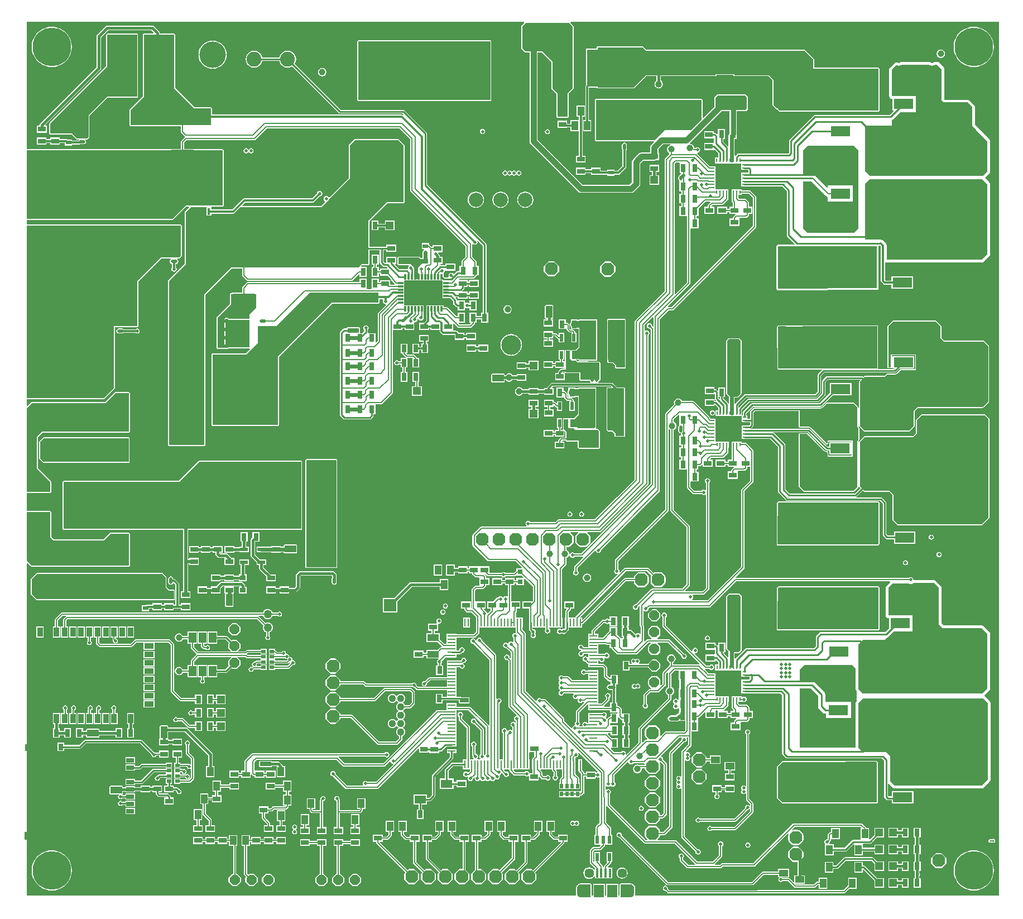
<source format=gtl>
G04*
G04 #@! TF.GenerationSoftware,Altium Limited,Altium Designer,19.0.11 (319)*
G04*
G04 Layer_Physical_Order=1*
G04 Layer_Color=255*
%FSLAX25Y25*%
%MOIN*%
G70*
G01*
G75*
%ADD15C,0.00800*%
%ADD18R,0.02559X0.01969*%
%ADD19R,0.07480X0.05118*%
%ADD20R,0.11024X0.03937*%
%ADD21R,0.03150X0.03937*%
%ADD22R,0.04724X0.03937*%
%ADD23R,0.04724X0.02756*%
%ADD24R,0.03543X0.03150*%
%ADD25O,0.03937X0.01968*%
%ADD26O,0.05512X0.01968*%
%ADD27R,0.22173X0.22441*%
%ADD28R,0.10236X0.04173*%
%ADD29R,0.35433X0.19685*%
%ADD30O,0.01968X0.03937*%
%ADD31O,0.01968X0.05512*%
G04:AMPARAMS|DCode=32|XSize=50mil|YSize=50mil|CornerRadius=25mil|HoleSize=0mil|Usage=FLASHONLY|Rotation=0.000|XOffset=0mil|YOffset=0mil|HoleType=Round|Shape=RoundedRectangle|*
%AMROUNDEDRECTD32*
21,1,0.05000,0.00000,0,0,0.0*
21,1,0.00000,0.05000,0,0,0.0*
1,1,0.05000,0.00000,0.00000*
1,1,0.05000,0.00000,0.00000*
1,1,0.05000,0.00000,0.00000*
1,1,0.05000,0.00000,0.00000*
%
%ADD32ROUNDEDRECTD32*%
%ADD33R,0.04724X0.02362*%
%ADD34R,0.03150X0.03150*%
%ADD35R,0.13386X0.07874*%
%ADD36R,0.07874X0.04724*%
%ADD37R,0.01595X0.03898*%
%ADD38R,0.08799X0.06791*%
%ADD39R,0.01595X0.02992*%
%ADD40R,0.06693X0.09843*%
%ADD41R,0.05700X0.03300*%
%ADD42R,0.03300X0.05700*%
%ADD43R,0.04600X0.06300*%
%ADD44R,0.04724X0.07874*%
%ADD45R,0.04724X0.04724*%
%ADD46R,0.03268X0.02480*%
%ADD47R,0.01969X0.02559*%
%ADD48R,0.09843X0.23622*%
G04:AMPARAMS|DCode=49|XSize=39.37mil|YSize=39.37mil|CornerRadius=19.68mil|HoleSize=0mil|Usage=FLASHONLY|Rotation=90.000|XOffset=0mil|YOffset=0mil|HoleType=Round|Shape=RoundedRectangle|*
%AMROUNDEDRECTD49*
21,1,0.03937,0.00000,0,0,90.0*
21,1,0.00000,0.03937,0,0,90.0*
1,1,0.03937,0.00000,0.00000*
1,1,0.03937,0.00000,0.00000*
1,1,0.03937,0.00000,0.00000*
1,1,0.03937,0.00000,0.00000*
%
%ADD49ROUNDEDRECTD49*%
%ADD50R,0.05000X0.08110*%
G04:AMPARAMS|DCode=51|XSize=39.37mil|YSize=39.37mil|CornerRadius=19.68mil|HoleSize=0mil|Usage=FLASHONLY|Rotation=0.000|XOffset=0mil|YOffset=0mil|HoleType=Round|Shape=RoundedRectangle|*
%AMROUNDEDRECTD51*
21,1,0.03937,0.00000,0,0,0.0*
21,1,0.00000,0.03937,0,0,0.0*
1,1,0.03937,0.00000,0.00000*
1,1,0.03937,0.00000,0.00000*
1,1,0.03937,0.00000,0.00000*
1,1,0.03937,0.00000,0.00000*
%
%ADD51ROUNDEDRECTD51*%
%ADD52R,0.05984X0.12087*%
%ADD53R,0.05512X0.03937*%
%ADD54R,0.12087X0.05984*%
%ADD55R,0.08110X0.05000*%
%ADD56R,0.01181X0.03169*%
%ADD57R,0.03169X0.01181*%
%ADD58R,0.20669X0.12795*%
%ADD59R,0.03937X0.05512*%
%ADD60R,0.01100X0.04800*%
%ADD61R,0.04800X0.01100*%
%ADD62R,0.02165X0.04724*%
%ADD63R,0.07087X0.03937*%
%ADD64R,0.07874X0.13386*%
%ADD65R,0.02362X0.00984*%
%ADD66R,0.00984X0.02362*%
%ADD67R,0.13583X0.13583*%
%ADD68R,0.11811X0.06299*%
%ADD69R,0.24409X0.22835*%
%ADD70R,0.07087X0.05118*%
%ADD71R,0.04724X0.03150*%
%ADD72R,0.03150X0.04724*%
%ADD73R,0.01575X0.05315*%
%ADD74R,0.05906X0.07480*%
%ADD156C,0.02000*%
%ADD157C,0.01200*%
%ADD158C,0.00787*%
%ADD159C,0.03000*%
%ADD160C,0.04000*%
%ADD161C,0.03600*%
%ADD162C,0.02400*%
%ADD163C,0.02000*%
%ADD164C,0.01600*%
%ADD165C,0.01000*%
%ADD166C,0.01968*%
%ADD167C,0.11811*%
%ADD168C,0.15748*%
%ADD169C,0.04362*%
%ADD170P,0.06494X8X67.5*%
%ADD171P,0.10824X8X247.5*%
%ADD172O,0.17718X0.08859*%
%ADD173C,0.08600*%
%ADD174C,0.08859*%
%ADD175C,0.23000*%
%ADD176P,0.06494X8X337.5*%
%ADD177C,0.10631*%
%ADD178P,0.10824X8X157.5*%
%ADD179C,0.10000*%
%ADD180P,0.08226X8X67.5*%
%ADD181P,0.08226X8X337.5*%
%ADD182R,0.07677X0.07677*%
%ADD183C,0.07677*%
%ADD184C,0.05709*%
%ADD185C,0.05937*%
%ADD186P,0.06000X8X67.5*%
G36*
X589616Y515966D02*
Y497466D01*
X590881Y496200D01*
X605081D01*
X607716Y493566D01*
Y482166D01*
X610198Y479683D01*
X616916Y472966D01*
Y455034D01*
X614081Y452200D01*
X546950D01*
X543916Y455234D01*
Y482200D01*
X559350D01*
X559916Y482766D01*
Y485585D01*
X560516Y485986D01*
X564984Y490455D01*
X574211D01*
Y499953D01*
X559916D01*
Y515966D01*
X562477Y518527D01*
X562604Y518429D01*
X563237Y518167D01*
X563916Y518077D01*
X564594Y518167D01*
X565227Y518429D01*
X565580Y518700D01*
X582251D01*
X582604Y518429D01*
X583237Y518167D01*
X583916Y518077D01*
X584594Y518167D01*
X585227Y518429D01*
X585580Y518700D01*
X586881D01*
X589616Y515966D01*
D02*
G37*
G36*
X473216Y499166D02*
Y492534D01*
X472281Y491600D01*
X456050D01*
X454616Y493034D01*
Y499066D01*
X455950Y500400D01*
X471981D01*
X473216Y499166D01*
D02*
G37*
G36*
X369081Y541700D02*
Y504700D01*
X366081Y501700D01*
Y487700D01*
X360081D01*
Y501700D01*
X357081Y504700D01*
Y520700D01*
X351081Y526700D01*
X341081D01*
X339081Y528700D01*
Y541700D01*
X341081Y543700D01*
X367081D01*
X369081Y541700D01*
D02*
G37*
G36*
X623688Y22739D02*
X406755D01*
X406461Y23097D01*
X406409Y23239D01*
X406437Y23306D01*
Y23698D01*
Y27242D01*
Y27634D01*
X406387Y27753D01*
Y27882D01*
X406088Y28606D01*
X405996Y28697D01*
X405947Y28816D01*
X405393Y29370D01*
X405274Y29419D01*
X405182Y29511D01*
X404459Y29810D01*
X404329D01*
X404210Y29860D01*
X403818Y29859D01*
X397914D01*
X397454Y29669D01*
X397264Y29210D01*
Y22739D01*
X396349D01*
Y29810D01*
X389243D01*
Y22739D01*
X388475D01*
Y29810D01*
X381369D01*
Y22739D01*
X380452D01*
Y29210D01*
X380262Y29669D01*
X379803Y29859D01*
X373898D01*
X373506Y29860D01*
X373387Y29810D01*
X373258D01*
X372534Y29511D01*
X372443Y29419D01*
X372323Y29370D01*
X371770Y28816D01*
X371720Y28697D01*
X371629Y28606D01*
X371329Y27882D01*
Y27753D01*
X371279Y27634D01*
Y27242D01*
Y23698D01*
Y23306D01*
X371307Y23239D01*
X371255Y23097D01*
X370961Y22739D01*
X43120D01*
Y221089D01*
X43582Y221281D01*
X45622Y219241D01*
X46081Y219051D01*
X104081D01*
X104540Y219241D01*
X104730Y219700D01*
Y221700D01*
Y227700D01*
Y231700D01*
Y234700D01*
Y238700D01*
X104540Y239159D01*
X104081Y239349D01*
X93081D01*
X92622Y239159D01*
X88812Y235349D01*
X59350D01*
X57730Y236969D01*
Y251700D01*
X57540Y252159D01*
X57081Y252349D01*
X43120D01*
Y263051D01*
X57081D01*
X57540Y263241D01*
X57730Y263700D01*
Y269700D01*
X57540Y270159D01*
X49730Y277969D01*
Y296431D01*
X52350Y299051D01*
X104081D01*
X104540Y299241D01*
X104730Y299700D01*
Y314700D01*
Y322700D01*
X104540Y323159D01*
X104081Y323349D01*
X96081D01*
X95622Y323159D01*
X89812Y317349D01*
X46081D01*
X45622Y317159D01*
X43582Y315120D01*
X43120Y315311D01*
Y319051D01*
X89081D01*
X89540Y319241D01*
X95540Y325241D01*
X95730Y325700D01*
Y362051D01*
X109081D01*
X109540Y362241D01*
X109730Y362700D01*
Y389431D01*
X123350Y403051D01*
X129107D01*
X129259Y402551D01*
X128947Y402342D01*
X128596Y401818D01*
X128474Y401200D01*
X128596Y400582D01*
X128947Y400058D01*
X129471Y399708D01*
X129854Y399631D01*
Y397743D01*
X129574Y397324D01*
X129450Y396700D01*
X129574Y396076D01*
X129927Y395547D01*
X130457Y395193D01*
X131081Y395069D01*
X131705Y395193D01*
X132235Y395547D01*
X132588Y396076D01*
X132712Y396700D01*
X132588Y397324D01*
X132301Y397755D01*
Y399633D01*
X132675Y399708D01*
X133200Y400058D01*
X133550Y400582D01*
X133673Y401200D01*
X133550Y401818D01*
X133200Y402342D01*
X132888Y402551D01*
X133039Y403051D01*
X134081D01*
X134540Y403241D01*
X135540Y404241D01*
X135730Y404700D01*
Y422700D01*
X135540Y423159D01*
X135081Y423349D01*
X43120D01*
Y426051D01*
X130081Y426050D01*
X130540Y426241D01*
X138350Y434050D01*
X139860D01*
X140051Y433589D01*
X137622Y431159D01*
X137432Y430700D01*
Y399969D01*
X127622Y390159D01*
X127432Y389700D01*
Y291700D01*
X127622Y291241D01*
X128081Y291051D01*
X149081D01*
X149540Y291241D01*
X149730Y291700D01*
Y381431D01*
X165350Y397051D01*
X171838D01*
Y392924D01*
X171915Y392533D01*
X172136Y392203D01*
X174360Y389979D01*
X174691Y389758D01*
X175081Y389680D01*
X237081D01*
X237471Y389758D01*
X237802Y389979D01*
X241409Y393586D01*
X241909Y393379D01*
Y392138D01*
X246259D01*
Y398062D01*
X243015D01*
X242823Y398524D01*
X243350Y399051D01*
X247081D01*
X247540Y399241D01*
X247730Y399700D01*
Y407910D01*
X253959D01*
Y400700D01*
X254045Y400271D01*
X254288Y399907D01*
X255788Y398407D01*
X256152Y398164D01*
X256581Y398078D01*
Y398079D01*
X258116D01*
X258615Y397580D01*
X258424Y397118D01*
X254065D01*
Y396120D01*
X253345D01*
Y398062D01*
X252189D01*
Y399338D01*
X253345D01*
Y405262D01*
X248995D01*
Y399338D01*
X250150D01*
Y398062D01*
X248995D01*
Y392138D01*
X253345D01*
Y394080D01*
X254065D01*
Y392768D01*
X258547D01*
X260400Y390915D01*
Y390837D01*
X260477Y390446D01*
X260698Y390116D01*
X262858Y387957D01*
X262650Y387457D01*
X259989D01*
Y390032D01*
X254065D01*
Y388920D01*
X253345D01*
Y390862D01*
X248995D01*
Y384938D01*
X248585Y384720D01*
X246668D01*
X246259Y384938D01*
Y385220D01*
Y390862D01*
X241909D01*
Y388920D01*
X175281D01*
X174891Y388842D01*
X174560Y388621D01*
X172136Y386197D01*
X171915Y385867D01*
X171838Y385476D01*
Y382615D01*
X165564D01*
Y382349D01*
X165081D01*
X164622Y382159D01*
X164432Y381700D01*
Y375969D01*
X156622Y368159D01*
X156432Y367700D01*
Y349700D01*
X156622Y349241D01*
X157081Y349051D01*
X161187D01*
X161378Y349079D01*
X161837Y348889D01*
X163018D01*
X163234Y348979D01*
X163454Y349057D01*
X163516Y349114D01*
X163643Y349198D01*
X163768Y349250D01*
X163916Y349279D01*
X163985Y349283D01*
X176010D01*
X176058Y349303D01*
X176341Y348879D01*
X173812Y346349D01*
X154081D01*
X153622Y346159D01*
X153432Y345700D01*
Y303700D01*
X153622Y303241D01*
X154081Y303051D01*
X193081D01*
X193540Y303241D01*
X193730Y303700D01*
Y344431D01*
X225350Y376051D01*
X253081D01*
X253540Y376241D01*
X253730Y376700D01*
Y378685D01*
X255649D01*
X255916Y378186D01*
X255808Y378024D01*
X255684Y377400D01*
X255808Y376776D01*
X256162Y376246D01*
X256691Y375893D01*
X257316Y375769D01*
X257465Y375798D01*
X257711Y375338D01*
X252995Y370621D01*
X252774Y370290D01*
X252696Y369900D01*
Y353722D01*
X251958Y352984D01*
X251458Y353191D01*
Y358490D01*
X247223D01*
X246990Y358654D01*
X246801Y358863D01*
X246837Y359046D01*
Y360325D01*
X246869Y360347D01*
X247223Y360876D01*
X247347Y361500D01*
X247223Y362124D01*
X246869Y362653D01*
X246340Y363007D01*
X245716Y363131D01*
X245091Y363007D01*
X244562Y362653D01*
X244209Y362124D01*
X244084Y361500D01*
X244209Y360876D01*
X244562Y360347D01*
X244594Y360325D01*
Y359511D01*
X243573Y358490D01*
X242272D01*
X242065Y358800D01*
Y361400D01*
X241875Y361859D01*
X241416Y362049D01*
X234916D01*
X234456Y361859D01*
X234266Y361400D01*
Y361222D01*
X232716D01*
X232286Y361136D01*
X231923Y360893D01*
X230323Y359293D01*
X230079Y358929D01*
X229994Y358500D01*
Y351300D01*
Y343100D01*
Y334500D01*
Y325700D01*
Y317100D01*
Y309800D01*
X230079Y309371D01*
X230323Y309007D01*
X232123Y307207D01*
X232486Y306964D01*
X232916Y306878D01*
X248016D01*
X248445Y306964D01*
X248809Y307207D01*
X249977Y308375D01*
X250220Y308739D01*
X250305Y309168D01*
Y310066D01*
X251358D01*
Y315990D01*
X251820Y316080D01*
X254816D01*
X255206Y316158D01*
X255537Y316379D01*
X261437Y322279D01*
X261658Y322610D01*
X261735Y323000D01*
Y360268D01*
X267489D01*
Y361269D01*
X268715D01*
Y360318D01*
X274639D01*
Y364514D01*
X274837Y364840D01*
X275007Y364987D01*
X275540Y365093D01*
X276069Y365446D01*
X276423Y365976D01*
X276547Y366600D01*
X276504Y366816D01*
X276538Y366848D01*
X276587Y366861D01*
X277165Y366741D01*
X277362Y366446D01*
X277891Y366093D01*
X278516Y365969D01*
X279140Y366093D01*
X279669Y366446D01*
X280023Y366976D01*
X280147Y367600D01*
X280052Y368076D01*
X280062Y368127D01*
Y370660D01*
X280233D01*
Y375029D01*
X268923D01*
X268619Y375403D01*
Y377373D01*
Y381310D01*
Y385246D01*
Y389597D01*
X268923Y389970D01*
X274467D01*
X274516Y389951D01*
X277616D01*
X277664Y389970D01*
X291130D01*
X291434Y389597D01*
Y387215D01*
Y383279D01*
Y379341D01*
X295803D01*
X296240Y379189D01*
X297794Y377635D01*
Y376200D01*
X297880Y375771D01*
X298123Y375407D01*
X299334Y374196D01*
X299697Y373953D01*
X300127Y373867D01*
X300498D01*
Y372027D01*
X304848D01*
Y373388D01*
X305348Y373656D01*
X305591Y373493D01*
X306216Y373369D01*
X306840Y373493D01*
X307084Y373656D01*
X307584Y373388D01*
Y372027D01*
X311934D01*
Y377951D01*
X307584D01*
Y376612D01*
X307084Y376344D01*
X306840Y376507D01*
X306216Y376631D01*
X305591Y376507D01*
X305348Y376344D01*
X304848Y376612D01*
Y377951D01*
X300498D01*
X300037Y378047D01*
Y378100D01*
X299952Y378529D01*
X299709Y378893D01*
X299124Y379477D01*
X299334Y379975D01*
X300465Y379964D01*
Y378882D01*
X306389D01*
Y379935D01*
X307065D01*
Y378882D01*
X312989D01*
Y383232D01*
X307065D01*
Y382178D01*
X306389D01*
Y383232D01*
X303413D01*
X303270Y383501D01*
X303234Y383732D01*
X304209Y384707D01*
X304329Y384887D01*
X304450Y385067D01*
Y385069D01*
X304452Y385071D01*
X304494Y385284D01*
X304537Y385495D01*
X304539Y385968D01*
X306389D01*
Y387021D01*
X307065D01*
Y385968D01*
X312989D01*
Y390318D01*
X307065D01*
Y389265D01*
X306389D01*
Y390318D01*
X301617D01*
X301349Y390818D01*
X301391Y390880D01*
X309716D01*
X310106Y390958D01*
X310437Y391179D01*
X311437Y392179D01*
X311658Y392510D01*
X311725Y392849D01*
X313034D01*
Y398773D01*
X311878D01*
Y400922D01*
X311801Y401312D01*
X311580Y401643D01*
X309101Y404122D01*
Y411437D01*
X309407Y411576D01*
X309601Y411621D01*
X310091Y411293D01*
X310716Y411169D01*
X311340Y411293D01*
X311869Y411647D01*
X312223Y412176D01*
X312347Y412800D01*
X312262Y413225D01*
X312723Y413472D01*
X315416Y410778D01*
Y370662D01*
X314363D01*
Y368720D01*
X311934D01*
Y370662D01*
X307584D01*
Y364738D01*
X308024D01*
X308215Y364276D01*
X307659Y363720D01*
X301503D01*
X300985Y364238D01*
X301192Y364738D01*
X304848D01*
Y370662D01*
X300498D01*
Y368720D01*
X299503D01*
X294657Y373566D01*
X294326Y373787D01*
X293936Y373865D01*
X292044D01*
Y375029D01*
X281789D01*
Y373011D01*
X281756Y372845D01*
Y366071D01*
X280314Y364629D01*
X277454D01*
Y360279D01*
X283378D01*
Y361230D01*
X284065D01*
Y360268D01*
X289692D01*
Y359700D01*
X289785Y359232D01*
X290051Y358835D01*
X291051Y357835D01*
X291447Y357570D01*
X291916Y357476D01*
X298665D01*
Y354368D01*
X304589D01*
Y355319D01*
X305565D01*
Y354368D01*
X311489D01*
Y358718D01*
X305565D01*
Y357767D01*
X304589D01*
Y358718D01*
X301182D01*
X300335Y359565D01*
X299938Y359830D01*
X299470Y359924D01*
X298046D01*
X297689Y360268D01*
Y363943D01*
X298189Y364150D01*
X300360Y361979D01*
X300691Y361758D01*
X301081Y361680D01*
X308081D01*
X308471Y361758D01*
X308802Y361979D01*
X310480Y363657D01*
X310701Y363987D01*
X310778Y364378D01*
Y364738D01*
X311934D01*
Y366680D01*
X314363D01*
Y364738D01*
X318713D01*
Y370662D01*
X317659D01*
Y411243D01*
X317660D01*
X317574Y411672D01*
X317331Y412036D01*
X282203Y447165D01*
Y477700D01*
X282117Y478129D01*
X281874Y478493D01*
X268874Y491493D01*
X268510Y491736D01*
X268081Y491822D01*
X230680D01*
X203191Y519310D01*
X203309Y519464D01*
X203816Y520687D01*
X203989Y522000D01*
X203816Y523313D01*
X203309Y524536D01*
X202503Y525587D01*
X201452Y526393D01*
X200229Y526900D01*
X198916Y527073D01*
X197603Y526900D01*
X196379Y526393D01*
X195329Y525587D01*
X194522Y524536D01*
X194016Y523313D01*
X193990Y523122D01*
X183841D01*
X183816Y523313D01*
X183309Y524536D01*
X182503Y525587D01*
X181452Y526393D01*
X180229Y526900D01*
X178916Y527073D01*
X177603Y526900D01*
X176379Y526393D01*
X175329Y525587D01*
X174522Y524536D01*
X174016Y523313D01*
X173843Y522000D01*
X174016Y520687D01*
X174522Y519464D01*
X175329Y518413D01*
X176379Y517607D01*
X177603Y517100D01*
X178916Y516927D01*
X180229Y517100D01*
X181452Y517607D01*
X182503Y518413D01*
X183309Y519464D01*
X183816Y520687D01*
X183841Y520878D01*
X193990D01*
X194016Y520687D01*
X194522Y519464D01*
X195329Y518413D01*
X196379Y517607D01*
X197603Y517100D01*
X198916Y516927D01*
X200229Y517100D01*
X201452Y517607D01*
X201605Y517724D01*
X229423Y489907D01*
X229786Y489664D01*
X230216Y489578D01*
X267616D01*
X268194Y489001D01*
X267875Y488612D01*
X267549Y488830D01*
X267081Y488923D01*
X153730D01*
Y492700D01*
X153540Y493159D01*
X153081Y493349D01*
X143350D01*
X131730Y504969D01*
Y536700D01*
X131540Y537159D01*
X131081Y537349D01*
X122830D01*
X122508Y537700D01*
X122400Y538246D01*
X122090Y538709D01*
X119090Y541709D01*
X118627Y542019D01*
X118081Y542127D01*
X91081D01*
X90535Y542019D01*
X90072Y541709D01*
X85072Y536709D01*
X84762Y536246D01*
X84654Y535700D01*
Y517291D01*
X51072Y483709D01*
X50762Y483246D01*
X50654Y482700D01*
X50286Y482418D01*
X49119D01*
Y478068D01*
X55043D01*
Y482418D01*
X54471D01*
X54280Y482880D01*
X87090Y515691D01*
X87400Y516154D01*
X87508Y516700D01*
Y535109D01*
X91672Y539273D01*
X117490D01*
X118951Y537811D01*
X118760Y537349D01*
X113081D01*
X112622Y537159D01*
X112432Y536700D01*
Y499969D01*
X104622Y492159D01*
X104432Y491700D01*
Y484700D01*
Y482700D01*
X104622Y482241D01*
X105081Y482051D01*
X135061D01*
Y478700D01*
X135139Y478310D01*
X135360Y477979D01*
X137334Y476005D01*
X137360Y475961D01*
Y475439D01*
X137334Y475395D01*
X135360Y473421D01*
X135139Y473090D01*
X135061Y472700D01*
Y468426D01*
X128788D01*
Y468349D01*
X43120D01*
Y544251D01*
X340007D01*
X340214Y543751D01*
X338622Y542159D01*
X338432Y541700D01*
Y528700D01*
X338622Y528241D01*
X340622Y526241D01*
X341081Y526051D01*
X343319D01*
Y473015D01*
X343505Y472079D01*
X344036Y471285D01*
X372351Y442970D01*
X373145Y442439D01*
X374081Y442253D01*
X404081D01*
X405017Y442439D01*
X405811Y442970D01*
X408811Y445970D01*
X409342Y446764D01*
X409528Y447700D01*
Y459686D01*
X411238Y461396D01*
X417916D01*
X418852Y461582D01*
X418980Y461668D01*
X420878D01*
Y466018D01*
X420363D01*
Y468286D01*
X423272Y471196D01*
X427326D01*
X427395Y470702D01*
X426770Y470444D01*
X426234Y470032D01*
X425822Y469495D01*
X425563Y468871D01*
X425475Y468200D01*
X425563Y467530D01*
X425822Y466905D01*
X426234Y466368D01*
X426770Y465956D01*
X426889Y465907D01*
X426954Y465380D01*
X424295Y462721D01*
X424074Y462390D01*
X423996Y462000D01*
Y383522D01*
X406495Y366021D01*
X406274Y365690D01*
X406196Y365300D01*
Y271122D01*
X395796Y260722D01*
X382295Y247320D01*
X360716D01*
X360326Y247242D01*
X359995Y247021D01*
X358793Y245820D01*
X343859D01*
X343769Y245954D01*
X343240Y246307D01*
X342616Y246431D01*
X341991Y246307D01*
X341462Y245954D01*
X341108Y245424D01*
X340984Y244800D01*
X341108Y244176D01*
X341462Y243647D01*
X341502Y243620D01*
X341351Y243120D01*
X314716D01*
X314326Y243042D01*
X313995Y242821D01*
X309595Y238421D01*
X309374Y238090D01*
X309296Y237700D01*
Y232100D01*
X309374Y231710D01*
X309595Y231379D01*
X318295Y222679D01*
X318625Y222458D01*
X319016Y222380D01*
X334893D01*
X338684Y218590D01*
X338492Y218128D01*
X335641D01*
Y216818D01*
X335495Y216721D01*
X333993Y215220D01*
X329159D01*
X329069Y215353D01*
X328540Y215707D01*
X327916Y215831D01*
X327291Y215707D01*
X326762Y215353D01*
X326673Y215220D01*
X319478D01*
Y219318D01*
X307254D01*
Y218063D01*
X306578D01*
Y219218D01*
X300654D01*
Y218470D01*
X298724D01*
Y220387D01*
X293587D01*
Y213675D01*
X298724D01*
Y215616D01*
X300654D01*
Y214868D01*
X306578D01*
Y216023D01*
X307254D01*
Y214968D01*
X309196D01*
Y214800D01*
X309274Y214410D01*
X309495Y214079D01*
X310695Y212879D01*
X311026Y212658D01*
X311416Y212580D01*
X313198D01*
X313554Y212232D01*
Y207882D01*
X313080Y207820D01*
X311516D01*
X311125Y207742D01*
X310795Y207521D01*
X309195Y205921D01*
X308974Y205590D01*
X308896Y205200D01*
Y194693D01*
X308396Y194330D01*
X308378Y194336D01*
Y198232D01*
X302454D01*
Y193882D01*
X304396D01*
Y193600D01*
X304474Y193210D01*
X304695Y192879D01*
X305595Y191979D01*
X305925Y191758D01*
X306316Y191680D01*
X308793D01*
X311408Y189066D01*
X311491Y188600D01*
Y182600D01*
X311596D01*
Y180222D01*
X310142Y178769D01*
X299916D01*
Y178899D01*
X293916D01*
Y176599D01*
Y172863D01*
X292495D01*
X289959Y175398D01*
Y179190D01*
X286835D01*
Y180682D01*
X288778D01*
Y184582D01*
X289164Y184899D01*
X289316Y184869D01*
X289940Y184993D01*
X290469Y185346D01*
X290823Y185876D01*
X290947Y186500D01*
X290823Y187124D01*
X290469Y187654D01*
X289940Y188007D01*
X289316Y188131D01*
X288691Y188007D01*
X288162Y187654D01*
X287808Y187124D01*
X287684Y186500D01*
X287808Y185876D01*
X288038Y185532D01*
X287801Y185032D01*
X282854D01*
Y180682D01*
X284796D01*
Y179190D01*
X281672D01*
Y174052D01*
X288421D01*
X291079Y171395D01*
X290872Y170895D01*
X290491D01*
X290101Y170817D01*
X289770Y170596D01*
X288521Y169347D01*
X281672D01*
Y167763D01*
X280178D01*
Y168918D01*
X274254D01*
Y164568D01*
X280178D01*
Y165723D01*
X281672D01*
Y164210D01*
X288959D01*
X289008Y163710D01*
X288991Y163707D01*
X288462Y163354D01*
X288108Y162824D01*
X287984Y162200D01*
X288108Y161576D01*
X288462Y161047D01*
X288639Y160928D01*
Y160162D01*
X287484D01*
Y154238D01*
X291834D01*
Y160162D01*
X290678D01*
Y160986D01*
X290769Y161047D01*
X291123Y161576D01*
X291247Y162200D01*
X291149Y162692D01*
X293376Y164918D01*
X293916D01*
Y164788D01*
X299916D01*
Y166784D01*
X301722D01*
X302151Y166870D01*
X302515Y167113D01*
X303078Y167676D01*
X303116Y167669D01*
X303740Y167793D01*
X304269Y168147D01*
X304623Y168676D01*
X304747Y169300D01*
X304623Y169924D01*
X304269Y170453D01*
X303740Y170807D01*
X303116Y170931D01*
X302491Y170807D01*
X301962Y170453D01*
X301608Y169924D01*
X301484Y169300D01*
X301093Y169028D01*
X299916D01*
Y172662D01*
Y176729D01*
X310565D01*
X310955Y176807D01*
X311286Y177028D01*
X313337Y179079D01*
X313558Y179410D01*
X313635Y179800D01*
Y182600D01*
X335243D01*
Y179953D01*
X335267Y179831D01*
X334874Y179400D01*
X334716Y179431D01*
X334091Y179307D01*
X333562Y178954D01*
X333208Y178424D01*
X333084Y177800D01*
X333208Y177176D01*
X333562Y176647D01*
X333696Y176557D01*
Y174500D01*
X333718Y174389D01*
X333268Y174088D01*
X332940Y174307D01*
X332316Y174431D01*
X331691Y174307D01*
X331162Y173953D01*
X330833Y173460D01*
X330704Y173403D01*
X330277Y173315D01*
X329840Y173607D01*
X329216Y173731D01*
X328591Y173607D01*
X328062Y173253D01*
X327709Y172724D01*
X327584Y172100D01*
X327709Y171476D01*
X328062Y170947D01*
X328591Y170593D01*
X329216Y170469D01*
X329374Y170500D01*
X332296Y167578D01*
Y164615D01*
X331868Y164437D01*
X331520Y164762D01*
X331547Y164900D01*
X331423Y165524D01*
X331069Y166053D01*
X330540Y166407D01*
X329916Y166531D01*
X329291Y166407D01*
X328762Y166053D01*
X328409Y165524D01*
X328284Y164900D01*
X328409Y164276D01*
X328762Y163746D01*
X329291Y163393D01*
X329916Y163269D01*
X330074Y163300D01*
X330696Y162678D01*
Y135816D01*
X330774Y135426D01*
X330995Y135095D01*
X335775Y130314D01*
X335760Y130188D01*
X335578Y129804D01*
X335091Y129707D01*
X334562Y129353D01*
X334208Y128824D01*
X334084Y128200D01*
X334208Y127576D01*
X334562Y127046D01*
X335091Y126693D01*
X335243Y126663D01*
Y126044D01*
X334888Y125901D01*
X334743Y125871D01*
X334240Y126207D01*
X333616Y126331D01*
X332991Y126207D01*
X332462Y125854D01*
X332108Y125324D01*
X331984Y124700D01*
X332108Y124076D01*
X332462Y123547D01*
X332991Y123193D01*
X333275Y123136D01*
Y121527D01*
X332775Y121283D01*
X332440Y121507D01*
X331816Y121631D01*
X331191Y121507D01*
X330662Y121153D01*
X330527Y120952D01*
X330358Y120969D01*
X330027Y121102D01*
X329923Y121624D01*
X329569Y122153D01*
X329040Y122507D01*
X328416Y122631D01*
X327791Y122507D01*
X327262Y122153D01*
X326908Y121624D01*
X326784Y121000D01*
X326908Y120376D01*
X327262Y119846D01*
X327396Y119757D01*
Y104000D01*
X325471D01*
Y137359D01*
X325640Y137393D01*
X326169Y137746D01*
X326523Y138276D01*
X326647Y138900D01*
X326523Y139524D01*
X326169Y140053D01*
X325640Y140407D01*
X325016Y140531D01*
X324391Y140407D01*
X324003Y140148D01*
X323548Y140330D01*
X323503Y140369D01*
Y165932D01*
X323426Y166322D01*
X323205Y166653D01*
X315016Y174842D01*
X315047Y175000D01*
X314923Y175624D01*
X314569Y176154D01*
X314040Y176507D01*
X313416Y176631D01*
X312791Y176507D01*
X312262Y176154D01*
X311909Y175624D01*
X311813Y175146D01*
X311445Y174901D01*
X311302Y174859D01*
X311295Y174864D01*
X311223Y175224D01*
X310869Y175753D01*
X310340Y176107D01*
X309716Y176231D01*
X309091Y176107D01*
X308562Y175753D01*
X308208Y175224D01*
X308084Y174600D01*
X308208Y173976D01*
X308562Y173446D01*
X309091Y173093D01*
X309716Y172969D01*
X309874Y173000D01*
X319495Y163379D01*
Y124435D01*
X319170Y124283D01*
X318995Y124262D01*
X308095Y135163D01*
X307764Y135384D01*
X307374Y135462D01*
X299916D01*
Y137560D01*
X293916D01*
Y133493D01*
X288389D01*
X287999Y133415D01*
X287668Y133194D01*
X256093Y101620D01*
X232938D01*
X229377Y105180D01*
X229584Y105680D01*
X256838D01*
X256927Y105547D01*
X257457Y105193D01*
X258081Y105069D01*
X258705Y105193D01*
X259235Y105547D01*
X259588Y106076D01*
X259712Y106700D01*
X259588Y107324D01*
X259235Y107854D01*
X258705Y108207D01*
X258081Y108331D01*
X257457Y108207D01*
X256927Y107854D01*
X256838Y107720D01*
X178081D01*
X177691Y107642D01*
X177360Y107421D01*
X173295Y103356D01*
X173074Y103025D01*
X172996Y102635D01*
Y97218D01*
X171054D01*
Y96063D01*
X169978D01*
Y97218D01*
X164054D01*
Y92868D01*
X169978D01*
Y94023D01*
X171054D01*
Y92868D01*
X176978D01*
Y94803D01*
X177155Y94920D01*
X177478Y94996D01*
X178152Y94322D01*
X178482Y94101D01*
X178873Y94023D01*
X179154D01*
Y92868D01*
X185078D01*
Y94023D01*
X185754D01*
Y92868D01*
X191678D01*
Y97218D01*
X185754D01*
Y96063D01*
X185078D01*
Y97218D01*
X179154D01*
X179135Y97710D01*
Y102478D01*
X180438Y103780D01*
X227893D01*
X231795Y99879D01*
X232125Y99658D01*
X232516Y99580D01*
X256516D01*
X256906Y99658D01*
X257237Y99879D01*
X259955Y102597D01*
X260497Y102432D01*
X260508Y102376D01*
X260862Y101847D01*
X261391Y101493D01*
X261865Y101399D01*
X262053Y100983D01*
X262062Y100888D01*
X251793Y90620D01*
X246559D01*
X246469Y90753D01*
X245940Y91107D01*
X245316Y91231D01*
X244691Y91107D01*
X244162Y90753D01*
X243809Y90224D01*
X243684Y89600D01*
X243809Y88976D01*
X243980Y88720D01*
X243712Y88220D01*
X234638D01*
X227616Y95242D01*
X227647Y95400D01*
X227523Y96024D01*
X227169Y96554D01*
X226640Y96907D01*
X226016Y97031D01*
X225391Y96907D01*
X224862Y96554D01*
X224509Y96024D01*
X224384Y95400D01*
X224509Y94776D01*
X224862Y94246D01*
X225391Y93893D01*
X226016Y93769D01*
X226174Y93800D01*
X233495Y86479D01*
X233826Y86258D01*
X234216Y86180D01*
X252416D01*
X252806Y86258D01*
X253137Y86479D01*
X276970Y110312D01*
X277432Y110121D01*
Y108600D01*
X277622Y108141D01*
X278081Y107951D01*
X282454D01*
X282913Y108141D01*
X282954Y108239D01*
X283454Y108140D01*
Y107668D01*
X289378D01*
Y108721D01*
X290259D01*
X290688Y108807D01*
X291052Y109050D01*
X293481Y111480D01*
X293916Y111638D01*
X299916D01*
Y113607D01*
Y117544D01*
Y121481D01*
Y125418D01*
Y129355D01*
Y133422D01*
X306951D01*
X317296Y123078D01*
Y107243D01*
X317162Y107153D01*
X316953Y106841D01*
X316428Y106762D01*
X316101Y107024D01*
Y121700D01*
X316023Y122090D01*
X315802Y122421D01*
X311681Y126542D01*
X311712Y126700D01*
X311588Y127324D01*
X311234Y127853D01*
X310705Y128207D01*
X310081Y128331D01*
X309457Y128207D01*
X308927Y127853D01*
X308574Y127324D01*
X308450Y126700D01*
X308574Y126076D01*
X308927Y125547D01*
X309457Y125193D01*
X310081Y125069D01*
X310239Y125100D01*
X314061Y121278D01*
Y106943D01*
X313928Y106854D01*
X313574Y106324D01*
X313450Y105700D01*
X313574Y105076D01*
X313928Y104546D01*
X313997Y104500D01*
X313845Y104000D01*
X312317D01*
X312165Y104500D01*
X312234Y104546D01*
X312588Y105076D01*
X312712Y105700D01*
X312588Y106324D01*
X312234Y106854D01*
X311705Y107207D01*
X311101Y107327D01*
Y111725D01*
X311234Y111814D01*
X311588Y112344D01*
X311712Y112968D01*
X311588Y113592D01*
X311234Y114122D01*
X310705Y114475D01*
X310081Y114599D01*
X309457Y114475D01*
X308927Y114122D01*
X308574Y113592D01*
X308450Y112968D01*
X308574Y112344D01*
X308927Y111814D01*
X309061Y111725D01*
Y106700D01*
X309139Y106310D01*
X309360Y105979D01*
X309481Y105858D01*
X309450Y105700D01*
X309574Y105076D01*
X309928Y104546D01*
X309997Y104500D01*
X309845Y104000D01*
X307755D01*
Y123180D01*
X307678Y123570D01*
X307457Y123901D01*
X303101Y128257D01*
Y129457D01*
X303235Y129546D01*
X303588Y130076D01*
X303712Y130700D01*
X303588Y131324D01*
X303235Y131853D01*
X302705Y132207D01*
X302081Y132331D01*
X301457Y132207D01*
X300927Y131853D01*
X300574Y131324D01*
X300450Y130700D01*
X300574Y130076D01*
X300927Y129546D01*
X301061Y129457D01*
Y127835D01*
X301139Y127445D01*
X301360Y127114D01*
X305716Y122758D01*
Y104000D01*
X303617D01*
Y102122D01*
X297316D01*
X296886Y102036D01*
X296523Y101793D01*
X293123Y98393D01*
X292880Y98029D01*
X292794Y97600D01*
Y92583D01*
X289746D01*
Y86265D01*
X298033D01*
Y88321D01*
X299854D01*
Y87268D01*
X305778D01*
Y91618D01*
X299854D01*
Y90564D01*
X298033D01*
Y92583D01*
X295037D01*
Y97135D01*
X297780Y99878D01*
X303617D01*
Y98000D01*
X307684D01*
Y97110D01*
X307033Y96459D01*
X306569Y96254D01*
X306040Y96607D01*
X305416Y96731D01*
X304791Y96607D01*
X304262Y96254D01*
X303908Y95724D01*
X303784Y95100D01*
X303908Y94476D01*
X304262Y93947D01*
X304791Y93593D01*
X305416Y93469D01*
X306040Y93593D01*
X306423Y93849D01*
X306474Y93824D01*
X306648Y93183D01*
X306609Y93124D01*
X306484Y92500D01*
X306609Y91876D01*
X306962Y91347D01*
X307491Y90993D01*
X308116Y90869D01*
X308740Y90993D01*
X309269Y91347D01*
X309623Y91876D01*
X309747Y92500D01*
X309716Y92658D01*
X310203Y93145D01*
X310664Y92899D01*
X310584Y92500D01*
X310708Y91876D01*
X311062Y91347D01*
X311591Y90993D01*
X312216Y90869D01*
X312840Y90993D01*
X313369Y91347D01*
X313580Y91662D01*
X314151D01*
X314362Y91347D01*
X314891Y90993D01*
X315516Y90869D01*
X316140Y90993D01*
X316669Y91347D01*
X317162D01*
X317691Y90993D01*
X318316Y90869D01*
X318940Y90993D01*
X319469Y91347D01*
X319565Y91490D01*
X320166D01*
X320262Y91347D01*
X320791Y90993D01*
X321416Y90869D01*
X322040Y90993D01*
X322569Y91347D01*
X322923Y91876D01*
X323382Y92066D01*
X323491Y91993D01*
X324116Y91869D01*
X324740Y91993D01*
X325269Y92346D01*
X325623Y92876D01*
X325747Y93500D01*
X325623Y94124D01*
X325550Y94234D01*
X325740Y94693D01*
X326269Y95047D01*
X326610Y95557D01*
X326668Y95624D01*
X327142Y95732D01*
X327912Y94962D01*
X328009Y94476D01*
X328362Y93947D01*
X328891Y93593D01*
X329516Y93469D01*
X330140Y93593D01*
X330669Y93947D01*
X331023Y94476D01*
X331147Y95100D01*
X331023Y95724D01*
X330669Y96254D01*
X330140Y96607D01*
X329516Y96731D01*
X329107Y96650D01*
X328220Y97538D01*
X328411Y98000D01*
X331306D01*
Y97690D01*
X331384Y97300D01*
X331605Y96969D01*
X333895Y94679D01*
X334225Y94458D01*
X334616Y94380D01*
X340473D01*
X340562Y94246D01*
X341091Y93893D01*
X341716Y93769D01*
X342340Y93893D01*
X342554Y94036D01*
X343054Y93768D01*
Y91468D01*
X348978D01*
Y93189D01*
X349478Y93396D01*
X350595Y92279D01*
X350925Y92058D01*
X351316Y91980D01*
X353073D01*
X353162Y91847D01*
X353691Y91493D01*
X354316Y91369D01*
X354940Y91493D01*
X355469Y91847D01*
X355823Y92376D01*
X355947Y93000D01*
X355823Y93624D01*
X355469Y94153D01*
X354940Y94507D01*
X354316Y94631D01*
X353691Y94507D01*
X353162Y94153D01*
X353073Y94020D01*
X351738D01*
X351035Y94722D01*
Y95900D01*
X350958Y96290D01*
X350737Y96621D01*
X349819Y97538D01*
X350011Y98000D01*
X356896D01*
Y97600D01*
X356974Y97210D01*
X357195Y96879D01*
X357796Y96278D01*
Y94243D01*
X357662Y94153D01*
X357309Y93624D01*
X357184Y93000D01*
X357309Y92376D01*
X357662Y91847D01*
X358191Y91493D01*
X358816Y91369D01*
X359440Y91493D01*
X359969Y91847D01*
X360323Y92376D01*
X360447Y93000D01*
X360323Y93624D01*
X359969Y94153D01*
X359835Y94243D01*
Y96700D01*
X359758Y97090D01*
X359537Y97421D01*
X359419Y97538D01*
X359611Y98000D01*
X362802D01*
Y93528D01*
X361895Y92621D01*
X361674Y92290D01*
X361596Y91900D01*
Y90040D01*
X361007D01*
Y86282D01*
X373624D01*
Y90040D01*
X373035D01*
Y92500D01*
X372958Y92890D01*
X372737Y93221D01*
X370747Y95210D01*
Y98000D01*
X370878D01*
Y104000D01*
X370678D01*
X370658Y104845D01*
X371036Y105184D01*
X371116Y105169D01*
X371740Y105293D01*
X372269Y105647D01*
X372623Y106176D01*
X372747Y106800D01*
X372623Y107424D01*
X372382Y107784D01*
X372771Y108103D01*
X384060Y96813D01*
X383882Y96285D01*
X383491Y96207D01*
X383419Y96159D01*
X382978Y96394D01*
Y96818D01*
X377054D01*
Y95620D01*
X376235D01*
Y95800D01*
X376158Y96190D01*
X375937Y96521D01*
X374916Y97542D01*
X374815Y98000D01*
Y104000D01*
X372515D01*
Y98000D01*
X372645D01*
Y97351D01*
X372723Y96961D01*
X372944Y96630D01*
X374196Y95378D01*
Y94500D01*
Y85062D01*
X374124Y85014D01*
X373624Y85119D01*
X361007D01*
Y81359D01*
X373624D01*
Y82219D01*
X374255D01*
X374645Y82297D01*
X374976Y82518D01*
X375937Y83479D01*
X376158Y83810D01*
X376235Y84200D01*
Y93580D01*
X377054D01*
Y92468D01*
X382978D01*
Y93006D01*
X383419Y93241D01*
X383491Y93193D01*
X384116Y93069D01*
X384740Y93193D01*
X384796Y93230D01*
X385296Y92963D01*
Y66222D01*
X382995Y63921D01*
X382774Y63590D01*
X382696Y63200D01*
Y58981D01*
X382093D01*
Y53057D01*
X385624D01*
X385831Y52557D01*
X385093Y51820D01*
X381816D01*
X381426Y51742D01*
X381095Y51521D01*
X379695Y50121D01*
X379474Y49790D01*
X379396Y49400D01*
Y42400D01*
X379474Y42010D01*
X379695Y41679D01*
X382352Y39022D01*
Y38248D01*
X381852Y38078D01*
X381479Y38564D01*
X380758Y39117D01*
X379918Y39466D01*
X379016Y39584D01*
X378114Y39466D01*
X377273Y39117D01*
X376552Y38564D01*
X375998Y37842D01*
X375650Y37002D01*
X375531Y36100D01*
X375650Y35198D01*
X375998Y34358D01*
X376552Y33636D01*
X377273Y33082D01*
X378114Y32734D01*
X379016Y32616D01*
X379918Y32734D01*
X380758Y33082D01*
X381479Y33636D01*
X381852Y34122D01*
X382352Y33952D01*
Y32843D01*
X392805D01*
Y39357D01*
X390422D01*
X390215Y39858D01*
X391937Y41579D01*
X392158Y41910D01*
X392235Y42300D01*
Y42819D01*
X392938D01*
Y48743D01*
X389573D01*
Y42819D01*
X389586D01*
X389793Y42319D01*
X388138Y40664D01*
X387917Y40333D01*
X387839Y39943D01*
Y39357D01*
X387318D01*
Y40017D01*
X387241Y40407D01*
X387020Y40738D01*
X385306Y42452D01*
X385458Y42819D01*
Y48743D01*
X382093D01*
Y43164D01*
X381593Y42885D01*
X381435Y42982D01*
Y48978D01*
X382238Y49780D01*
X385516D01*
X385906Y49858D01*
X386237Y50079D01*
X388137Y51979D01*
X388358Y52310D01*
X388435Y52700D01*
Y53057D01*
X392938D01*
Y58981D01*
X392235D01*
Y62800D01*
X392158Y63190D01*
X391937Y63521D01*
X389034Y66424D01*
X389002Y76052D01*
X389083Y76107D01*
X389695Y76079D01*
X411695Y54079D01*
X412025Y53858D01*
X412416Y53780D01*
X429993D01*
X442354Y41420D01*
X442335Y41249D01*
X442182Y40920D01*
X438338D01*
X435135Y44122D01*
Y44957D01*
X435269Y45046D01*
X435623Y45576D01*
X435747Y46200D01*
X435623Y46824D01*
X435269Y47354D01*
X434740Y47707D01*
X434116Y47831D01*
X433491Y47707D01*
X432962Y47354D01*
X432609Y46824D01*
X432484Y46200D01*
X432609Y45576D01*
X432962Y45046D01*
X433096Y44957D01*
Y43700D01*
X433174Y43310D01*
X433395Y42979D01*
X437195Y39179D01*
X437526Y38958D01*
X437916Y38880D01*
X457416D01*
X457806Y38958D01*
X458137Y39179D01*
X459038Y40080D01*
X477616D01*
X478006Y40158D01*
X478337Y40379D01*
X497574Y59616D01*
X498026Y59361D01*
Y58981D01*
X497865Y58820D01*
X497865Y55780D01*
X498026Y55619D01*
Y55100D01*
X500226Y52900D01*
X500745D01*
X500906Y52739D01*
X503946Y52739D01*
X504107Y52900D01*
X504626D01*
X506826Y55100D01*
Y55619D01*
X506987Y55780D01*
X506987Y58820D01*
X506826Y58981D01*
Y59500D01*
X504626Y61700D01*
X504107D01*
X503946Y61861D01*
X500906Y61861D01*
X500745Y61700D01*
X500365D01*
X500109Y62152D01*
X501738Y63780D01*
X541093D01*
X541532Y63342D01*
X541340Y62880D01*
X541097D01*
Y56422D01*
Y56168D01*
X540699Y55921D01*
X536816D01*
X536386Y55836D01*
X536023Y55593D01*
X531627Y51198D01*
X524994D01*
Y53432D01*
X522861D01*
X522594Y53932D01*
X522623Y53976D01*
X522747Y54600D01*
X522716Y54758D01*
X523137Y55179D01*
X523358Y55510D01*
X523405Y55748D01*
X523597Y56168D01*
X528734D01*
Y62880D01*
X523597D01*
Y60544D01*
X523040D01*
X522649Y60466D01*
X522319Y60245D01*
X521695Y59621D01*
X521474Y59290D01*
X521396Y58900D01*
Y56674D01*
X521116Y56231D01*
X520491Y56107D01*
X519962Y55754D01*
X519608Y55224D01*
X519484Y54600D01*
X519608Y53976D01*
X519677Y53874D01*
X519857Y53432D01*
Y46720D01*
X524994D01*
Y48954D01*
X532092D01*
X532521Y49040D01*
X532885Y49283D01*
X536857Y53255D01*
X537357Y53048D01*
Y46720D01*
X542494D01*
Y48954D01*
X549330D01*
Y47238D01*
X555254D01*
Y53162D01*
X549330D01*
Y51198D01*
X542494D01*
Y53432D01*
X542892Y53678D01*
X546892D01*
X547321Y53764D01*
X547685Y54007D01*
X550916Y57238D01*
X555254D01*
Y63162D01*
X549330D01*
Y58824D01*
X546734Y56229D01*
X546234Y56436D01*
Y62880D01*
X544679D01*
X544658Y62990D01*
X544437Y63321D01*
X542237Y65521D01*
X541906Y65742D01*
X541516Y65820D01*
X501316D01*
X500925Y65742D01*
X500595Y65521D01*
X477193Y42120D01*
X458616D01*
X458225Y42042D01*
X457895Y41821D01*
X456993Y40920D01*
X454249D01*
X454097Y41249D01*
X454077Y41420D01*
X458237Y45579D01*
X458458Y45910D01*
X458535Y46300D01*
Y52157D01*
X458669Y52246D01*
X459023Y52776D01*
X459147Y53400D01*
X459023Y54024D01*
X458669Y54554D01*
X458140Y54907D01*
X457516Y55031D01*
X456891Y54907D01*
X456362Y54554D01*
X456008Y54024D01*
X455884Y53400D01*
X456008Y52776D01*
X456362Y52246D01*
X456496Y52157D01*
Y46722D01*
X452893Y43120D01*
X443538D01*
X431137Y55521D01*
X430806Y55742D01*
X430416Y55820D01*
X420089D01*
X419897Y56281D01*
X421216Y57600D01*
Y58119D01*
X421377Y58280D01*
Y58780D01*
X423716D01*
X424106Y58858D01*
X424437Y59079D01*
X428437Y63079D01*
X428658Y63410D01*
X428735Y63800D01*
Y107278D01*
X435658Y114200D01*
X435816Y114169D01*
X436440Y114293D01*
X436969Y114646D01*
X437323Y115176D01*
X437447Y115800D01*
X437323Y116424D01*
X437285Y116480D01*
X437553Y116980D01*
X438096D01*
Y112922D01*
X434360Y109186D01*
X434139Y108856D01*
X434061Y108465D01*
Y94048D01*
X433561Y93792D01*
X433240Y94007D01*
X432616Y94131D01*
X431991Y94007D01*
X431462Y93653D01*
X431108Y93124D01*
X430984Y92500D01*
X431108Y91876D01*
X431460Y91350D01*
X431108Y90824D01*
X430984Y90200D01*
X431108Y89576D01*
X431227Y89398D01*
X431437Y89000D01*
X431227Y88602D01*
X431108Y88424D01*
X430984Y87800D01*
X431108Y87176D01*
X431462Y86647D01*
X431991Y86293D01*
X432616Y86169D01*
X433240Y86293D01*
X433561Y86508D01*
X434061Y86252D01*
Y57700D01*
X434139Y57310D01*
X434360Y56979D01*
X442481Y48858D01*
X442450Y48700D01*
X442574Y48076D01*
X442928Y47547D01*
X443457Y47193D01*
X444081Y47069D01*
X444705Y47193D01*
X445234Y47547D01*
X445588Y48076D01*
X445712Y48700D01*
X445588Y49324D01*
X445234Y49853D01*
X444705Y50207D01*
X444081Y50331D01*
X443923Y50300D01*
X436101Y58122D01*
Y103237D01*
X436407Y103376D01*
X436601Y103421D01*
X437091Y103093D01*
X437716Y102969D01*
X438340Y103093D01*
X438869Y103446D01*
X439223Y103976D01*
X439347Y104600D01*
X439223Y105224D01*
X438905Y105700D01*
X439223Y106176D01*
X439347Y106800D01*
X439223Y107424D01*
X438869Y107953D01*
X438340Y108307D01*
X437716Y108431D01*
X437091Y108307D01*
X437033Y108268D01*
X436714Y108656D01*
X439837Y111779D01*
X440058Y112110D01*
X440135Y112500D01*
Y118000D01*
Y120738D01*
X444024D01*
Y126662D01*
X444044Y126838D01*
Y127154D01*
Y128292D01*
X444124Y128780D01*
X444315Y128820D01*
X444506Y128858D01*
X444510Y128860D01*
X444514Y128861D01*
X444675Y128971D01*
X444837Y129079D01*
X444839Y129083D01*
X444843Y129085D01*
X447991Y132287D01*
X448454Y132097D01*
Y128568D01*
X454378D01*
Y132918D01*
X454710Y133280D01*
X455621D01*
X455954Y132918D01*
Y132780D01*
Y128568D01*
X461878D01*
Y129723D01*
X463454D01*
Y128568D01*
X466699D01*
X466815Y128068D01*
X466595Y127921D01*
X465695Y127021D01*
X465474Y126690D01*
X465396Y126300D01*
Y125832D01*
X463454D01*
Y121482D01*
X469378D01*
Y125832D01*
X469733Y126180D01*
X473016D01*
X473406Y126258D01*
X473737Y126479D01*
X474637Y127379D01*
X474858Y127710D01*
X474935Y128100D01*
Y128568D01*
X476878D01*
Y132918D01*
X474935D01*
Y134700D01*
X474858Y135090D01*
X474637Y135421D01*
X473537Y136521D01*
X473206Y136742D01*
X472816Y136820D01*
X468738D01*
X468167Y137391D01*
Y138192D01*
X470208D01*
X470708Y138416D01*
X470891Y138293D01*
X471516Y138169D01*
X472140Y138293D01*
X472669Y138647D01*
X473023Y139176D01*
X473147Y139800D01*
X473023Y140424D01*
X472669Y140954D01*
X472140Y141307D01*
X471516Y141431D01*
X470891Y141307D01*
X470708Y141184D01*
X470208Y141452D01*
Y141754D01*
X464087D01*
Y138192D01*
X464159D01*
Y134937D01*
X464237Y134547D01*
X464458Y134216D01*
X465256Y133418D01*
X465057Y132918D01*
X463454D01*
Y131763D01*
X461878D01*
Y132918D01*
X459679D01*
X459653Y132984D01*
X459596Y133418D01*
X459837Y133579D01*
X461963Y135705D01*
X462184Y136036D01*
X462261Y136426D01*
Y138192D01*
X462334D01*
Y141754D01*
X454558D01*
Y143409D01*
Y147346D01*
Y151283D01*
Y155435D01*
X450996D01*
X450959Y155399D01*
X450346Y155411D01*
X450140Y155617D01*
X448279Y157518D01*
X448505Y157959D01*
X448525Y157980D01*
X450873D01*
X450962Y157846D01*
X451491Y157493D01*
X452116Y157369D01*
X452740Y157493D01*
X453269Y157846D01*
X453623Y158376D01*
X453747Y159000D01*
X453623Y159624D01*
X453269Y160153D01*
X452740Y160507D01*
X452116Y160631D01*
X451491Y160507D01*
X450962Y160153D01*
X450873Y160020D01*
X448938D01*
X442045Y166913D01*
X442291Y167374D01*
X442316Y167369D01*
X442940Y167493D01*
X443469Y167846D01*
X443823Y168376D01*
X443947Y169000D01*
X443823Y169624D01*
X443469Y170153D01*
X442940Y170507D01*
X442316Y170631D01*
X441691Y170507D01*
X441162Y170153D01*
X440809Y169624D01*
X440684Y169000D01*
X440689Y168975D01*
X440228Y168729D01*
X424935Y184022D01*
Y188757D01*
X425069Y188847D01*
X425423Y189376D01*
X425547Y190000D01*
X425423Y190624D01*
X425069Y191154D01*
X424540Y191507D01*
X423916Y191631D01*
X423291Y191507D01*
X422762Y191154D01*
X422409Y190624D01*
X422284Y190000D01*
X422409Y189376D01*
X422762Y188847D01*
X422896Y188757D01*
Y183600D01*
X422974Y183210D01*
X423195Y182879D01*
X444774Y161299D01*
X444681Y160996D01*
X444547Y160820D01*
X429135D01*
Y161813D01*
X429361Y161906D01*
X429897Y162318D01*
X430309Y162855D01*
X430568Y163480D01*
X430656Y164150D01*
X430568Y164821D01*
X430309Y165445D01*
X429897Y165982D01*
X429361Y166394D01*
X428736Y166652D01*
X428066Y166741D01*
X427395Y166652D01*
X426770Y166394D01*
X426234Y165982D01*
X425822Y165445D01*
X425563Y164821D01*
X425475Y164150D01*
X425563Y163480D01*
X425822Y162855D01*
X426234Y162318D01*
X426770Y161906D01*
X427096Y161771D01*
Y160222D01*
X422995Y156121D01*
X422774Y155790D01*
X422696Y155400D01*
Y148922D01*
X422016Y148242D01*
X421516Y148449D01*
Y148550D01*
X421628Y148663D01*
Y151137D01*
X421516Y151250D01*
Y151700D01*
X419716Y153500D01*
X419266D01*
X419153Y153612D01*
X416679D01*
X416567Y153500D01*
X416116D01*
X414316Y151700D01*
Y151250D01*
X414204Y151137D01*
Y148663D01*
X414316Y148550D01*
Y148100D01*
X415996Y146420D01*
X415827Y145920D01*
X415216D01*
X414826Y145842D01*
X414495Y145621D01*
X411795Y142921D01*
X411574Y142590D01*
X411496Y142200D01*
Y137243D01*
X411362Y137154D01*
X411009Y136624D01*
X410884Y136000D01*
X411009Y135376D01*
X411362Y134846D01*
X411891Y134493D01*
X412516Y134369D01*
X413140Y134493D01*
X413669Y134846D01*
X414023Y135376D01*
X414147Y136000D01*
X414023Y136624D01*
X413669Y137154D01*
X413535Y137243D01*
Y141778D01*
X415638Y143880D01*
X420116D01*
X420506Y143958D01*
X420837Y144179D01*
X424437Y147779D01*
X424658Y148110D01*
X424735Y148500D01*
Y154978D01*
X425791Y156034D01*
X425887Y155991D01*
X426203Y155739D01*
X426146Y155450D01*
Y147058D01*
X425870Y146944D01*
X425334Y146532D01*
X424922Y145995D01*
X424663Y145371D01*
X424575Y144700D01*
X424663Y144029D01*
X424922Y143405D01*
X425334Y142868D01*
X425870Y142456D01*
X426146Y142342D01*
Y140372D01*
X408795Y123021D01*
X408574Y122690D01*
X408496Y122300D01*
Y113922D01*
X401328Y106755D01*
X400868Y107001D01*
X400947Y107400D01*
X400823Y108024D01*
X400469Y108553D01*
X399940Y108907D01*
X399316Y109031D01*
X398691Y108907D01*
X398162Y108553D01*
X398073Y108420D01*
X393938D01*
X392003Y110355D01*
X392210Y110855D01*
X396224D01*
Y116779D01*
X392528D01*
X390165Y119142D01*
X390372Y119642D01*
X391874D01*
Y118255D01*
X396224D01*
Y124179D01*
X392110D01*
X391867Y124190D01*
X391635Y124580D01*
Y125112D01*
X391774Y125555D01*
X396124D01*
Y128934D01*
X396624Y129085D01*
X396695Y128979D01*
X397895Y127779D01*
X398225Y127558D01*
X398616Y127480D01*
X398860D01*
Y125555D01*
X399707D01*
Y124179D01*
X398960D01*
Y118255D01*
X399707D01*
Y116779D01*
X398960D01*
Y110855D01*
X403310D01*
Y116779D01*
X402562D01*
Y118255D01*
X403310D01*
Y124179D01*
X402562D01*
Y125555D01*
X403210D01*
Y131479D01*
X398860D01*
X398435Y131661D01*
Y133900D01*
X398358Y134290D01*
X398137Y134621D01*
X396937Y135821D01*
X396606Y136042D01*
X396216Y136120D01*
X395948D01*
Y138062D01*
X395139D01*
Y146425D01*
X395173Y146476D01*
X395297Y147100D01*
X395173Y147724D01*
X395096Y147839D01*
Y148538D01*
X396048D01*
Y154462D01*
X391698D01*
Y153167D01*
X391198Y152960D01*
X389935Y154222D01*
Y158600D01*
X389858Y158990D01*
X389637Y159321D01*
X388205Y160753D01*
X387874Y160974D01*
X387484Y161052D01*
X384516D01*
Y162949D01*
X385094D01*
X385108Y162876D01*
X385462Y162347D01*
X385991Y161993D01*
X386616Y161869D01*
X387240Y161993D01*
X387769Y162347D01*
X388123Y162876D01*
X388247Y163500D01*
X388133Y164072D01*
X388138Y164154D01*
X388389Y164626D01*
X388627Y164669D01*
X388891Y164493D01*
X389516Y164369D01*
X390140Y164493D01*
X390669Y164847D01*
X391023Y165376D01*
X391147Y166000D01*
X391023Y166624D01*
X390669Y167153D01*
X390140Y167507D01*
X389516Y167631D01*
X388891Y167507D01*
X388362Y167153D01*
X388231Y166958D01*
X384516D01*
Y168725D01*
Y172792D01*
X388781D01*
X388995Y172579D01*
X389326Y172358D01*
X389716Y172280D01*
X391298D01*
Y170338D01*
X392454D01*
X392531Y169953D01*
X392752Y169622D01*
X395495Y166879D01*
X395826Y166658D01*
X396216Y166580D01*
X407016D01*
X407406Y166658D01*
X407737Y166879D01*
X414638Y173780D01*
X415689D01*
X415896Y173280D01*
X414316Y171700D01*
Y171249D01*
X414204Y171137D01*
Y168663D01*
X414316Y168551D01*
Y168100D01*
X416116Y166300D01*
X416567D01*
X416679Y166188D01*
X419153D01*
X419266Y166300D01*
X419716D01*
X421516Y168100D01*
Y168551D01*
X421628Y168663D01*
Y171137D01*
X421516Y171249D01*
Y171700D01*
X419935Y173280D01*
X420142Y173780D01*
X425993D01*
X434116Y165658D01*
X434084Y165500D01*
X434208Y164876D01*
X434562Y164347D01*
X435091Y163993D01*
X435716Y163869D01*
X436340Y163993D01*
X436869Y164347D01*
X437223Y164876D01*
X437347Y165500D01*
X437223Y166124D01*
X436869Y166654D01*
X436340Y167007D01*
X435716Y167131D01*
X435558Y167100D01*
X427137Y175521D01*
X426806Y175742D01*
X426416Y175820D01*
X419763D01*
X419735Y176320D01*
X421516Y178100D01*
Y178551D01*
X421628Y178663D01*
Y181137D01*
X421516Y181249D01*
Y181700D01*
X419716Y183500D01*
X419266D01*
X419153Y183612D01*
X416679D01*
X416567Y183500D01*
X416116D01*
X414316Y181700D01*
Y181249D01*
X414204Y181137D01*
Y178663D01*
X414316Y178551D01*
Y178100D01*
X416096Y176320D01*
X416068Y175820D01*
X414216D01*
X413825Y175742D01*
X413495Y175521D01*
X412417Y174444D01*
X412380Y174448D01*
X411935Y174669D01*
Y183300D01*
X411858Y183690D01*
X411637Y184021D01*
X411335Y184322D01*
Y192485D01*
X411546Y192615D01*
X411835Y192698D01*
X412291Y192393D01*
X412916Y192269D01*
X413540Y192393D01*
X414069Y192746D01*
X414423Y193276D01*
X414547Y193900D01*
X414539Y193941D01*
X415290Y194580D01*
X450916D01*
X451306Y194658D01*
X451637Y194879D01*
X466938Y210180D01*
X558529D01*
X558720Y209718D01*
X556662Y207661D01*
X556309Y207131D01*
X556184Y206507D01*
Y189931D01*
X556309Y189307D01*
X556662Y188778D01*
X557191Y188424D01*
X557816Y188300D01*
X558200D01*
Y182271D01*
X555851Y179921D01*
X517316D01*
X516886Y179836D01*
X516523Y179593D01*
X514723Y177793D01*
X514479Y177429D01*
X514394Y177000D01*
Y171565D01*
X513151Y170321D01*
X473026D01*
X472822Y170281D01*
X472596Y170236D01*
X472427Y170123D01*
X472233Y169993D01*
X472232D01*
X466451Y164210D01*
X466073Y164313D01*
X465951Y164400D01*
Y167351D01*
X468281D01*
X468741Y167541D01*
X470075Y168875D01*
X470265Y169334D01*
Y201166D01*
X470075Y201625D01*
X469041Y202659D01*
X468581Y202849D01*
X462450D01*
X461991Y202659D01*
X461156Y201825D01*
X460966Y201366D01*
Y195600D01*
Y170034D01*
X461156Y169575D01*
X462280Y168451D01*
Y165339D01*
X461780Y165131D01*
X459552Y167360D01*
X459759Y167860D01*
X460358D01*
Y173784D01*
X456008D01*
Y172311D01*
X455508Y172104D01*
X455219Y172393D01*
X454855Y172636D01*
X454426Y172722D01*
X454388Y173200D01*
Y173740D01*
X448464D01*
Y169390D01*
X454004D01*
Y167200D01*
X454013Y167154D01*
X453612Y166654D01*
X448464D01*
Y162304D01*
X454388D01*
Y162945D01*
X454888Y163152D01*
X456183Y161856D01*
Y160652D01*
X454244D01*
Y157090D01*
X469894D01*
Y153251D01*
X471526D01*
X471675Y153221D01*
X474904D01*
Y152064D01*
X474368Y151527D01*
X471675D01*
X471526Y151498D01*
X469894D01*
Y147346D01*
Y143409D01*
X471526D01*
X471675Y143379D01*
X493250D01*
X494294Y142335D01*
Y107400D01*
X494380Y106971D01*
X494623Y106607D01*
X496323Y104907D01*
X496686Y104664D01*
X497116Y104578D01*
X517216D01*
X517645Y104664D01*
X517667Y104678D01*
X553851D01*
X555194Y103335D01*
Y81800D01*
X555279Y81371D01*
X555523Y81007D01*
X556523Y80007D01*
X556886Y79764D01*
X557316Y79678D01*
X559720D01*
Y77532D01*
X572731D01*
Y85032D01*
X559720D01*
Y81921D01*
X557780D01*
X557437Y82265D01*
Y89457D01*
X557937Y89664D01*
X560455Y87147D01*
X560984Y86793D01*
X561609Y86669D01*
X613623D01*
X614247Y86793D01*
X614776Y87147D01*
X618269Y90639D01*
X618623Y91169D01*
X618747Y91793D01*
Y137807D01*
X618623Y138431D01*
X618269Y138961D01*
X615776Y141454D01*
X615356Y141734D01*
X615323Y141782D01*
X615247Y142135D01*
Y142317D01*
X617969Y145039D01*
X618323Y145569D01*
X618447Y146193D01*
Y179107D01*
X618323Y179731D01*
X617969Y180261D01*
X614776Y183453D01*
X614247Y183807D01*
X613623Y183931D01*
X590698D01*
X589447Y185183D01*
Y206507D01*
X589323Y207131D01*
X588969Y207661D01*
X586176Y210453D01*
X585647Y210807D01*
X585023Y210931D01*
X573203D01*
X572747Y211200D01*
X572623Y211824D01*
X572269Y212354D01*
X571740Y212707D01*
X571116Y212831D01*
X570491Y212707D01*
X569962Y212354D01*
X569873Y212220D01*
X466584D01*
X466461Y212382D01*
X466355Y212697D01*
X471437Y217779D01*
X471658Y218110D01*
X471735Y218500D01*
Y264078D01*
X476937Y269279D01*
X477158Y269610D01*
X477235Y270000D01*
Y288100D01*
X477158Y288490D01*
X476937Y288821D01*
X473138Y292620D01*
X472807Y292841D01*
X472417Y292919D01*
X470208D01*
Y293680D01*
X464087D01*
Y290118D01*
X464159D01*
Y282918D01*
X461954D01*
Y281763D01*
X460378D01*
Y282918D01*
X454454D01*
Y278568D01*
X460378D01*
Y279723D01*
X461954D01*
Y278568D01*
X465299D01*
X465415Y278068D01*
X465195Y277921D01*
X464195Y276921D01*
X463974Y276590D01*
X463896Y276200D01*
Y275832D01*
X461954D01*
Y271482D01*
X467878D01*
Y275832D01*
X468233Y276180D01*
X471516D01*
X471906Y276258D01*
X472237Y276479D01*
X473137Y277379D01*
X473358Y277710D01*
X473435Y278100D01*
Y278568D01*
X475196D01*
Y270422D01*
X469995Y265221D01*
X469774Y264890D01*
X469696Y264500D01*
Y218922D01*
X449793Y199020D01*
X440592D01*
X440537Y199100D01*
X440668Y199779D01*
X440769Y199847D01*
X441123Y200376D01*
X441247Y201000D01*
X441123Y201624D01*
X440952Y201880D01*
X441219Y202380D01*
X447116D01*
X447506Y202458D01*
X447837Y202679D01*
X450437Y205279D01*
X450658Y205610D01*
X450735Y206000D01*
Y268957D01*
X450869Y269046D01*
X451223Y269576D01*
X451347Y270200D01*
X451223Y270824D01*
X450869Y271354D01*
X450340Y271707D01*
X449716Y271831D01*
X449091Y271707D01*
X448562Y271354D01*
X448209Y270824D01*
X448084Y270200D01*
X448209Y269576D01*
X448562Y269046D01*
X448696Y268957D01*
Y265003D01*
X448196Y264736D01*
X447940Y264907D01*
X447316Y265031D01*
X446691Y264907D01*
X446162Y264553D01*
X446073Y264420D01*
X441938D01*
X439635Y266722D01*
Y269478D01*
X439974Y269838D01*
X444324D01*
Y275762D01*
X443168D01*
Y277038D01*
X444244D01*
Y278980D01*
X445016D01*
X445406Y279058D01*
X445737Y279279D01*
X446454Y279996D01*
X446954Y279789D01*
Y278568D01*
X452878D01*
Y282918D01*
X451629D01*
X451438Y283380D01*
X451938Y283880D01*
X458816D01*
X459206Y283958D01*
X459537Y284179D01*
X461963Y286605D01*
X462184Y286936D01*
X462261Y287326D01*
Y290118D01*
X462334D01*
Y293680D01*
X454558D01*
Y295335D01*
Y299272D01*
Y303209D01*
Y307361D01*
X451597D01*
X451030Y307928D01*
X450958Y308290D01*
X450737Y308621D01*
X441787Y317571D01*
X441456Y317792D01*
X441066Y317870D01*
X434523D01*
X434409Y318145D01*
X433997Y318682D01*
X433461Y319094D01*
X432836Y319352D01*
X432166Y319441D01*
X431495Y319352D01*
X430870Y319094D01*
X430334Y318682D01*
X429922Y318145D01*
X429663Y317520D01*
X429575Y316850D01*
X429663Y316179D01*
X429778Y315904D01*
X424695Y310821D01*
X424474Y310490D01*
X424396Y310100D01*
Y253122D01*
X394795Y223521D01*
X394574Y223190D01*
X394496Y222800D01*
Y217443D01*
X394362Y217353D01*
X394008Y216824D01*
X393884Y216200D01*
X394008Y215576D01*
X394362Y215046D01*
X394891Y214693D01*
X395516Y214569D01*
X395665Y214598D01*
X395911Y214138D01*
X370975Y189201D01*
X370754Y188870D01*
X370700Y188600D01*
X366810D01*
Y191853D01*
X367837Y192879D01*
X368058Y193210D01*
X368135Y193600D01*
Y193982D01*
X370078D01*
Y198332D01*
X364154D01*
Y193982D01*
X365402D01*
X365594Y193520D01*
X365070Y192996D01*
X364849Y192665D01*
X364771Y192275D01*
Y188600D01*
X364641D01*
Y182600D01*
X364463Y182166D01*
X364138Y181917D01*
X363816Y181981D01*
X363191Y181857D01*
X363009Y181735D01*
X362616Y181528D01*
X362222Y181735D01*
X362040Y181857D01*
X361416Y181981D01*
X360791Y181857D01*
X360262Y181503D01*
X359909Y180974D01*
X359784Y180350D01*
X359909Y179726D01*
X360262Y179196D01*
X360791Y178843D01*
X361416Y178719D01*
X362040Y178843D01*
X362222Y178965D01*
X362616Y179172D01*
X363009Y178965D01*
X363191Y178843D01*
X363816Y178719D01*
X364440Y178843D01*
X364969Y179196D01*
X365313Y179712D01*
X366584Y180982D01*
X366827Y181346D01*
X366912Y181775D01*
Y182600D01*
X374815D01*
Y184580D01*
X374916D01*
X375306Y184658D01*
X375637Y184879D01*
X400938Y210180D01*
X405655D01*
Y209680D01*
X405816Y209519D01*
Y209000D01*
X408016Y206800D01*
X408535D01*
X408696Y206639D01*
X411736Y206639D01*
X411897Y206800D01*
X412416D01*
X414616Y209000D01*
Y209519D01*
X414777Y209680D01*
X414777Y212720D01*
X414616Y212881D01*
Y213400D01*
X412416Y215600D01*
X411897D01*
X411736Y215761D01*
X408696Y215761D01*
X408535Y215600D01*
X408016D01*
X405816Y213400D01*
Y212881D01*
X405655Y212720D01*
Y212220D01*
X400516D01*
X400126Y212142D01*
X399795Y211921D01*
X375277Y187403D01*
X374815Y187594D01*
Y188600D01*
X373911D01*
X373720Y189062D01*
X401038Y216380D01*
X413593D01*
X416195Y213779D01*
X415816Y213400D01*
Y212881D01*
X415655Y212720D01*
X415655Y209680D01*
X415816Y209519D01*
Y209000D01*
X418016Y206800D01*
X418535D01*
X418696Y206639D01*
X421736Y206639D01*
X421897Y206800D01*
X422416D01*
X424616Y209000D01*
Y209519D01*
X424777Y209680D01*
X424777Y212720D01*
X424616Y212881D01*
Y213400D01*
X422416Y215600D01*
X421897D01*
X421736Y215761D01*
X418696Y215761D01*
X418535Y215600D01*
X418016D01*
X417637Y215221D01*
X414737Y218121D01*
X414406Y218342D01*
X414016Y218420D01*
X400616D01*
X400225Y218342D01*
X399895Y218121D01*
X397578Y215804D01*
X397117Y216051D01*
X397147Y216200D01*
X397023Y216824D01*
X396669Y217353D01*
X396535Y217443D01*
Y222378D01*
X426137Y251979D01*
X426358Y252310D01*
X426435Y252700D01*
Y300848D01*
X426935Y301052D01*
X427320Y300756D01*
X427596Y300642D01*
Y252700D01*
X427674Y252310D01*
X427895Y251979D01*
X437196Y242678D01*
Y208522D01*
X434793Y206120D01*
X416916D01*
X416526Y206042D01*
X416195Y205821D01*
X406874Y196500D01*
X406716Y196531D01*
X406091Y196407D01*
X405562Y196054D01*
X405208Y195524D01*
X405084Y194900D01*
X405208Y194276D01*
X405562Y193747D01*
X406091Y193393D01*
X406716Y193269D01*
X407340Y193393D01*
X407869Y193747D01*
X408223Y194276D01*
X408347Y194900D01*
X408316Y195058D01*
X408796Y195538D01*
X409296Y195331D01*
Y183900D01*
X409374Y183510D01*
X409595Y183179D01*
X409896Y182878D01*
Y179121D01*
X409673Y178991D01*
X409396Y178913D01*
X408935Y179222D01*
X408310Y179346D01*
X407686Y179222D01*
X407157Y178868D01*
X406576Y178899D01*
X406340Y179057D01*
X406199Y179085D01*
X404375Y180909D01*
X403912Y181219D01*
X403366Y181327D01*
X402734D01*
Y182862D01*
X401986D01*
Y183438D01*
X402734D01*
Y189362D01*
X398384D01*
Y183438D01*
X399131D01*
Y182862D01*
X398384D01*
Y176938D01*
X399131D01*
Y176262D01*
X398384D01*
X397884Y176201D01*
X397737Y176421D01*
X395648Y178510D01*
Y182862D01*
X391298D01*
Y180757D01*
X391095Y180621D01*
X387273Y176800D01*
X384516D01*
Y178899D01*
X382535D01*
Y180178D01*
X387738Y185380D01*
X388673D01*
X388762Y185247D01*
X389291Y184893D01*
X389916Y184769D01*
X390540Y184893D01*
X390798Y185065D01*
X391298Y184798D01*
Y183438D01*
X395648D01*
Y189362D01*
X391298D01*
Y188002D01*
X390798Y187735D01*
X390540Y187907D01*
X389916Y188031D01*
X389291Y187907D01*
X388762Y187553D01*
X388673Y187420D01*
X387316D01*
X386926Y187342D01*
X386595Y187121D01*
X380795Y181321D01*
X380574Y180990D01*
X380496Y180600D01*
Y178899D01*
X378516D01*
Y174630D01*
Y170895D01*
X375651D01*
X375647Y170900D01*
X375523Y171524D01*
X375169Y172054D01*
X374640Y172407D01*
X374016Y172531D01*
X373391Y172407D01*
X372862Y172054D01*
X372509Y171524D01*
X372384Y170900D01*
X372509Y170276D01*
X372862Y169747D01*
X373391Y169393D01*
X373986Y169275D01*
X374100Y169127D01*
X374105Y169119D01*
X373858Y168560D01*
X373591Y168507D01*
X373062Y168153D01*
X372708Y167624D01*
X372584Y167000D01*
X372708Y166376D01*
X373062Y165847D01*
X373591Y165493D01*
X374216Y165369D01*
X374840Y165493D01*
X375369Y165847D01*
X375723Y166376D01*
X375824Y166886D01*
X378516D01*
Y164986D01*
X378016Y164834D01*
X377869Y165053D01*
X377340Y165407D01*
X376716Y165531D01*
X376091Y165407D01*
X375562Y165053D01*
X375208Y164524D01*
X375084Y163900D01*
X375208Y163276D01*
X375562Y162746D01*
X376091Y162393D01*
X376716Y162269D01*
X376874Y162300D01*
X377894Y161280D01*
X378224Y161059D01*
X378516Y161001D01*
Y158882D01*
X384516D01*
Y159012D01*
X387061D01*
X387896Y158178D01*
Y153800D01*
X387974Y153410D01*
X388195Y153079D01*
X390495Y150779D01*
X390826Y150558D01*
X391216Y150480D01*
X391698D01*
Y148731D01*
X391266D01*
X390641Y148607D01*
X390112Y148253D01*
X389758Y147724D01*
X389634Y147100D01*
X389758Y146476D01*
X390112Y145947D01*
X390641Y145593D01*
X391266Y145469D01*
X392692D01*
Y138062D01*
X391598D01*
Y135462D01*
X388126D01*
X387919Y135962D01*
X390937Y138979D01*
X391158Y139310D01*
X391235Y139700D01*
Y140657D01*
X391369Y140746D01*
X391723Y141276D01*
X391847Y141900D01*
X391723Y142524D01*
X391369Y143053D01*
X390840Y143407D01*
X390216Y143531D01*
X389591Y143407D01*
X389062Y143053D01*
X388708Y142524D01*
X388584Y141900D01*
X388708Y141276D01*
X389062Y140746D01*
X389196Y140657D01*
Y140122D01*
X386503Y137430D01*
X384516D01*
Y141166D01*
Y145103D01*
Y149040D01*
Y152977D01*
Y157245D01*
X378516D01*
Y157115D01*
X377062D01*
X376969Y157254D01*
X376440Y157607D01*
X375816Y157731D01*
X375191Y157607D01*
X374662Y157254D01*
X374308Y156724D01*
X374184Y156100D01*
X374308Y155476D01*
X374662Y154947D01*
X375191Y154593D01*
X375816Y154469D01*
X376440Y154593D01*
X376969Y154947D01*
X377055Y155075D01*
X378516D01*
Y151210D01*
X369048D01*
X366937Y153321D01*
X366606Y153542D01*
X366216Y153620D01*
X363559D01*
X363469Y153754D01*
X362940Y154107D01*
X362316Y154231D01*
X361691Y154107D01*
X361162Y153754D01*
X360808Y153224D01*
X360684Y152600D01*
X360808Y151976D01*
X361158Y151452D01*
X361232Y151334D01*
Y150966D01*
X361158Y150848D01*
X360808Y150324D01*
X360684Y149700D01*
X360808Y149076D01*
X361158Y148552D01*
X361232Y148434D01*
Y148066D01*
X361158Y147948D01*
X360808Y147424D01*
X360684Y146800D01*
X360808Y146176D01*
X361162Y145646D01*
X361380Y145501D01*
Y144899D01*
X361162Y144754D01*
X360808Y144224D01*
X360684Y143600D01*
X360808Y142976D01*
X361162Y142447D01*
X361691Y142093D01*
X362316Y141969D01*
X362940Y142093D01*
X363469Y142447D01*
X363823Y142976D01*
X363880Y143264D01*
X369627D01*
X369778Y142764D01*
X369762Y142754D01*
X369408Y142224D01*
X369284Y141600D01*
X369408Y140976D01*
X369762Y140446D01*
X370291Y140093D01*
X370916Y139969D01*
X371540Y140093D01*
X371986Y140391D01*
X372346Y140030D01*
X372209Y139824D01*
X372084Y139200D01*
X372209Y138576D01*
X372562Y138047D01*
X373091Y137693D01*
X373716Y137569D01*
X374340Y137693D01*
X374869Y138047D01*
X374959Y138180D01*
X375747D01*
X375954Y137680D01*
X371295Y133021D01*
X371074Y132690D01*
X370996Y132300D01*
Y126443D01*
X370862Y126354D01*
X370509Y125824D01*
X370384Y125200D01*
X370484Y124696D01*
X370494Y124557D01*
X370182Y124165D01*
X369891Y124107D01*
X369362Y123753D01*
X369008Y123224D01*
X368931Y122834D01*
X368402Y122655D01*
X364235Y126822D01*
Y128100D01*
X364158Y128490D01*
X363937Y128821D01*
X353037Y139721D01*
X352706Y139942D01*
X352316Y140020D01*
X350559D01*
X350469Y140154D01*
X349940Y140507D01*
X349316Y140631D01*
X348691Y140507D01*
X348162Y140154D01*
X347809Y139624D01*
X347698Y139067D01*
X347475Y138936D01*
X347203Y138854D01*
X341235Y144822D01*
Y179100D01*
X341158Y179490D01*
X340937Y179821D01*
X339251Y181506D01*
Y182600D01*
X339382D01*
Y188600D01*
X335314D01*
Y191457D01*
X335637Y191779D01*
X335858Y192110D01*
X335935Y192500D01*
Y194082D01*
X337978D01*
Y198432D01*
X332435D01*
Y207882D01*
X334578D01*
Y209037D01*
X335641D01*
Y207872D01*
X339991D01*
Y211741D01*
X340491Y211953D01*
X345496Y207120D01*
Y198800D01*
X345178Y198432D01*
X339254D01*
Y194082D01*
X343117D01*
Y188600D01*
X342987D01*
Y182600D01*
X342994D01*
Y181650D01*
X343079Y181221D01*
X343323Y180857D01*
X343992Y180188D01*
X343984Y180150D01*
X344109Y179526D01*
X344426Y179050D01*
X344109Y178574D01*
X343984Y177950D01*
X344109Y177326D01*
X344462Y176796D01*
X344991Y176443D01*
X345616Y176319D01*
X346240Y176443D01*
X346769Y176796D01*
X347123Y177326D01*
X347247Y177950D01*
X347123Y178574D01*
X346805Y179050D01*
X347123Y179526D01*
X347247Y180150D01*
X347123Y180774D01*
X346769Y181303D01*
X346240Y181657D01*
X345616Y181781D01*
X345613D01*
X345252Y182112D01*
X345272Y182600D01*
X352960D01*
Y181701D01*
X352709Y181324D01*
X352584Y180700D01*
X352709Y180076D01*
X353062Y179546D01*
X353591Y179193D01*
X354216Y179069D01*
X354840Y179193D01*
X355369Y179546D01*
X355723Y180076D01*
X355847Y180700D01*
X355723Y181324D01*
X355369Y181853D01*
X354999Y182101D01*
Y182600D01*
X363004D01*
Y188600D01*
X362873D01*
Y217716D01*
X365237Y220079D01*
X365458Y220410D01*
X365535Y220800D01*
Y224272D01*
X365861Y224406D01*
X366398Y224818D01*
X366809Y225355D01*
X366994Y225801D01*
X367514Y225750D01*
X367609Y225276D01*
X367962Y224747D01*
X368491Y224393D01*
X369116Y224269D01*
X369740Y224393D01*
X370269Y224747D01*
X370359Y224880D01*
X374716D01*
X375106Y224958D01*
X375163Y224996D01*
X375481Y224607D01*
X370395Y219521D01*
X370174Y219190D01*
X370096Y218800D01*
Y216643D01*
X369962Y216553D01*
X369608Y216024D01*
X369484Y215400D01*
X369608Y214776D01*
X369962Y214246D01*
X370491Y213893D01*
X371116Y213769D01*
X371740Y213893D01*
X372269Y214246D01*
X372623Y214776D01*
X372747Y215400D01*
X372623Y216024D01*
X372269Y216553D01*
X372135Y216643D01*
Y218378D01*
X382405Y228647D01*
X382947Y228483D01*
X383009Y228176D01*
X383362Y227646D01*
X383891Y227293D01*
X384516Y227169D01*
X385140Y227293D01*
X385669Y227646D01*
X386023Y228176D01*
X386147Y228800D01*
X386116Y228958D01*
X420937Y263779D01*
X421158Y264110D01*
X421235Y264500D01*
Y366578D01*
X426638Y371980D01*
X428816D01*
X429206Y372058D01*
X429537Y372279D01*
X478637Y421379D01*
X478858Y421710D01*
X478935Y422100D01*
Y439600D01*
X478858Y439990D01*
X478637Y440321D01*
X475586Y443372D01*
X475255Y443593D01*
X474865Y443671D01*
X470108D01*
Y444432D01*
X463987D01*
Y440870D01*
X464059D01*
Y437537D01*
X464137Y437147D01*
X464358Y436816D01*
X464896Y436278D01*
Y433918D01*
X462954D01*
Y432763D01*
X461378D01*
Y433918D01*
X455454D01*
Y429568D01*
X461378D01*
Y430723D01*
X462954D01*
Y429568D01*
X466199D01*
X466315Y429068D01*
X466095Y428921D01*
X465195Y428021D01*
X464974Y427690D01*
X464896Y427300D01*
Y426832D01*
X462954D01*
Y422482D01*
X468878D01*
Y426832D01*
X469233Y427180D01*
X472516D01*
X472906Y427258D01*
X473237Y427479D01*
X474137Y428379D01*
X474358Y428710D01*
X474435Y429100D01*
Y429568D01*
X476378D01*
Y433918D01*
X474435D01*
Y436300D01*
X474358Y436690D01*
X474137Y437021D01*
X472837Y438321D01*
X472506Y438542D01*
X472116Y438620D01*
X468638D01*
X468067Y439191D01*
Y440870D01*
X470108D01*
Y441631D01*
X474442D01*
X476896Y439178D01*
Y422522D01*
X428393Y374020D01*
X426384D01*
X426164Y374465D01*
X426159Y374502D01*
X439337Y387679D01*
X439558Y388010D01*
X439635Y388400D01*
Y420696D01*
X439994Y421038D01*
X444344D01*
Y426962D01*
X443189D01*
Y428338D01*
X444344D01*
Y432786D01*
X448438Y436880D01*
X451147D01*
X451354Y436380D01*
X450195Y435221D01*
X449974Y434890D01*
X449896Y434500D01*
Y433918D01*
X447954D01*
Y429568D01*
X453878D01*
Y433918D01*
X452483D01*
X452276Y434418D01*
X452838Y434980D01*
X458316D01*
X458706Y435058D01*
X459037Y435279D01*
X461863Y438105D01*
X462084Y438436D01*
X462161Y438826D01*
Y440870D01*
X462234D01*
Y444432D01*
X454458D01*
Y446087D01*
Y450024D01*
Y453961D01*
Y458113D01*
X451245D01*
X443637Y465721D01*
X443624Y465729D01*
X443685Y466054D01*
X443774Y466230D01*
X444340Y466343D01*
X444869Y466697D01*
X445223Y467226D01*
X445347Y467850D01*
X445223Y468474D01*
X444869Y469004D01*
X444340Y469357D01*
X443716Y469481D01*
X443091Y469357D01*
X442562Y469004D01*
X442473Y468870D01*
X441854D01*
X441768Y469520D01*
X441509Y470145D01*
X441097Y470682D01*
X440561Y471094D01*
X439936Y471352D01*
X439266Y471441D01*
X439175Y471429D01*
X438994Y471909D01*
X438999Y471913D01*
X458036Y490951D01*
X462928D01*
Y487662D01*
X462894D01*
Y481738D01*
X462928D01*
Y480262D01*
X462894D01*
Y477701D01*
X462818Y477626D01*
X462420Y477030D01*
X462280Y476328D01*
Y470339D01*
X461780Y470131D01*
X459247Y472665D01*
Y474338D01*
X460158D01*
Y480262D01*
X455808D01*
Y477411D01*
X455308Y477204D01*
X454719Y477793D01*
X454355Y478036D01*
X453926Y478122D01*
X453588Y478451D01*
Y479118D01*
X447664D01*
Y474768D01*
X453588D01*
X453604Y474275D01*
Y472525D01*
X453588Y472032D01*
X447664D01*
Y467682D01*
X453588D01*
Y467699D01*
X454050Y467890D01*
X456083Y465856D01*
Y463330D01*
X454144D01*
Y459768D01*
X464099D01*
X464116Y459765D01*
X464132Y459768D01*
X469794D01*
Y455929D01*
X471426D01*
X471575Y455899D01*
X473930D01*
X474094Y455735D01*
Y454205D01*
X471575D01*
X471426Y454176D01*
X469794D01*
Y450024D01*
Y446087D01*
X471426D01*
X471575Y446057D01*
X494372D01*
X497094Y443335D01*
Y416900D01*
X497180Y416471D01*
X497423Y416107D01*
X501737Y411793D01*
X501529Y411293D01*
X499068Y411295D01*
X494184Y411372D01*
X492099Y411428D01*
X492091Y411426D01*
X492083Y411428D01*
X491896Y411393D01*
X491707Y411361D01*
X491700Y411356D01*
X491692Y411355D01*
X491533Y411251D01*
X491370Y411148D01*
X491366Y411142D01*
X491359Y411137D01*
X491002Y410788D01*
X490997Y410781D01*
X490990Y410776D01*
X490885Y410617D01*
X490777Y410459D01*
X490775Y410452D01*
X490771Y410445D01*
X490734Y410257D01*
X490695Y410070D01*
X490696Y410062D01*
X490695Y410054D01*
X490809Y385094D01*
X490848Y384902D01*
X490887Y384707D01*
X490888Y384706D01*
Y384704D01*
X490998Y384542D01*
X491109Y384377D01*
X491110Y384376D01*
X491111Y384375D01*
X491276Y384266D01*
X491440Y384156D01*
X491441D01*
X491442Y384155D01*
X491637Y384118D01*
X491830Y384079D01*
X550917Y384181D01*
X551111Y384220D01*
X551306Y384259D01*
X551307Y384260D01*
X551470Y384369D01*
X551637Y384480D01*
Y384481D01*
X551638D01*
X551746Y384644D01*
X551858Y384811D01*
Y384812D01*
X551896Y385006D01*
X551935Y385201D01*
Y410400D01*
X552296Y410746D01*
X552712Y410773D01*
X553292Y410193D01*
Y389700D01*
X553385Y389232D01*
X553651Y388835D01*
X554750Y387735D01*
X555147Y387470D01*
X555616Y387376D01*
X559520D01*
Y384855D01*
X572531D01*
Y392354D01*
X559520D01*
Y389824D01*
X556122D01*
X555739Y390207D01*
Y400501D01*
X556239Y400772D01*
X556759Y400669D01*
X613623D01*
X614247Y400793D01*
X614776Y401147D01*
X617969Y404339D01*
X618323Y404869D01*
X618447Y405493D01*
Y447407D01*
X618323Y448031D01*
X617969Y448561D01*
X615359Y451171D01*
X618069Y453881D01*
X618423Y454410D01*
X618547Y455034D01*
Y472966D01*
X618423Y473590D01*
X618069Y474119D01*
X611352Y480836D01*
X609347Y482841D01*
Y493566D01*
X609223Y494190D01*
X608869Y494719D01*
X606235Y497353D01*
X605706Y497707D01*
X605081Y497831D01*
X591557D01*
X591247Y498141D01*
Y515966D01*
X591123Y516590D01*
X590769Y517119D01*
X588035Y519854D01*
X587506Y520207D01*
X586881Y520331D01*
X585580D01*
X585371Y520290D01*
X585158Y520276D01*
X585061Y520228D01*
X584956Y520207D01*
X584779Y520089D01*
X584587Y519994D01*
X584404Y519854D01*
X584168Y519756D01*
X583916Y519723D01*
X583663Y519756D01*
X583427Y519854D01*
X583244Y519994D01*
X583053Y520089D01*
X582875Y520207D01*
X582770Y520228D01*
X582673Y520276D01*
X582460Y520290D01*
X582251Y520331D01*
X565580D01*
X565371Y520290D01*
X565158Y520276D01*
X565061Y520228D01*
X564956Y520207D01*
X564779Y520089D01*
X564587Y519994D01*
X564404Y519854D01*
X564169Y519756D01*
X563916Y519723D01*
X563663Y519756D01*
X563279Y519915D01*
X563278D01*
X563101Y520034D01*
X562996Y520055D01*
X562899Y520103D01*
X562686Y520116D01*
X562477Y520158D01*
X562371Y520137D01*
X562264Y520144D01*
X562062Y520076D01*
X561853Y520034D01*
X561763Y519974D01*
X561661Y519940D01*
X561501Y519799D01*
X561323Y519680D01*
X558762Y517119D01*
X558408Y516590D01*
X558284Y515966D01*
Y499953D01*
X558408Y499329D01*
X558762Y498800D01*
X559291Y498446D01*
X559916Y498322D01*
X560200D01*
Y491454D01*
X560717D01*
X560908Y490993D01*
X558537Y488621D01*
X513916D01*
X513486Y488536D01*
X513123Y488293D01*
X498823Y473993D01*
X498580Y473629D01*
X498494Y473200D01*
Y466265D01*
X497951Y465721D01*
X468215D01*
Y465722D01*
X467986Y465676D01*
X467786Y465636D01*
X467608Y465517D01*
X467423Y465393D01*
X467422D01*
X466451Y464420D01*
X465951Y464627D01*
Y474338D01*
X467244D01*
Y480262D01*
X467211D01*
Y481738D01*
X467244D01*
Y487662D01*
X467211D01*
Y490951D01*
X472281D01*
X472741Y491141D01*
X473675Y492075D01*
X473865Y492534D01*
Y499166D01*
X473675Y499625D01*
X472441Y500859D01*
X471981Y501049D01*
X455950D01*
X455491Y500859D01*
X454156Y499525D01*
X453966Y499066D01*
Y493802D01*
X447192Y487028D01*
X446730Y487219D01*
Y497700D01*
X446540Y498159D01*
X446081Y498349D01*
X383081D01*
X382622Y498159D01*
X382432Y497700D01*
Y473700D01*
X382622Y473241D01*
X383081Y473051D01*
X417498D01*
X417706Y472551D01*
X416185Y471030D01*
X415655Y470236D01*
X415469Y469300D01*
Y466290D01*
X410224D01*
X409288Y466104D01*
X408494Y465573D01*
X405351Y462430D01*
X404820Y461636D01*
X404634Y460700D01*
Y448714D01*
X403067Y447147D01*
X375095D01*
X348213Y474029D01*
Y526051D01*
X350812D01*
X356432Y520431D01*
Y504700D01*
X356622Y504241D01*
X359432Y501431D01*
Y487700D01*
X359622Y487241D01*
X360081Y487051D01*
X366081D01*
X366540Y487241D01*
X366730Y487700D01*
Y501431D01*
X369540Y504241D01*
X369730Y504700D01*
Y541700D01*
X369540Y542159D01*
X367948Y543751D01*
X368155Y544251D01*
X623688D01*
Y22739D01*
D02*
G37*
G36*
X131081Y504700D02*
X143081Y492700D01*
X153081D01*
Y482700D01*
X105081D01*
Y484700D01*
Y491700D01*
X113081Y499700D01*
Y536700D01*
X131081D01*
Y504700D01*
D02*
G37*
G36*
X446081Y485916D02*
X439865Y479700D01*
X424081D01*
X418081Y473700D01*
X383081D01*
Y497700D01*
X446081D01*
Y485916D01*
D02*
G37*
G36*
X539816Y467507D02*
Y421093D01*
X537023Y418300D01*
X509609D01*
X506816Y421093D01*
Y448975D01*
X511757D01*
X520374Y440358D01*
X521035Y439916D01*
X521520Y439820D01*
Y437047D01*
X536531D01*
Y446545D01*
X521520D01*
Y445633D01*
X521058Y445441D01*
X514304Y452196D01*
X514014Y452630D01*
X513319Y453094D01*
X512500Y453257D01*
X506816D01*
Y467507D01*
X509609Y470300D01*
X537023D01*
X539816Y467507D01*
D02*
G37*
G36*
X268081Y470700D02*
Y436700D01*
X258081D01*
X247081Y425700D01*
Y399700D01*
X243081D01*
X241081Y397700D01*
X165081D01*
X149081Y381700D01*
Y291700D01*
X128081D01*
Y389700D01*
X138081Y399700D01*
Y430700D01*
X141081Y433700D01*
X150123D01*
X150581Y433599D01*
Y428502D01*
X153376D01*
Y429827D01*
X166431D01*
X166900Y429920D01*
X167297Y430185D01*
X170811Y433700D01*
X219081D01*
X222541Y437160D01*
X222705Y437193D01*
X223234Y437547D01*
X223588Y438076D01*
X223621Y438240D01*
X236081Y450700D01*
Y470700D01*
X239081Y473700D01*
X265081D01*
X268081Y470700D01*
D02*
G37*
G36*
X160081Y434700D02*
X138081D01*
X130081Y426700D01*
X43120D01*
Y467700D01*
X160081D01*
Y434700D01*
D02*
G37*
G36*
X616816Y447407D02*
Y405493D01*
X613623Y402300D01*
X556759D01*
Y410700D01*
X556588Y411558D01*
X556102Y412286D01*
X554802Y413586D01*
X554074Y414072D01*
X553216Y414243D01*
X553161Y414232D01*
X553116Y414241D01*
X543816D01*
Y447507D01*
X546608Y450300D01*
X613923D01*
X616816Y447407D01*
D02*
G37*
G36*
X272061Y474278D02*
Y443700D01*
X272139Y443310D01*
X272360Y442979D01*
X305061Y410278D01*
Y404122D01*
X303052Y402113D01*
X302831Y401782D01*
X302753Y401392D01*
Y398773D01*
X301598D01*
Y395521D01*
X300516D01*
X300086Y395436D01*
X299723Y395193D01*
X298374Y393844D01*
X297876Y393893D01*
X297769Y394054D01*
X297240Y394407D01*
X296616Y394531D01*
X295991Y394407D01*
X295462Y394054D01*
X295109Y393524D01*
X294984Y392900D01*
X295099Y392321D01*
X295080Y392193D01*
X294882Y391822D01*
X292480D01*
X292044Y392258D01*
Y394296D01*
X292269Y394446D01*
X292623Y394976D01*
X292713Y395428D01*
X292968Y395685D01*
X293221Y395782D01*
X298989D01*
Y400132D01*
X293065D01*
Y399121D01*
X290444D01*
X290081Y399607D01*
X290106Y399682D01*
X291489D01*
Y404032D01*
X289943D01*
Y404400D01*
X289834Y404946D01*
X289525Y405409D01*
X288951Y405983D01*
X288923Y406124D01*
X288827Y406268D01*
X289094Y406768D01*
X291489D01*
Y411118D01*
X285565D01*
Y409963D01*
X284895D01*
X283709Y411149D01*
X283461Y411315D01*
Y412268D01*
X278993D01*
Y408588D01*
X280188D01*
X280345Y408088D01*
X279890Y407770D01*
X279505Y407166D01*
X279381Y406460D01*
X279391Y405969D01*
Y403349D01*
X278450D01*
X277889Y403911D01*
Y404032D01*
X277665D01*
X277381Y404149D01*
X265216D01*
X264932Y404032D01*
X264665D01*
Y403738D01*
X264566Y403500D01*
Y399600D01*
X264756Y399141D01*
X265216Y398951D01*
X271256D01*
X271407Y398451D01*
X271262Y398354D01*
X270908Y397824D01*
X270784Y397200D01*
X270828Y396982D01*
X270619Y396793D01*
X270384Y396648D01*
X270016Y396722D01*
X265680D01*
X263093Y399309D01*
X263284Y399771D01*
X263878D01*
Y404121D01*
X257954D01*
Y400322D01*
X257046D01*
X256203Y401165D01*
Y407910D01*
X257954D01*
Y406857D01*
X263878D01*
Y411207D01*
X257954D01*
Y410154D01*
X247730D01*
Y425431D01*
X258350Y436051D01*
X268081D01*
X268540Y436241D01*
X268730Y436700D01*
Y470700D01*
X268540Y471159D01*
X265540Y474159D01*
X265081Y474349D01*
X239081D01*
X238622Y474159D01*
X235622Y471159D01*
X235432Y470700D01*
Y450969D01*
X224014Y439551D01*
X223385Y439629D01*
X223234Y439853D01*
X222705Y440207D01*
X222081Y440331D01*
X221457Y440207D01*
X220928Y439853D01*
X220574Y439324D01*
X220450Y438700D01*
X220574Y438076D01*
X220928Y437547D01*
X221152Y437397D01*
X221230Y436767D01*
X218812Y434349D01*
X172114D01*
X171923Y434811D01*
X173588Y436476D01*
X214081D01*
X214549Y436570D01*
X214946Y436835D01*
X218204Y440093D01*
X218705Y440193D01*
X219235Y440546D01*
X219588Y441076D01*
X219712Y441700D01*
X219588Y442324D01*
X219235Y442854D01*
X218705Y443207D01*
X218081Y443331D01*
X217457Y443207D01*
X216928Y442854D01*
X216574Y442324D01*
X216474Y441824D01*
X213574Y438923D01*
X173081D01*
X172613Y438830D01*
X172216Y438565D01*
X165925Y432274D01*
X153376D01*
Y433599D01*
X153493Y434051D01*
X160081D01*
X160540Y434241D01*
X160730Y434700D01*
Y467700D01*
X160540Y468159D01*
X160081Y468349D01*
X143374D01*
Y468426D01*
X137101D01*
Y472278D01*
X138503Y473680D01*
X179081D01*
X179471Y473758D01*
X179802Y473979D01*
X186503Y480680D01*
X265659D01*
X272061Y474278D01*
D02*
G37*
G36*
X278181Y402700D02*
X282916D01*
Y400100D01*
X279381D01*
X276816Y397534D01*
Y394666D01*
X277616Y393866D01*
Y390600D01*
X274516D01*
Y397534D01*
X272450Y399600D01*
X265216D01*
Y403500D01*
X277381D01*
X278181Y402700D01*
D02*
G37*
G36*
X494162Y410352D02*
X499060Y410276D01*
X503960Y410271D01*
X508858Y410339D01*
X511307Y410400D01*
X550916D01*
Y385201D01*
X491828Y385099D01*
X491714Y410059D01*
X492072Y410408D01*
X494162Y410352D01*
D02*
G37*
G36*
X433008Y459962D02*
Y459880D01*
Y454038D01*
X433689D01*
X433897Y453538D01*
X432762Y452404D01*
X432409Y451874D01*
X432284Y451250D01*
Y450550D01*
X432409Y449926D01*
X432762Y449396D01*
X432850Y449338D01*
X432908Y448862D01*
Y442938D01*
X434063D01*
Y441762D01*
X432908D01*
Y435838D01*
X434063D01*
Y434262D01*
X432908D01*
Y428338D01*
X437258D01*
X437596Y427978D01*
Y388822D01*
X430535Y381762D01*
X430035Y381969D01*
Y459478D01*
X430938Y460380D01*
X432811D01*
X433008Y459962D01*
D02*
G37*
G36*
X180081Y373700D02*
X176081Y369700D01*
Y367164D01*
X176010Y367117D01*
X163985D01*
X163916Y367121D01*
X163768Y367150D01*
X163643Y367202D01*
X163516Y367286D01*
X163454Y367343D01*
X163234Y367421D01*
X163018Y367511D01*
X161837D01*
X161378Y367321D01*
X161187Y366861D01*
Y349700D01*
X157081D01*
Y367700D01*
X165081Y375700D01*
Y381700D01*
X171838D01*
Y378078D01*
X171915Y377688D01*
X172136Y377357D01*
X172467Y377136D01*
X172857Y377058D01*
X173248Y377136D01*
X173578Y377357D01*
X173799Y377688D01*
X173877Y378078D01*
Y381700D01*
X180081D01*
Y373700D01*
D02*
G37*
G36*
X417496Y367831D02*
Y362592D01*
X417027Y362394D01*
X416739Y362657D01*
X416747Y362700D01*
X416623Y363324D01*
X416269Y363854D01*
X415740Y364207D01*
X415116Y364331D01*
X414491Y364207D01*
X413962Y363854D01*
X413609Y363324D01*
X413484Y362700D01*
X413609Y362076D01*
X413962Y361546D01*
X414491Y361193D01*
X415116Y361069D01*
X415274Y361100D01*
X415696Y360678D01*
Y268322D01*
X374293Y226920D01*
X370359D01*
X370269Y227053D01*
X369740Y227407D01*
X369116Y227531D01*
X368491Y227407D01*
X367962Y227053D01*
X367651Y226588D01*
X367427Y226575D01*
X367156Y226650D01*
X367068Y227321D01*
X366809Y227945D01*
X366398Y228482D01*
X365861Y228894D01*
X365585Y229008D01*
Y230706D01*
X366814D01*
X366975Y230867D01*
X367494D01*
X369694Y233067D01*
Y233586D01*
X369855Y233747D01*
X369855Y236787D01*
X369694Y236948D01*
Y237467D01*
X367980Y239180D01*
X368187Y239680D01*
X372400D01*
X372607Y239180D01*
X370894Y237467D01*
Y236948D01*
X370733Y236787D01*
X370733Y233747D01*
X370894Y233586D01*
Y233067D01*
X373094Y230867D01*
X373613D01*
X373774Y230706D01*
X376814Y230706D01*
X376975Y230867D01*
X377494D01*
X379694Y233067D01*
Y233586D01*
X379855Y233747D01*
X379855Y236787D01*
X379694Y236948D01*
Y237467D01*
X377980Y239180D01*
X378187Y239680D01*
X385416D01*
X385806Y239758D01*
X386137Y239979D01*
X414137Y267979D01*
X414358Y268310D01*
X414435Y268700D01*
Y357157D01*
X414569Y357246D01*
X414923Y357776D01*
X415047Y358400D01*
X414923Y359024D01*
X414569Y359554D01*
X414040Y359907D01*
X413416Y360031D01*
X412791Y359907D01*
X412735Y359870D01*
X412235Y360137D01*
Y363278D01*
X416996Y368039D01*
X417496Y367831D01*
D02*
G37*
G36*
X241416Y358800D02*
X234916D01*
Y361400D01*
X241416D01*
Y358800D01*
D02*
G37*
G36*
X163116Y366773D02*
X163335Y366626D01*
X163578Y366526D01*
X163837Y366474D01*
X163969Y366468D01*
X176010D01*
Y349932D01*
X163969D01*
X163837Y349926D01*
X163578Y349874D01*
X163335Y349774D01*
X163116Y349627D01*
X163018Y349539D01*
X161837D01*
Y366861D01*
X163018D01*
X163116Y366773D01*
D02*
G37*
G36*
X135081Y404700D02*
X134081Y403700D01*
X123081D01*
X109081Y389700D01*
Y362700D01*
X95081D01*
Y325700D01*
X89081Y319700D01*
X43120D01*
Y422700D01*
X135081D01*
Y404700D01*
D02*
G37*
G36*
X253081Y376700D02*
X225081D01*
X193081Y344700D01*
Y303700D01*
X154081D01*
Y345700D01*
X174081D01*
X181081Y352700D01*
Y362700D01*
X192081D01*
X212061Y382680D01*
X253081D01*
Y376700D01*
D02*
G37*
G36*
X104081Y314700D02*
Y299700D01*
X52081D01*
X49081Y296700D01*
Y277700D01*
X57081Y269700D01*
Y263700D01*
X43120D01*
Y313739D01*
X46081Y316700D01*
X90081D01*
X96081Y322700D01*
X104081D01*
Y314700D01*
D02*
G37*
G36*
X57081Y236700D02*
X59081Y234700D01*
X89081D01*
X93081Y238700D01*
X104081D01*
Y234700D01*
Y231700D01*
Y227700D01*
Y221700D01*
Y219700D01*
X46081D01*
X43120Y222661D01*
Y251700D01*
X57081D01*
Y236700D01*
D02*
G37*
G36*
X318195Y213479D02*
X318526Y213258D01*
X318916Y213180D01*
X326673D01*
X326762Y213047D01*
X327291Y212693D01*
X327916Y212569D01*
X328540Y212693D01*
X329069Y213047D01*
X329159Y213180D01*
X334416D01*
X334806Y213258D01*
X335137Y213479D01*
X335225Y213567D01*
X335641Y213778D01*
X338600D01*
X339694Y212722D01*
X339492Y212222D01*
X335641D01*
Y211077D01*
X334578D01*
Y212232D01*
X328654D01*
Y211077D01*
X327078D01*
Y212232D01*
X321154D01*
Y207882D01*
X327078D01*
Y209037D01*
X328654D01*
Y207882D01*
X330396D01*
Y201470D01*
X329896Y201203D01*
X329740Y201307D01*
X329116Y201431D01*
X328491Y201307D01*
X327962Y200954D01*
X327866Y200809D01*
X327366D01*
X327269Y200954D01*
X326740Y201307D01*
X326116Y201431D01*
X325491Y201307D01*
X324962Y200954D01*
X324873Y200820D01*
X324659D01*
X324269Y200742D01*
X323938Y200521D01*
X321749Y198332D01*
X318054D01*
Y193982D01*
X319996D01*
Y192622D01*
X318610Y191236D01*
X318067Y191401D01*
X318023Y191624D01*
X317669Y192153D01*
X317368Y192354D01*
X317299Y192459D01*
X316237Y193520D01*
X316429Y193982D01*
X317278D01*
Y198332D01*
X311354D01*
X310935Y198529D01*
Y204778D01*
X311938Y205780D01*
X315616D01*
X316006Y205858D01*
X316337Y206079D01*
X317237Y206979D01*
X317458Y207310D01*
X317535Y207700D01*
Y207882D01*
X319478D01*
Y212232D01*
X317535D01*
Y212900D01*
X317458Y213290D01*
X317237Y213621D01*
X316669Y214188D01*
X316739Y214646D01*
X316801Y214745D01*
X316900Y214773D01*
X318195Y213479D01*
D02*
G37*
G36*
X587816Y206507D02*
Y184507D01*
X590023Y182300D01*
X613623D01*
X616816Y179107D01*
Y146193D01*
X613923Y143300D01*
X542609D01*
X539816Y146093D01*
Y172507D01*
X542609Y175300D01*
X555609D01*
X557129Y176821D01*
X557135Y176822D01*
X557830Y177286D01*
X560976Y180432D01*
X572211D01*
Y189931D01*
X557816D01*
Y206507D01*
X560469Y209161D01*
X569502D01*
X569804Y208929D01*
X570437Y208667D01*
X571116Y208578D01*
X571794Y208667D01*
X572427Y208929D01*
X572911Y209300D01*
X585023D01*
X587816Y206507D01*
D02*
G37*
G36*
X432908Y309443D02*
Y303786D01*
X432732Y303359D01*
X432409Y302874D01*
X432284Y302250D01*
Y300150D01*
X432409Y299526D01*
X432762Y298996D01*
X433291Y298643D01*
X433687Y298564D01*
X433684Y298550D01*
X433808Y297926D01*
X433918Y297762D01*
X433651Y297262D01*
X432808D01*
Y291338D01*
X434296D01*
Y290262D01*
X432808D01*
Y284338D01*
X433963D01*
Y282962D01*
X432808D01*
Y277038D01*
X437158D01*
X437596Y276889D01*
Y266300D01*
X437674Y265910D01*
X437895Y265579D01*
X440795Y262679D01*
X441125Y262458D01*
X441516Y262380D01*
X446073D01*
X446162Y262247D01*
X446691Y261893D01*
X447316Y261769D01*
X447940Y261893D01*
X448196Y262064D01*
X448696Y261797D01*
Y206422D01*
X446693Y204420D01*
X436630D01*
X436439Y204881D01*
X438937Y207379D01*
X439158Y207710D01*
X439235Y208100D01*
Y243100D01*
X439158Y243490D01*
X438937Y243821D01*
X429635Y253122D01*
Y300642D01*
X429911Y300756D01*
X430448Y301168D01*
X430859Y301705D01*
X431118Y302329D01*
X431206Y303000D01*
X431118Y303670D01*
X430859Y304295D01*
X430448Y304832D01*
X429911Y305244D01*
X429635Y305358D01*
Y306878D01*
X432408Y309650D01*
X432908Y309443D01*
D02*
G37*
G36*
X469616Y201166D02*
Y169334D01*
X468281Y168000D01*
X463650D01*
X462833Y168817D01*
X461616Y170034D01*
Y195600D01*
Y201366D01*
X462450Y202200D01*
X468581D01*
X469616Y201166D01*
D02*
G37*
G36*
X432608Y151360D02*
X432880D01*
Y146262D01*
X432608D01*
Y140338D01*
Y139862D01*
X432527Y139803D01*
X431969Y139753D01*
X431440Y140107D01*
X430816Y140231D01*
X430191Y140107D01*
X429662Y139753D01*
X429309Y139224D01*
X429184Y138600D01*
X429309Y137976D01*
X429662Y137446D01*
X429806Y137350D01*
Y136850D01*
X429662Y136753D01*
X429309Y136224D01*
X429184Y135600D01*
X429309Y134976D01*
X429662Y134447D01*
X430191Y134093D01*
X430816Y133969D01*
X431440Y134093D01*
X431969Y134447D01*
X432108Y134654D01*
X432608Y134502D01*
Y133938D01*
X432947D01*
Y132762D01*
X432608D01*
Y131614D01*
X432013Y131496D01*
X431418Y131098D01*
X430556Y130235D01*
X427716D01*
X427013Y130096D01*
X426418Y129698D01*
X426020Y129102D01*
X425880Y128400D01*
X426020Y127698D01*
X426418Y127102D01*
X427013Y126704D01*
X427716Y126565D01*
X431316D01*
X432018Y126704D01*
X432391Y126954D01*
X432608Y126838D01*
X436496D01*
Y121322D01*
X435793Y120620D01*
X424816D01*
X424426Y120542D01*
X424095Y120321D01*
X421716Y117942D01*
X421237Y118140D01*
X421377Y118280D01*
X421377Y121320D01*
X421216Y121481D01*
Y122000D01*
X419016Y124200D01*
X418497D01*
X418336Y124361D01*
X415296Y124361D01*
X415135Y124200D01*
X414616D01*
X412416Y122000D01*
Y121481D01*
X412255Y121320D01*
X412255Y118280D01*
X412416Y118119D01*
Y117600D01*
X413734Y116282D01*
X413543Y115820D01*
X413216D01*
X413022Y115781D01*
X412828Y115743D01*
X412827Y115742D01*
X412825D01*
X412660Y115632D01*
X412497Y115523D01*
X410997Y114031D01*
X410535Y114223D01*
Y121878D01*
X427887Y139229D01*
X428108Y139560D01*
X428185Y139950D01*
Y142342D01*
X428461Y142456D01*
X428997Y142868D01*
X429409Y143405D01*
X429668Y144029D01*
X429756Y144700D01*
X429668Y145371D01*
X429409Y145995D01*
X428997Y146532D01*
X428461Y146944D01*
X428185Y147058D01*
Y155028D01*
X430238Y157080D01*
X432608D01*
Y151360D01*
D02*
G37*
G36*
X538184Y158138D02*
Y146093D01*
X538308Y145469D01*
X538662Y144939D01*
X538816Y144786D01*
Y138814D01*
X538662Y138661D01*
X538308Y138131D01*
X538184Y137507D01*
Y111093D01*
X538060Y110941D01*
X504967D01*
X504816Y111093D01*
Y146297D01*
X511391D01*
X515774Y141913D01*
Y135500D01*
X515938Y134681D01*
X516402Y133986D01*
X518502Y131886D01*
X519196Y131422D01*
X520016Y131259D01*
X520420D01*
Y128668D01*
X535431D01*
Y138167D01*
X520420D01*
X520057Y138497D01*
Y142800D01*
X519894Y143619D01*
X519430Y144314D01*
X513792Y149952D01*
X513097Y150416D01*
X512278Y150579D01*
X504816D01*
Y157507D01*
X507609Y160300D01*
X536023D01*
X538184Y158138D01*
D02*
G37*
G36*
X378516Y136651D02*
Y133292D01*
X384516D01*
Y133422D01*
X391598D01*
Y132138D01*
X395948D01*
X395971Y132131D01*
X396026Y131979D01*
X395674Y131479D01*
X391774D01*
Y129537D01*
X391433D01*
X391042Y129459D01*
X390712Y129238D01*
X389933Y128460D01*
X389844Y128425D01*
X389326Y128469D01*
X389269Y128553D01*
X389026Y128716D01*
Y129317D01*
X389069Y129347D01*
X389423Y129876D01*
X389547Y130500D01*
X389423Y131124D01*
X389069Y131653D01*
X388540Y132007D01*
X387916Y132131D01*
X387291Y132007D01*
X386762Y131653D01*
X386676Y131525D01*
X384516D01*
Y131655D01*
X378516D01*
Y129355D01*
Y125619D01*
X377893D01*
X377669Y125954D01*
X377140Y126307D01*
X376516Y126431D01*
X375891Y126307D01*
X375362Y125954D01*
X375008Y125424D01*
X374884Y124800D01*
X375008Y124176D01*
X375065Y124092D01*
X374829Y123651D01*
X373460D01*
X373364Y123782D01*
X373239Y124151D01*
X373523Y124576D01*
X373647Y125200D01*
X373523Y125824D01*
X373169Y126354D01*
X373035Y126443D01*
Y131878D01*
X378016Y136858D01*
X378516Y136651D01*
D02*
G37*
G36*
X348716Y109100D02*
X343716D01*
Y111700D01*
X348716D01*
Y109100D01*
D02*
G37*
G36*
X282454Y110243D02*
X286416D01*
Y109443D01*
X282454D01*
Y108600D01*
X278081D01*
Y111200D01*
X282454D01*
Y110243D01*
D02*
G37*
G36*
X343716Y108451D02*
X346296D01*
Y105822D01*
X345385Y104911D01*
X345164Y104580D01*
X345086Y104190D01*
Y104000D01*
X344956D01*
Y98000D01*
X345096D01*
Y95818D01*
X343264D01*
X343223Y96024D01*
X342869Y96554D01*
X342340Y96907D01*
X341716Y97031D01*
X341091Y96907D01*
X340562Y96554D01*
X340473Y96420D01*
X335038D01*
X333920Y97538D01*
X334111Y98000D01*
X343319D01*
Y104000D01*
X343188D01*
Y108128D01*
X343688Y108462D01*
X343716Y108451D01*
D02*
G37*
G36*
X617116Y137807D02*
Y91793D01*
X613623Y88300D01*
X561609D01*
X558816Y91093D01*
Y106093D01*
X556608Y108300D01*
X542609D01*
X539816Y111093D01*
Y137507D01*
X542609Y140300D01*
X614623D01*
X617116Y137807D01*
D02*
G37*
G36*
X434346Y116480D02*
X434309Y116424D01*
X434184Y115800D01*
X434216Y115642D01*
X426995Y108421D01*
X426774Y108090D01*
X426696Y107700D01*
Y64222D01*
X423293Y60820D01*
X421377D01*
Y61320D01*
X421216Y61481D01*
Y62000D01*
X419016Y64200D01*
X418497D01*
X418336Y64361D01*
X415296Y64361D01*
X415135Y64200D01*
X414616D01*
X412416Y62000D01*
Y61481D01*
X412255Y61320D01*
X412255Y58280D01*
X412416Y58119D01*
Y57600D01*
X413734Y56281D01*
X413543Y55820D01*
X412838D01*
X391435Y77222D01*
Y83357D01*
X391569Y83447D01*
X391923Y83976D01*
X392047Y84600D01*
X391923Y85224D01*
X391569Y85753D01*
X391040Y86107D01*
X390416Y86231D01*
X389791Y86107D01*
X389470Y85893D01*
X388970Y86147D01*
X388965Y87660D01*
X389464Y87912D01*
X389791Y87693D01*
X390416Y87569D01*
X391040Y87693D01*
X391494Y87996D01*
X391772Y88047D01*
X391860D01*
X392137Y87996D01*
X392591Y87693D01*
X393216Y87569D01*
X393840Y87693D01*
X394369Y88047D01*
X394723Y88576D01*
X394847Y89200D01*
X394723Y89824D01*
X394369Y90353D01*
X394235Y90443D01*
Y94469D01*
X397294Y97528D01*
X402044Y102251D01*
X402587Y102086D01*
X402608Y101976D01*
X402962Y101447D01*
X403491Y101093D01*
X404116Y100969D01*
X404740Y101093D01*
X405269Y101447D01*
X405359Y101580D01*
X411866D01*
X411889Y101585D01*
X412250Y101258D01*
X412102Y100820D01*
X409366D01*
X408976Y100742D01*
X408863Y100667D01*
X408536Y100802D01*
X407866Y100891D01*
X407195Y100802D01*
X406570Y100544D01*
X406034Y100132D01*
X405622Y99595D01*
X405363Y98971D01*
X405275Y98300D01*
X405363Y97629D01*
X405622Y97005D01*
X406034Y96468D01*
X406570Y96056D01*
X407195Y95798D01*
X407866Y95709D01*
X408536Y95798D01*
X409161Y96056D01*
X409698Y96468D01*
X410109Y97005D01*
X410368Y97629D01*
X410456Y98300D01*
X410442Y98405D01*
X410772Y98780D01*
X412255D01*
Y98280D01*
X412416Y98119D01*
Y97600D01*
X414616Y95400D01*
X415135D01*
X415296Y95239D01*
X418336Y95239D01*
X418497Y95400D01*
X419016D01*
X421216Y97600D01*
Y98119D01*
X421377Y98280D01*
X421377Y101320D01*
X421216Y101481D01*
Y102000D01*
X421611Y102254D01*
X421884Y102290D01*
X423596Y100578D01*
Y71922D01*
X422493Y70820D01*
X421377D01*
Y71320D01*
X421216Y71481D01*
Y72000D01*
X419016Y74200D01*
X418497D01*
X418336Y74361D01*
X415296Y74361D01*
X415135Y74200D01*
X414616D01*
X412416Y72000D01*
Y71481D01*
X412255Y71320D01*
X412255Y68280D01*
X412416Y68119D01*
Y67600D01*
X414616Y65400D01*
X415135D01*
X415296Y65239D01*
X418336Y65239D01*
X418497Y65400D01*
X419016D01*
X421216Y67600D01*
Y68119D01*
X421377Y68280D01*
Y68780D01*
X422916D01*
X423306Y68858D01*
X423637Y69079D01*
X425337Y70779D01*
X425558Y71110D01*
X425635Y71500D01*
Y101000D01*
X425558Y101390D01*
X425337Y101721D01*
X423116Y103942D01*
X423147Y104100D01*
X423023Y104724D01*
X422669Y105253D01*
X422140Y105607D01*
X422068Y105621D01*
X421923Y106100D01*
X432803Y116980D01*
X434079D01*
X434346Y116480D01*
D02*
G37*
G36*
X404934Y28911D02*
X405488Y28357D01*
X405787Y27633D01*
X405788Y27242D01*
Y23698D01*
X405787Y23306D01*
X405488Y22583D01*
X404934Y22029D01*
X404210Y21730D01*
X397914D01*
Y29210D01*
X404210D01*
X404934Y28911D01*
D02*
G37*
G36*
X379803Y21730D02*
X373506D01*
X372782Y22029D01*
X372229Y22583D01*
X371929Y23306D01*
Y23698D01*
Y27242D01*
Y27633D01*
X372229Y28357D01*
X372782Y28911D01*
X373506Y29210D01*
X379803D01*
Y21730D01*
D02*
G37*
%LPC*%
G36*
X589066Y527717D02*
X588103Y527525D01*
X587286Y526980D01*
X586741Y526163D01*
X586549Y525200D01*
X586741Y524237D01*
X587286Y523420D01*
X588103Y522875D01*
X589066Y522683D01*
X590029Y522875D01*
X590846Y523420D01*
X591391Y524237D01*
X591583Y525200D01*
X591391Y526163D01*
X590846Y526980D01*
X590029Y527525D01*
X589066Y527717D01*
D02*
G37*
G36*
X608711Y541371D02*
X606828Y541223D01*
X604991Y540782D01*
X603246Y540059D01*
X601636Y539072D01*
X600200Y537846D01*
X598973Y536409D01*
X597986Y534799D01*
X597263Y533054D01*
X596822Y531217D01*
X596674Y529334D01*
X596822Y527451D01*
X597263Y525614D01*
X597986Y523869D01*
X598973Y522259D01*
X600200Y520822D01*
X601636Y519596D01*
X603246Y518609D01*
X604991Y517886D01*
X606828Y517445D01*
X608711Y517297D01*
X610594Y517445D01*
X612431Y517886D01*
X614176Y518609D01*
X615786Y519596D01*
X617222Y520822D01*
X618449Y522259D01*
X619436Y523869D01*
X620159Y525614D01*
X620600Y527451D01*
X620748Y529334D01*
X620600Y531217D01*
X620159Y533054D01*
X619436Y534799D01*
X618449Y536409D01*
X617222Y537846D01*
X615786Y539072D01*
X614176Y540059D01*
X612431Y540782D01*
X610594Y541223D01*
X608711Y541371D01*
D02*
G37*
G36*
X58081D02*
X56198Y541223D01*
X54361Y540782D01*
X52616Y540059D01*
X51006Y539072D01*
X49569Y537846D01*
X48343Y536409D01*
X47356Y534799D01*
X46633Y533054D01*
X46192Y531217D01*
X46044Y529334D01*
X46192Y527451D01*
X46633Y525614D01*
X47356Y523869D01*
X48343Y522259D01*
X49569Y520822D01*
X51006Y519596D01*
X52616Y518609D01*
X54361Y517886D01*
X56198Y517445D01*
X58081Y517297D01*
X59964Y517445D01*
X61801Y517886D01*
X63546Y518609D01*
X65156Y519596D01*
X66593Y520822D01*
X67819Y522259D01*
X68806Y523869D01*
X69529Y525614D01*
X69970Y527451D01*
X70118Y529334D01*
X69970Y531217D01*
X69529Y533054D01*
X68806Y534799D01*
X67819Y536409D01*
X66593Y537846D01*
X65156Y539072D01*
X63546Y540059D01*
X61801Y540782D01*
X59964Y541223D01*
X58081Y541371D01*
D02*
G37*
G36*
X154081Y533114D02*
X152439Y532953D01*
X150861Y532474D01*
X149406Y531696D01*
X148131Y530650D01*
X147085Y529375D01*
X146307Y527920D01*
X145828Y526342D01*
X145667Y524700D01*
X145828Y523058D01*
X146307Y521480D01*
X147085Y520025D01*
X148131Y518750D01*
X149406Y517704D01*
X150861Y516926D01*
X152439Y516447D01*
X154081Y516286D01*
X155723Y516447D01*
X157301Y516926D01*
X158756Y517704D01*
X160031Y518750D01*
X161077Y520025D01*
X161855Y521480D01*
X162334Y523058D01*
X162496Y524700D01*
X162334Y526342D01*
X161855Y527920D01*
X161077Y529375D01*
X160031Y530650D01*
X158756Y531696D01*
X157301Y532474D01*
X155723Y532953D01*
X154081Y533114D01*
D02*
G37*
G36*
X219631Y516787D02*
X218668Y516595D01*
X217851Y516050D01*
X217306Y515233D01*
X217114Y514270D01*
X217306Y513307D01*
X217851Y512490D01*
X218668Y511945D01*
X219631Y511753D01*
X220594Y511945D01*
X221411Y512490D01*
X221956Y513307D01*
X222148Y514270D01*
X221956Y515233D01*
X221411Y516050D01*
X220594Y516595D01*
X219631Y516787D01*
D02*
G37*
G36*
X320081Y533241D02*
X241081D01*
X240698Y533083D01*
X240540Y532700D01*
Y497700D01*
X240698Y497317D01*
X241081Y497159D01*
X320081D01*
X320464Y497317D01*
X320622Y497700D01*
Y519700D01*
Y532700D01*
X320464Y533083D01*
X320081Y533241D01*
D02*
G37*
G36*
X411023Y529541D02*
X411023Y529541D01*
X384016D01*
X383633Y529383D01*
X383475Y529000D01*
Y528420D01*
X377281D01*
Y506566D01*
X377028Y506312D01*
X376785Y505948D01*
X376699Y505519D01*
X376699Y505519D01*
Y485625D01*
X375353D01*
Y479113D01*
X380290D01*
Y485625D01*
X378942D01*
Y504980D01*
X383525D01*
X383633Y504717D01*
X384016Y504559D01*
X405623D01*
X405623Y504559D01*
X406006Y504717D01*
X413147Y511859D01*
X419301D01*
Y509183D01*
X418846Y508880D01*
X418301Y508063D01*
X418109Y507100D01*
X418301Y506137D01*
X418846Y505320D01*
X419663Y504775D01*
X420626Y504583D01*
X421589Y504775D01*
X422406Y505320D01*
X422951Y506137D01*
X423143Y507100D01*
X422951Y508063D01*
X422406Y508880D01*
X421951Y509183D01*
Y511859D01*
X454589D01*
X454972Y512017D01*
X455130Y512400D01*
Y512520D01*
X465122D01*
Y512400D01*
X465280Y512017D01*
X465663Y511859D01*
X486185D01*
X488575Y509469D01*
Y494693D01*
X488575Y494693D01*
X488733Y494310D01*
X490826Y492217D01*
X491209Y492059D01*
X491209Y492059D01*
X491343D01*
X492584Y490817D01*
X492967Y490659D01*
X492967Y490659D01*
X551916D01*
X552299Y490817D01*
X552457Y491200D01*
Y516400D01*
X552299Y516783D01*
X551916Y516941D01*
X513357D01*
Y522107D01*
X513357Y522107D01*
X513245Y522378D01*
X513199Y522490D01*
X513199Y522490D01*
X508206Y527483D01*
X507823Y527641D01*
X507823Y527641D01*
X413147D01*
X411406Y529383D01*
X411023Y529541D01*
D02*
G37*
G36*
X372810Y485625D02*
X367873D01*
Y483491D01*
X365943D01*
Y485232D01*
X360219D01*
Y481082D01*
X365943D01*
Y481248D01*
X367873D01*
Y479113D01*
X372810D01*
Y485625D01*
D02*
G37*
G36*
X315316Y480329D02*
X314731Y480213D01*
X314235Y479881D01*
X313903Y479385D01*
X313787Y478800D01*
X313903Y478215D01*
X314235Y477719D01*
X314731Y477387D01*
X315316Y477271D01*
X315901Y477387D01*
X316397Y477719D01*
X316729Y478215D01*
X316845Y478800D01*
X316729Y479385D01*
X316397Y479881D01*
X315901Y480213D01*
X315316Y480329D01*
D02*
G37*
G36*
X354081Y480229D02*
X353496Y480113D01*
X353000Y479781D01*
X352668Y479285D01*
X352552Y478700D01*
X352668Y478115D01*
X353000Y477619D01*
X353496Y477287D01*
X354081Y477171D01*
X354666Y477287D01*
X355162Y477619D01*
X355494Y478115D01*
X355610Y478700D01*
X355494Y479285D01*
X355162Y479781D01*
X354666Y480113D01*
X354081Y480229D01*
D02*
G37*
G36*
X109081Y537241D02*
X91081D01*
X90698Y537083D01*
X90540Y536700D01*
Y517924D01*
X56698Y484083D01*
X56540Y483700D01*
X56540Y483700D01*
Y477700D01*
X56698Y477317D01*
X57081Y477159D01*
X69857D01*
X72698Y474317D01*
X73081Y474159D01*
X73081Y474159D01*
X74816D01*
X74510Y474098D01*
X74019Y473770D01*
X73700Y473293D01*
X70215D01*
Y473912D01*
X67533D01*
X67495Y473950D01*
X67131Y474193D01*
X66702Y474279D01*
X66702Y474278D01*
X62943D01*
Y475232D01*
X57219D01*
Y474278D01*
X54943D01*
Y475232D01*
X49219D01*
Y471082D01*
X54943D01*
Y472036D01*
X57219D01*
Y471082D01*
X62943D01*
Y472036D01*
X65947D01*
Y470432D01*
X70215D01*
Y471051D01*
X74353D01*
X74353Y471050D01*
X74782Y471136D01*
X74911Y471222D01*
X75089Y471187D01*
X77057D01*
X77636Y471302D01*
X78127Y471630D01*
X78455Y472121D01*
X78571Y472700D01*
X78455Y473279D01*
X78127Y473770D01*
X77636Y474098D01*
X77330Y474159D01*
X79081D01*
X79464Y474317D01*
X79464Y474317D01*
X80464Y475317D01*
X80622Y475700D01*
X80622Y475700D01*
Y488476D01*
X91305Y499159D01*
X109081D01*
X109464Y499317D01*
X109622Y499700D01*
Y536700D01*
X109464Y537083D01*
X109081Y537241D01*
D02*
G37*
G36*
X376550Y494287D02*
X371613D01*
Y487775D01*
X372959D01*
Y464318D01*
X371219D01*
Y460168D01*
X376943D01*
Y464318D01*
X375203D01*
Y487775D01*
X376550D01*
Y494287D01*
D02*
G37*
G36*
X400081Y472198D02*
X399502Y472082D01*
X399011Y471754D01*
X398683Y471264D01*
X398568Y470684D01*
Y468715D01*
X398683Y468137D01*
X398959Y467723D01*
Y458165D01*
X396088Y455294D01*
X394215D01*
Y455912D01*
X389947D01*
Y455294D01*
X385943D01*
Y457232D01*
X380219D01*
Y456279D01*
X376943D01*
Y457232D01*
X371219D01*
Y453082D01*
X376943D01*
Y454036D01*
X380219D01*
Y453082D01*
X383907D01*
X384066Y453050D01*
X384066Y453051D01*
X389947D01*
Y452432D01*
X394215D01*
Y453051D01*
X396553D01*
X396553Y453050D01*
X396982Y453136D01*
X397346Y453379D01*
X400874Y456907D01*
X400874Y456907D01*
X401117Y457271D01*
X401203Y457700D01*
X401203Y457700D01*
Y467723D01*
X401479Y468137D01*
X401594Y468715D01*
Y470684D01*
X401479Y471264D01*
X401151Y471754D01*
X400660Y472082D01*
X400081Y472198D01*
D02*
G37*
G36*
X337016Y455529D02*
X336431Y455413D01*
X335935Y455081D01*
X335616Y454605D01*
X335297Y455081D01*
X334801Y455413D01*
X334216Y455529D01*
X333631Y455413D01*
X333135Y455081D01*
X332916Y454754D01*
X332697Y455081D01*
X332201Y455413D01*
X331616Y455529D01*
X331031Y455413D01*
X330535Y455081D01*
X330216Y454605D01*
X329897Y455081D01*
X329401Y455413D01*
X328816Y455529D01*
X328231Y455413D01*
X327735Y455081D01*
X327403Y454585D01*
X327287Y454000D01*
X327403Y453415D01*
X327735Y452919D01*
X328231Y452587D01*
X328816Y452471D01*
X329401Y452587D01*
X329897Y452919D01*
X330216Y453395D01*
X330535Y452919D01*
X331031Y452587D01*
X331616Y452471D01*
X332201Y452587D01*
X332697Y452919D01*
X332916Y453246D01*
X333135Y452919D01*
X333631Y452587D01*
X334216Y452471D01*
X334801Y452587D01*
X335297Y452919D01*
X335616Y453395D01*
X335935Y452919D01*
X336431Y452587D01*
X337016Y452471D01*
X337601Y452587D01*
X338097Y452919D01*
X338429Y453415D01*
X338545Y454000D01*
X338429Y454585D01*
X338097Y455081D01*
X337601Y455413D01*
X337016Y455529D01*
D02*
G37*
G36*
X420778Y458832D02*
X415054D01*
Y454682D01*
X416590D01*
Y452749D01*
X415054D01*
Y447025D01*
X420778D01*
Y452749D01*
X419242D01*
Y454682D01*
X420778D01*
Y458832D01*
D02*
G37*
G36*
X340845Y442919D02*
X339592Y442754D01*
X338424Y442271D01*
X337422Y441501D01*
X336652Y440499D01*
X336169Y439331D01*
X336004Y438078D01*
X336169Y436825D01*
X336652Y435657D01*
X337422Y434655D01*
X338424Y433885D01*
X339592Y433402D01*
X340845Y433237D01*
X342098Y433402D01*
X343266Y433885D01*
X344268Y434655D01*
X345038Y435657D01*
X345521Y436825D01*
X345686Y438078D01*
X345521Y439331D01*
X345038Y440499D01*
X344268Y441501D01*
X343266Y442271D01*
X342098Y442754D01*
X340845Y442919D01*
D02*
G37*
G36*
X326081D02*
X324828Y442754D01*
X323660Y442271D01*
X322658Y441501D01*
X321888Y440499D01*
X321405Y439331D01*
X321240Y438078D01*
X321405Y436825D01*
X321888Y435657D01*
X322658Y434655D01*
X323660Y433885D01*
X324828Y433402D01*
X326081Y433237D01*
X327334Y433402D01*
X328502Y433885D01*
X329504Y434655D01*
X330274Y435657D01*
X330757Y436825D01*
X330922Y438078D01*
X330757Y439331D01*
X330274Y440499D01*
X329504Y441501D01*
X328502Y442271D01*
X327334Y442754D01*
X326081Y442919D01*
D02*
G37*
G36*
X311317D02*
X310064Y442754D01*
X308896Y442271D01*
X307894Y441501D01*
X307124Y440499D01*
X306641Y439331D01*
X306476Y438078D01*
X306641Y436825D01*
X307124Y435657D01*
X307894Y434655D01*
X308896Y433885D01*
X310064Y433402D01*
X311317Y433237D01*
X312570Y433402D01*
X313738Y433885D01*
X314740Y434655D01*
X315510Y435657D01*
X315993Y436825D01*
X316158Y438078D01*
X315993Y439331D01*
X315510Y440499D01*
X314740Y441501D01*
X313738Y442271D01*
X312570Y442754D01*
X311317Y442919D01*
D02*
G37*
G36*
X358001Y401426D02*
X354961Y401426D01*
X351920Y398385D01*
X351920Y395345D01*
X354961Y392304D01*
X358001Y392304D01*
X361042Y395345D01*
X361042Y398385D01*
X358001Y401426D01*
D02*
G37*
G36*
X391632Y401230D02*
X388592Y401230D01*
X385551Y398189D01*
X385551Y395149D01*
X388592Y392108D01*
X391632Y392108D01*
X394673Y395149D01*
X394673Y398189D01*
X391632Y401230D01*
D02*
G37*
G36*
X330316Y375117D02*
X329353Y374925D01*
X328536Y374380D01*
X327991Y373563D01*
X327799Y372600D01*
X327991Y371637D01*
X328536Y370820D01*
X329353Y370275D01*
X330316Y370083D01*
X331279Y370275D01*
X332096Y370820D01*
X332641Y371637D01*
X332833Y372600D01*
X332641Y373563D01*
X332096Y374380D01*
X331279Y374925D01*
X330316Y375117D01*
D02*
G37*
G36*
X383671Y366611D02*
X372829D01*
Y366249D01*
X372134D01*
Y366562D01*
X367984D01*
Y365094D01*
X367704Y364675D01*
X367510Y363700D01*
X367704Y362724D01*
X367984Y362306D01*
Y360838D01*
X372134D01*
Y361151D01*
X372829D01*
Y350444D01*
X370826Y348441D01*
X368816D01*
X368581Y348344D01*
X368373D01*
Y348138D01*
X368275Y347900D01*
Y343172D01*
X367957Y343490D01*
Y347900D01*
X367799Y348283D01*
X367798Y348283D01*
Y348344D01*
X367651D01*
X367416Y348441D01*
X365016D01*
X364781Y348344D01*
X364633D01*
Y348283D01*
X364633Y348283D01*
X364475Y347900D01*
Y337222D01*
X362716D01*
X362716Y337222D01*
X362287Y337136D01*
X361923Y336893D01*
X361923Y336893D01*
X360723Y335693D01*
X360480Y335329D01*
X360394Y334900D01*
X360395Y334900D01*
Y334632D01*
X358654D01*
Y330482D01*
X364378D01*
Y334632D01*
X362834D01*
X363181Y334979D01*
X364525D01*
X364633Y334717D01*
X365016Y334559D01*
X373007D01*
Y330445D01*
X373380D01*
X373433Y330317D01*
X373816Y330159D01*
X379395D01*
X379503Y329615D01*
X379835Y329119D01*
X380279Y328821D01*
X356916D01*
X356916Y328822D01*
X356487Y328736D01*
X356123Y328493D01*
X356123Y328493D01*
X354123Y326493D01*
X353880Y326129D01*
X353798Y325718D01*
X352054D01*
Y324969D01*
X348678D01*
Y325718D01*
X342954D01*
Y324975D01*
X339299D01*
X338996Y325430D01*
X338179Y325975D01*
X337216Y326167D01*
X336253Y325975D01*
X335436Y325430D01*
X334891Y324613D01*
X334699Y323650D01*
X334891Y322687D01*
X335436Y321870D01*
X336253Y321325D01*
X337216Y321133D01*
X338179Y321325D01*
X338996Y321870D01*
X339299Y322324D01*
X342954D01*
Y321568D01*
X348678D01*
Y322318D01*
X352054D01*
Y321568D01*
X357778D01*
Y325718D01*
X356520D01*
X357381Y326578D01*
X392151D01*
X392619Y326111D01*
X389357D01*
Y301489D01*
X389375D01*
Y300934D01*
X389533Y300551D01*
X390167Y299917D01*
X390550Y299759D01*
X390550Y299759D01*
X392726D01*
X394175Y298310D01*
Y297100D01*
X394333Y296717D01*
X394454Y296667D01*
Y296568D01*
X394694D01*
X394716Y296559D01*
X399916D01*
X399938Y296568D01*
X400178D01*
Y296667D01*
X400299Y296717D01*
X400457Y297100D01*
Y325500D01*
X400299Y325883D01*
X400201Y325923D01*
Y326111D01*
X395731D01*
X395609Y326293D01*
X393409Y328493D01*
X393045Y328736D01*
X392616Y328822D01*
X392616Y328821D01*
X384053D01*
X384497Y329119D01*
X384829Y329615D01*
X384937Y330159D01*
X385216D01*
X385599Y330317D01*
X385757Y330700D01*
Y340514D01*
X385736Y340565D01*
X385747Y340620D01*
X385659Y340751D01*
X385599Y340897D01*
X385547Y340918D01*
X385516Y340964D01*
X384940Y341348D01*
X384789Y341378D01*
X384648Y341439D01*
X372212Y341635D01*
X371464Y342383D01*
X371081Y342541D01*
X371081Y342541D01*
X368905D01*
X368888Y342559D01*
X372426D01*
X372829Y342156D01*
Y341989D01*
X373177D01*
X373250Y341959D01*
X373250Y341959D01*
X383216D01*
X383289Y341989D01*
X383671D01*
Y342293D01*
X383757Y342500D01*
Y349366D01*
X383757Y349366D01*
X383757Y349366D01*
X383676Y349563D01*
X383671Y349573D01*
Y366611D01*
D02*
G37*
G36*
X586023Y365841D02*
X586023Y365841D01*
X560608D01*
X560608Y365841D01*
X560608Y365841D01*
X560416Y365761D01*
X560225Y365683D01*
X560225Y365683D01*
X560225Y365683D01*
X557433Y362890D01*
X557433Y362890D01*
X557433Y362890D01*
X557433Y362890D01*
X557355Y362700D01*
X557275Y362507D01*
Y362507D01*
X557275Y362507D01*
X557275Y362507D01*
Y338041D01*
X557433Y337658D01*
X557816Y337500D01*
X559200D01*
X559583Y337658D01*
X559741Y338041D01*
Y345265D01*
X573670D01*
Y336847D01*
X564984D01*
X564984Y336847D01*
X564601Y336689D01*
X562719Y334806D01*
X562158Y334432D01*
X561497Y334300D01*
X557067D01*
X557067Y334300D01*
X557067Y334300D01*
X556884Y334225D01*
X556684Y334142D01*
X556684Y334142D01*
X556684Y334142D01*
X555385Y332841D01*
X543609D01*
X543609Y332841D01*
X543226Y332683D01*
X542854Y332310D01*
X542643Y332521D01*
X542643Y332521D01*
X542643Y332521D01*
X542511Y332609D01*
X542312Y332742D01*
X542312D01*
X542312Y332742D01*
X542155Y332773D01*
X541922Y332820D01*
X541922D01*
X541922D01*
X521316D01*
X520926Y332742D01*
X520595Y332521D01*
X518495Y330421D01*
X518274Y330090D01*
X518196Y329700D01*
Y322522D01*
X514994Y319320D01*
X474226D01*
X473836Y319242D01*
X473505Y319021D01*
X468395Y313911D01*
X468174Y313580D01*
X468168Y313548D01*
Y315399D01*
X472848Y320080D01*
X514316D01*
X514706Y320158D01*
X515037Y320379D01*
X517237Y322579D01*
X517458Y322910D01*
X517536Y323300D01*
Y332978D01*
X519438Y334880D01*
X561550D01*
X561940Y334958D01*
X562271Y335179D01*
X564498Y337406D01*
X573111D01*
Y344706D01*
X560300D01*
Y337406D01*
X561615D01*
X561128Y336920D01*
X551093D01*
X551399Y337046D01*
X551557Y337429D01*
Y362600D01*
X551399Y362983D01*
X551016Y363141D01*
X511407D01*
X511400Y363138D01*
X511393Y363141D01*
X508948Y363080D01*
X504056Y363012D01*
X499164Y363017D01*
X494274Y363093D01*
X492186Y363149D01*
X492183Y363147D01*
X492179Y363149D01*
X491990Y363074D01*
X491800Y363001D01*
X491798Y362997D01*
X491794Y362996D01*
X491436Y362647D01*
X491434Y362642D01*
X491430Y362640D01*
X491353Y362452D01*
X491273Y362266D01*
X491275Y362261D01*
X491273Y362257D01*
X491387Y337298D01*
Y337298D01*
Y337298D01*
X491387Y337297D01*
X491466Y337107D01*
X491546Y336916D01*
X491547Y336915D01*
X491547Y336915D01*
X491737Y336837D01*
X491929Y336758D01*
X518569Y336804D01*
X518295Y336621D01*
X515795Y334121D01*
X515574Y333790D01*
X515496Y333400D01*
Y323722D01*
X513894Y322120D01*
X472426D01*
X472426Y322120D01*
X472426Y322120D01*
X472193Y322073D01*
X472036Y322042D01*
X472036Y322042D01*
X472036Y322042D01*
X471870Y321931D01*
X471705Y321821D01*
X471705Y321821D01*
X471705Y321821D01*
X466427Y316542D01*
X466309Y316365D01*
X466206Y316211D01*
X466206Y316211D01*
X466206Y316211D01*
X466165Y316006D01*
X466128Y315821D01*
Y312478D01*
X465949D01*
Y319859D01*
X467481D01*
X467481Y319859D01*
X467481Y319859D01*
X467481D01*
X467662Y319934D01*
X467864Y320017D01*
X467864Y320017D01*
X467864Y320017D01*
X467864Y320017D01*
X469899Y322051D01*
X469899Y322051D01*
X469899Y322051D01*
X469977Y322241D01*
X470057Y322434D01*
X470057Y322434D01*
X470057Y322434D01*
Y353866D01*
X470057Y353866D01*
X470057Y353866D01*
X469981Y354051D01*
X469899Y354249D01*
X469899Y354249D01*
X469899Y354249D01*
X468864Y355283D01*
X468864Y355283D01*
X468864Y355283D01*
X468863Y355283D01*
X468669Y355363D01*
X468481Y355441D01*
X468481D01*
X468481Y355441D01*
X468481Y355441D01*
X462550D01*
X462550Y355441D01*
X462279Y355329D01*
X462167Y355283D01*
X462167Y355283D01*
X461133Y354249D01*
X460975Y353866D01*
X460975Y353866D01*
Y349000D01*
Y322334D01*
X461133Y321951D01*
X461133Y321951D01*
X462050Y321034D01*
X462050Y321034D01*
X462483Y320602D01*
Y312478D01*
X462262D01*
Y316084D01*
X462184Y316474D01*
X461963Y316805D01*
X459246Y319522D01*
Y320286D01*
X460258D01*
Y326010D01*
X456108D01*
Y323680D01*
X455947Y323921D01*
X455047Y324821D01*
X454716Y325042D01*
X454326Y325120D01*
X453888D01*
Y326166D01*
X448164D01*
Y322016D01*
X453888D01*
Y323080D01*
X453904D01*
X454206Y322778D01*
Y319300D01*
X454284Y318910D01*
X454505Y318579D01*
X458253Y314831D01*
Y314679D01*
X458247Y314711D01*
X458026Y315042D01*
X455347Y317721D01*
X455016Y317942D01*
X454626Y318020D01*
X453888D01*
Y319080D01*
X448164D01*
Y314930D01*
X453888D01*
Y315980D01*
X454204D01*
X456285Y313899D01*
Y312478D01*
X454344D01*
Y309116D01*
X463968D01*
X464216Y309067D01*
X464464Y309116D01*
X469994D01*
Y307246D01*
Y305277D01*
X471536D01*
X471675Y305249D01*
X475106D01*
Y303822D01*
X474636Y303352D01*
X471675D01*
X471536Y303324D01*
X469994D01*
Y301340D01*
Y299372D01*
Y297403D01*
Y295435D01*
X471536D01*
X471675Y295407D01*
X486967D01*
X491696Y290678D01*
Y263900D01*
X491774Y263510D01*
X491995Y263179D01*
X496495Y258679D01*
X496826Y258458D01*
X497216Y258380D01*
X514492D01*
X514526Y258358D01*
X514916Y258280D01*
X552894D01*
X554496Y256678D01*
Y237900D01*
X554574Y237510D01*
X554795Y237179D01*
X556195Y235779D01*
X556526Y235558D01*
X556916Y235480D01*
X561121D01*
Y232806D01*
X573932D01*
Y240106D01*
X561121D01*
Y237520D01*
X557338D01*
X556536Y238322D01*
Y257100D01*
X556458Y257490D01*
X556237Y257821D01*
X554037Y260021D01*
X553706Y260242D01*
X553316Y260320D01*
X515240D01*
X515206Y260342D01*
X514816Y260420D01*
X497638D01*
X493736Y264322D01*
Y291100D01*
X493658Y291490D01*
X493437Y291821D01*
X488110Y297148D01*
X487779Y297369D01*
X487747Y297375D01*
X488099D01*
X494096Y291378D01*
Y264700D01*
X494174Y264310D01*
X494395Y263979D01*
X497595Y260779D01*
X497926Y260558D01*
X498316Y260480D01*
X538146D01*
X538536Y260558D01*
X538867Y260779D01*
X542616Y264528D01*
X543226Y263917D01*
X543609Y263759D01*
X543609Y263759D01*
X558384D01*
X560275Y261869D01*
Y247093D01*
X560275Y247093D01*
X560433Y246710D01*
X563226Y243917D01*
X563609Y243759D01*
X563609Y243759D01*
X613423D01*
X613423Y243759D01*
X613694Y243871D01*
X613806Y243917D01*
X613806Y243917D01*
X617899Y248010D01*
X618057Y248393D01*
X618057Y248393D01*
Y307199D01*
X617981Y307384D01*
X617909Y307571D01*
X615924Y309672D01*
X615917Y309675D01*
X615914Y309683D01*
X615729Y309759D01*
X615546Y309841D01*
X615539Y309838D01*
X615531Y309841D01*
X577608D01*
X577608Y309841D01*
X577608Y309841D01*
X577416Y309762D01*
X577225Y309683D01*
X577225Y309683D01*
X577225Y309683D01*
X574433Y306890D01*
X574433Y306890D01*
X574433Y306890D01*
X574433Y306890D01*
X574355Y306699D01*
X574275Y306507D01*
Y306507D01*
X574275Y306507D01*
X574275Y306507D01*
Y298731D01*
X572385Y296841D01*
X543609D01*
X543609Y296841D01*
X543226Y296683D01*
X540433Y293890D01*
X540275Y293507D01*
X540275Y293507D01*
Y267093D01*
X540275Y267093D01*
X540433Y266710D01*
X541174Y265970D01*
X537724Y262520D01*
X498738D01*
X496136Y265122D01*
Y291800D01*
X496058Y292190D01*
X495837Y292521D01*
X489242Y299116D01*
X488911Y299337D01*
X488874Y299344D01*
X509730D01*
X520295Y288779D01*
X520626Y288558D01*
X521016Y288480D01*
X522520D01*
Y285894D01*
X535331D01*
Y293194D01*
X522520D01*
Y290520D01*
X521438D01*
X510873Y301085D01*
X510542Y301306D01*
X510152Y301384D01*
X475417D01*
X475449Y301390D01*
X475449Y301390D01*
X475450Y301390D01*
X475616Y301501D01*
X475780Y301611D01*
X475780Y301611D01*
X475780Y301611D01*
X476847Y302679D01*
X476847Y302679D01*
X476847Y302679D01*
X476847Y302679D01*
X476952Y302836D01*
X477068Y303010D01*
X477068Y303010D01*
X477068Y303010D01*
X477106Y303202D01*
X477146Y303400D01*
Y306000D01*
Y311078D01*
X478148Y312080D01*
X504275D01*
Y302505D01*
X504433Y302122D01*
X504816Y301964D01*
X510099D01*
X510760Y301832D01*
X511321Y301458D01*
X520575Y292202D01*
X520675Y292161D01*
X520751Y292085D01*
X520859Y292085D01*
X520958Y292044D01*
X521058Y292085D01*
X521166Y292085D01*
X521628Y292277D01*
X521703Y292353D01*
X521803Y292394D01*
X521844Y292494D01*
X521920Y292570D01*
X521920Y292678D01*
X521961Y292777D01*
Y293752D01*
X535890D01*
Y285335D01*
X521961D01*
Y287359D01*
X521803Y287742D01*
X521420Y287900D01*
X521069D01*
X520407Y288032D01*
X519847Y288406D01*
X514449Y293805D01*
X514397Y293881D01*
X514321Y293933D01*
X509648Y298606D01*
X509265Y298764D01*
X509265Y298764D01*
X504816D01*
X504433Y298606D01*
X504275Y298223D01*
Y267093D01*
X504275Y267093D01*
X504433Y266710D01*
X507226Y263917D01*
X507609Y263759D01*
X507609Y263759D01*
X537023D01*
X537023Y263759D01*
X537294Y263871D01*
X537406Y263917D01*
X537406Y263917D01*
X539672Y266183D01*
X539693Y266235D01*
X539739Y266266D01*
X539770Y266420D01*
X539830Y266566D01*
X539809Y266617D01*
X539820Y266672D01*
X539725Y267146D01*
Y293453D01*
X539819Y293920D01*
X540082Y294316D01*
X540197Y294430D01*
X540198Y294431D01*
X540199Y294431D01*
X540278Y294622D01*
X540357Y294812D01*
X540357Y294813D01*
X540357Y294814D01*
Y301786D01*
X540357Y301787D01*
X540357Y301788D01*
X540278Y301978D01*
X540199Y302169D01*
X540198Y302169D01*
X540197Y302170D01*
X540082Y302285D01*
X539819Y302680D01*
X539725Y303147D01*
Y314139D01*
X539725Y314139D01*
X539613Y314410D01*
X539567Y314522D01*
X539567Y314522D01*
X537406Y316683D01*
X537023Y316841D01*
X537023Y316841D01*
X520844D01*
X520844Y316841D01*
X520461Y316683D01*
X518185Y314406D01*
X517624Y314032D01*
X516963Y313900D01*
X509618D01*
X509406Y314042D01*
X509016Y314120D01*
X477726D01*
X477336Y314042D01*
X477005Y313821D01*
X475405Y312221D01*
X475184Y311890D01*
X475106Y311500D01*
Y307289D01*
X473356D01*
Y309230D01*
X472695D01*
Y310427D01*
X476748Y314480D01*
X517016D01*
X517406Y314558D01*
X517737Y314779D01*
X524452Y321495D01*
X535711D01*
Y328794D01*
X522900D01*
Y322826D01*
X516594Y316520D01*
X476326D01*
X475936Y316442D01*
X475605Y316221D01*
X470954Y311570D01*
X470733Y311239D01*
X470655Y310849D01*
Y309230D01*
X470108D01*
Y310658D01*
X470136Y310797D01*
Y312768D01*
X474648Y317280D01*
X515416D01*
X515806Y317358D01*
X516137Y317579D01*
X519937Y321379D01*
X520158Y321710D01*
X520236Y322100D01*
Y329278D01*
X521738Y330780D01*
X541324D01*
X540433Y329890D01*
X540275Y329507D01*
X540275Y329507D01*
Y303093D01*
X540275Y303093D01*
X540433Y302710D01*
X543226Y299917D01*
X543609Y299759D01*
X543609Y299759D01*
X570023D01*
X570023Y299759D01*
X570406Y299917D01*
X573199Y302710D01*
X573357Y303093D01*
X573357Y303093D01*
Y311869D01*
X575247Y313759D01*
X614023D01*
X614023Y313759D01*
X614294Y313871D01*
X614406Y313917D01*
X614406Y313917D01*
X617799Y317310D01*
X617957Y317693D01*
X617957Y317693D01*
Y350507D01*
X617957Y350507D01*
X617799Y350890D01*
X615006Y353683D01*
X614623Y353841D01*
X614623Y353841D01*
X591247D01*
X589357Y355731D01*
Y362507D01*
X589357Y362507D01*
X589199Y362890D01*
X586406Y365683D01*
X586023Y365841D01*
D02*
G37*
G36*
X357081Y375241D02*
X353081D01*
X352698Y375083D01*
X352540Y374700D01*
Y367700D01*
X352698Y367317D01*
X353081Y367159D01*
X353755D01*
Y366618D01*
X351754D01*
Y362468D01*
X357478D01*
Y366618D01*
X356406D01*
Y367159D01*
X357081D01*
X357464Y367317D01*
X357622Y367700D01*
Y374700D01*
X357464Y375083D01*
X357081Y375241D01*
D02*
G37*
G36*
X109081Y361229D02*
X108496Y361113D01*
X108060Y360822D01*
X101058D01*
X100645Y361098D01*
X100066Y361213D01*
X98097D01*
X97518Y361098D01*
X97027Y360770D01*
X96699Y360279D01*
X96583Y359700D01*
X96699Y359121D01*
X97027Y358630D01*
X97518Y358302D01*
X98097Y358187D01*
X100066D01*
X100645Y358302D01*
X101058Y358578D01*
X108060D01*
X108496Y358287D01*
X109081Y358171D01*
X109666Y358287D01*
X110162Y358619D01*
X110494Y359115D01*
X110610Y359700D01*
X110494Y360285D01*
X110162Y360781D01*
X109666Y361113D01*
X109081Y361229D01*
D02*
G37*
G36*
X365048Y366562D02*
X360898D01*
Y360838D01*
X365048D01*
Y362782D01*
X365398D01*
Y360900D01*
X365468Y360549D01*
X365667Y360251D01*
X366767Y359151D01*
X367065Y358952D01*
X367123Y358941D01*
X367416Y358882D01*
X368836D01*
X369038Y358680D01*
Y358580D01*
X368373D01*
Y352856D01*
X371538D01*
Y358580D01*
X370874D01*
Y359060D01*
X370804Y359411D01*
X370605Y359709D01*
X369865Y360449D01*
X369567Y360648D01*
X369216Y360718D01*
X367796D01*
X367234Y361280D01*
Y363300D01*
X367164Y363651D01*
X366965Y363949D01*
X366565Y364349D01*
X366267Y364548D01*
X365916Y364618D01*
X365048D01*
Y366562D01*
D02*
G37*
G36*
X357478Y359532D02*
X351754D01*
Y355382D01*
X353698D01*
Y354518D01*
X351754D01*
Y350368D01*
X357478D01*
Y354518D01*
X355534D01*
Y355382D01*
X357478D01*
Y356539D01*
X358679D01*
X360167Y355051D01*
X360465Y354852D01*
X360523Y354841D01*
X360816Y354782D01*
X360894D01*
Y352856D01*
X364058D01*
Y358580D01*
X360894D01*
Y356920D01*
X359708Y358106D01*
X359410Y358305D01*
X359059Y358375D01*
X357478D01*
Y359532D01*
D02*
G37*
G36*
X283278Y357443D02*
X277554D01*
Y353293D01*
X279762D01*
Y352262D01*
X278809D01*
Y350422D01*
X277634D01*
Y352162D01*
X273484D01*
Y346438D01*
X277634D01*
Y348179D01*
X278809D01*
Y346538D01*
X282959D01*
Y352262D01*
X282006D01*
Y353293D01*
X283278D01*
Y357443D01*
D02*
G37*
G36*
X311389Y351532D02*
X305665D01*
Y347382D01*
X311389D01*
Y348335D01*
X312954D01*
Y347371D01*
X318678D01*
Y351521D01*
X312954D01*
Y350578D01*
X311389D01*
Y351532D01*
D02*
G37*
G36*
X332420Y357845D02*
X331164Y357722D01*
X329957Y357355D01*
X328844Y356761D01*
X327869Y355960D01*
X327068Y354985D01*
X326473Y353872D01*
X326107Y352665D01*
X325984Y351409D01*
X326107Y350153D01*
X326473Y348946D01*
X327068Y347833D01*
X327869Y346858D01*
X328844Y346057D01*
X329957Y345462D01*
X331164Y345096D01*
X332420Y344972D01*
X333676Y345096D01*
X334883Y345462D01*
X335996Y346057D01*
X336971Y346858D01*
X337772Y347833D01*
X338367Y348946D01*
X338733Y350153D01*
X338857Y351409D01*
X338733Y352665D01*
X338367Y353872D01*
X337772Y354985D01*
X336971Y355960D01*
X335996Y356761D01*
X334883Y357355D01*
X333676Y357722D01*
X332420Y357845D01*
D02*
G37*
G36*
X270548Y343562D02*
X266398D01*
Y341618D01*
X265272D01*
X265162Y341781D01*
X264666Y342113D01*
X264081Y342229D01*
X263496Y342113D01*
X263000Y341781D01*
X262668Y341285D01*
X262552Y340700D01*
X262668Y340115D01*
X263000Y339619D01*
X263496Y339287D01*
X264081Y339171D01*
X264666Y339287D01*
X265162Y339619D01*
X265272Y339782D01*
X266398D01*
Y337838D01*
X267555D01*
Y335209D01*
X266398D01*
Y329485D01*
X270548D01*
Y335209D01*
X269391D01*
Y337838D01*
X270548D01*
Y343562D01*
D02*
G37*
G36*
X364058Y348344D02*
X360894D01*
Y342620D01*
X361558D01*
Y341718D01*
X358654D01*
Y340561D01*
X357478D01*
Y341718D01*
X351754D01*
Y337568D01*
X357478D01*
Y338725D01*
X358654D01*
Y337568D01*
X364378D01*
Y341718D01*
X363394D01*
Y342620D01*
X364058D01*
Y348344D01*
D02*
G37*
G36*
X348678Y341896D02*
X342954D01*
Y340359D01*
X341378D01*
Y341118D01*
X335654D01*
Y336968D01*
X341378D01*
Y337708D01*
X342954D01*
Y336172D01*
X348678D01*
Y341896D01*
D02*
G37*
G36*
X270548Y352162D02*
X266398D01*
Y346438D01*
X267555D01*
Y346308D01*
X267625Y345957D01*
X267824Y345659D01*
X269432Y344051D01*
X269730Y343852D01*
X270081Y343782D01*
X273701D01*
X273921Y343562D01*
X273484D01*
Y337838D01*
X277634D01*
Y343562D01*
X276409D01*
X276407Y343573D01*
X276208Y343871D01*
X274730Y345349D01*
X274432Y345548D01*
X274081Y345618D01*
X270461D01*
X269641Y346438D01*
X270548D01*
Y352162D01*
D02*
G37*
G36*
X400316Y366841D02*
X390316D01*
X389933Y366683D01*
X389904Y366611D01*
X389757D01*
Y341989D01*
X389775D01*
Y341734D01*
X389933Y341351D01*
X390567Y340717D01*
X390950Y340559D01*
X390950Y340559D01*
X393126D01*
X394575Y339110D01*
Y337900D01*
X394733Y337517D01*
X394854Y337467D01*
Y337368D01*
X395094D01*
X395116Y337359D01*
X400316D01*
X400338Y337368D01*
X400578D01*
Y337467D01*
X400699Y337517D01*
X400857Y337900D01*
Y366300D01*
X400699Y366683D01*
X400316Y366841D01*
D02*
G37*
G36*
X331216Y334517D02*
X330253Y334325D01*
X329436Y333780D01*
X329133Y333326D01*
X328622D01*
Y333700D01*
X328464Y334083D01*
X328081Y334241D01*
X321081D01*
X320698Y334083D01*
X320540Y333700D01*
Y329700D01*
X320698Y329317D01*
X321081Y329159D01*
X328081D01*
X328464Y329317D01*
X328622Y329700D01*
Y330675D01*
X329133D01*
X329436Y330220D01*
X330253Y329675D01*
X331216Y329483D01*
X332179Y329675D01*
X332996Y330220D01*
X333271Y330631D01*
X335654D01*
Y329882D01*
X341378D01*
Y334032D01*
X335654D01*
Y333282D01*
X333328D01*
X332996Y333780D01*
X332179Y334325D01*
X331216Y334517D01*
D02*
G37*
G36*
X383272Y326111D02*
X372428D01*
Y325549D01*
X370734D01*
Y325862D01*
X366584D01*
Y324394D01*
X366304Y323975D01*
X366110Y323000D01*
X366304Y322024D01*
X366584Y321606D01*
Y320138D01*
X370734D01*
Y320451D01*
X372428D01*
Y310150D01*
X372379Y310129D01*
X372267Y310083D01*
X372267Y310083D01*
X369826Y307641D01*
X367816D01*
X367581Y307544D01*
X367273D01*
Y302273D01*
X366857Y302690D01*
Y307100D01*
X366699Y307483D01*
X366699Y307483D01*
Y307544D01*
X366551D01*
X366316Y307641D01*
X363916D01*
X363681Y307544D01*
X363533D01*
Y307483D01*
X363533Y307483D01*
X363375Y307100D01*
Y301334D01*
X363533Y300951D01*
X363533Y300951D01*
X363667Y300818D01*
X362294D01*
Y301820D01*
X362959D01*
Y307544D01*
X359793D01*
Y301820D01*
X360458D01*
Y300818D01*
X358454D01*
Y299661D01*
X357678D01*
Y300818D01*
X351954D01*
Y296668D01*
X357678D01*
Y297825D01*
X358454D01*
Y296668D01*
X364178D01*
Y300307D01*
X364975Y299510D01*
Y296118D01*
X362616D01*
X362265Y296048D01*
X361967Y295849D01*
X360667Y294549D01*
X360468Y294251D01*
X360398Y293900D01*
Y293732D01*
X358454D01*
Y289582D01*
X364178D01*
Y293732D01*
X362446D01*
X362996Y294282D01*
X364982D01*
X365133Y293917D01*
X365516Y293759D01*
X372175D01*
Y290252D01*
X372175Y290251D01*
X372175Y290250D01*
X372255Y290059D01*
X372333Y289869D01*
X372335Y289869D01*
X372335Y289868D01*
X372690Y289516D01*
X372691Y289515D01*
X372692Y289514D01*
X372883Y289437D01*
X373073Y289359D01*
X373075Y289359D01*
X373076Y289359D01*
X384921Y289462D01*
X385109Y289542D01*
X385299Y289620D01*
X385300Y289623D01*
X385302Y289624D01*
X385379Y289813D01*
X385457Y290003D01*
Y299766D01*
X385457Y299766D01*
X385457Y299766D01*
X385380Y299952D01*
X385299Y300149D01*
X385298Y300149D01*
X385298Y300149D01*
X384364Y301083D01*
X384364Y301083D01*
X384364Y301083D01*
X384364Y301083D01*
X384170Y301163D01*
X383981Y301241D01*
X383981D01*
X383981Y301241D01*
X383981Y301241D01*
X382415D01*
X382599Y301317D01*
X382670Y301489D01*
X383272D01*
Y326111D01*
D02*
G37*
G36*
X277634Y335209D02*
X273484D01*
Y329485D01*
X275232D01*
Y326732D01*
X273288D01*
Y321008D01*
X279012D01*
Y326732D01*
X277068D01*
Y329485D01*
X277634D01*
Y335209D01*
D02*
G37*
G36*
X363648Y325862D02*
X359498D01*
Y320138D01*
X363648D01*
Y322070D01*
X364198Y321520D01*
Y319900D01*
X364268Y319549D01*
X364467Y319251D01*
X365367Y318351D01*
X365665Y318152D01*
X366016Y318082D01*
X367736D01*
X367998Y317820D01*
Y317780D01*
X367273D01*
Y312056D01*
X370439D01*
Y317780D01*
X369834D01*
Y318200D01*
X369764Y318551D01*
X369565Y318849D01*
X368765Y319649D01*
X368467Y319848D01*
X368116Y319918D01*
X366396D01*
X366034Y320280D01*
Y321900D01*
X365975Y322193D01*
X365964Y322251D01*
X365765Y322549D01*
X364665Y323649D01*
X364367Y323848D01*
X364016Y323918D01*
X363648D01*
Y325862D01*
D02*
G37*
G36*
X357778Y318632D02*
X352054D01*
Y314482D01*
X353998D01*
Y312918D01*
X352054D01*
Y308768D01*
X357778D01*
Y312918D01*
X355834D01*
Y314482D01*
X357778D01*
Y315682D01*
X357836D01*
X359249Y314269D01*
X359547Y314070D01*
X359793Y314021D01*
Y312056D01*
X362959D01*
Y317780D01*
X359793D01*
Y316320D01*
X358865Y317249D01*
X358567Y317448D01*
X358216Y317518D01*
X357778D01*
Y318632D01*
D02*
G37*
G36*
X452716Y312329D02*
X452131Y312213D01*
X451635Y311881D01*
X451303Y311385D01*
X451187Y310800D01*
X451303Y310215D01*
X451635Y309719D01*
X452131Y309387D01*
X452716Y309271D01*
X453301Y309387D01*
X453797Y309719D01*
X454129Y310215D01*
X454245Y310800D01*
X454129Y311385D01*
X453797Y311881D01*
X453301Y312213D01*
X452716Y312329D01*
D02*
G37*
G36*
X348678Y318632D02*
X342954D01*
Y314482D01*
X344491D01*
Y313296D01*
X342954D01*
Y307572D01*
X348678D01*
Y313296D01*
X347142D01*
Y314482D01*
X348678D01*
Y318632D01*
D02*
G37*
G36*
X53081Y296241D02*
X52810Y296129D01*
X52698Y296083D01*
X52698Y296083D01*
X50698Y294083D01*
X50540Y293700D01*
X50540Y293700D01*
Y283700D01*
X50540Y283700D01*
X50652Y283429D01*
X50698Y283317D01*
X50698Y283317D01*
X52698Y281317D01*
X53081Y281159D01*
X53081Y281159D01*
X104081D01*
X104464Y281317D01*
X104622Y281700D01*
Y295700D01*
X104464Y296083D01*
X104081Y296241D01*
X53081D01*
X53081Y296241D01*
D02*
G37*
G36*
X551916Y257941D02*
X492069D01*
X492069Y257941D01*
X492068Y257941D01*
X491879Y257863D01*
X491686Y257783D01*
X491686Y257782D01*
X491686Y257782D01*
X491333Y257429D01*
X491333Y257429D01*
X491333Y257429D01*
X491333Y257428D01*
X491255Y257239D01*
X491175Y257046D01*
Y254814D01*
X490985Y243614D01*
X490987Y243610D01*
X490985Y243605D01*
Y232300D01*
X491143Y231917D01*
X491526Y231759D01*
X538519D01*
X551557Y231657D01*
X551558Y231657D01*
X551559Y231657D01*
X551751Y231735D01*
X551941Y231812D01*
X551941Y231813D01*
X551942Y231814D01*
X552297Y232166D01*
X552297Y232167D01*
X552299Y232167D01*
X552377Y232357D01*
X552457Y232548D01*
X552457Y232549D01*
X552457Y232550D01*
Y257400D01*
X552299Y257783D01*
X551916Y257941D01*
D02*
G37*
G36*
X374516Y251929D02*
X373931Y251813D01*
X373435Y251481D01*
X373103Y250985D01*
X372987Y250400D01*
X373103Y249815D01*
X373435Y249319D01*
X373931Y248987D01*
X374516Y248871D01*
X375101Y248987D01*
X375597Y249319D01*
X375929Y249815D01*
X376045Y250400D01*
X375929Y250985D01*
X375597Y251481D01*
X375101Y251813D01*
X374516Y251929D01*
D02*
G37*
G36*
X367516D02*
X366931Y251813D01*
X366435Y251481D01*
X366103Y250985D01*
X365987Y250400D01*
X366103Y249815D01*
X366435Y249319D01*
X366931Y248987D01*
X367516Y248871D01*
X368101Y248987D01*
X368597Y249319D01*
X368929Y249815D01*
X369045Y250400D01*
X368929Y250985D01*
X368597Y251481D01*
X368101Y251813D01*
X367516Y251929D01*
D02*
G37*
G36*
X583316Y238129D02*
X582731Y238013D01*
X582235Y237681D01*
X581903Y237185D01*
X581787Y236600D01*
X581903Y236015D01*
X582235Y235519D01*
X582731Y235187D01*
X583316Y235071D01*
X583901Y235187D01*
X584397Y235519D01*
X584729Y236015D01*
X584845Y236600D01*
X584729Y237185D01*
X584397Y237681D01*
X583901Y238013D01*
X583316Y238129D01*
D02*
G37*
G36*
X204081Y232241D02*
X197081D01*
X196698Y232083D01*
X196540Y231700D01*
Y230976D01*
X194943D01*
Y231318D01*
X189219D01*
Y230976D01*
X183223D01*
X182960Y230924D01*
X180361D01*
Y227562D01*
X182960D01*
X183223Y227510D01*
X189219D01*
Y227168D01*
X194943D01*
Y227510D01*
X196619D01*
X196698Y227317D01*
X197081Y227159D01*
X204081D01*
X204464Y227317D01*
X204622Y227700D01*
Y231700D01*
X204464Y232083D01*
X204081Y232241D01*
D02*
G37*
G36*
X175014Y239562D02*
X170864D01*
Y233838D01*
X171614D01*
Y230924D01*
X170077D01*
Y230569D01*
X167037D01*
Y231318D01*
X161313D01*
Y227168D01*
X167037D01*
Y227918D01*
X170077D01*
Y227562D01*
X175801D01*
Y230924D01*
X174265D01*
Y233838D01*
X175014D01*
Y239562D01*
D02*
G37*
G36*
X160006Y231318D02*
X154282D01*
Y230569D01*
X152974D01*
Y231318D01*
X147250D01*
Y230569D01*
X145943D01*
Y231318D01*
X140219D01*
Y227168D01*
X145943D01*
Y227918D01*
X147250D01*
Y227168D01*
X152974D01*
Y227918D01*
X154282D01*
Y227168D01*
X155818D01*
Y226637D01*
X155919Y226130D01*
X156207Y225700D01*
X157144Y224763D01*
X157574Y224475D01*
X158081Y224375D01*
X161532D01*
X161674Y224232D01*
X161313D01*
Y220082D01*
X167037D01*
Y224232D01*
X165320D01*
X165112Y224543D01*
X163018Y226637D01*
X162588Y226925D01*
X162081Y227026D01*
X158630D01*
X158487Y227168D01*
X160006D01*
Y231318D01*
D02*
G37*
G36*
X588016Y227729D02*
X587431Y227613D01*
X586935Y227281D01*
X586603Y226785D01*
X586487Y226200D01*
X586603Y225615D01*
X586935Y225119D01*
X587431Y224787D01*
X588016Y224671D01*
X588601Y224787D01*
X589097Y225119D01*
X589429Y225615D01*
X589545Y226200D01*
X589429Y226785D01*
X589097Y227281D01*
X588601Y227613D01*
X588016Y227729D01*
D02*
G37*
G36*
X207081Y282241D02*
X146081D01*
X145698Y282083D01*
X145698Y282083D01*
X133857Y270241D01*
X65081D01*
X64698Y270083D01*
X64540Y269700D01*
Y241700D01*
X64698Y241317D01*
X65081Y241159D01*
X136552D01*
Y222471D01*
Y204318D01*
X135219D01*
Y200168D01*
X140943D01*
Y204318D01*
X139610D01*
Y220628D01*
X140219D01*
Y220082D01*
X145943D01*
Y224232D01*
X140219D01*
Y223686D01*
X139610D01*
Y241159D01*
X207081D01*
X207464Y241317D01*
X207622Y241700D01*
Y281700D01*
X207464Y282083D01*
X207081Y282241D01*
D02*
G37*
G36*
X567916Y222929D02*
X567331Y222813D01*
X566835Y222481D01*
X566503Y221985D01*
X566387Y221400D01*
X566503Y220815D01*
X566835Y220319D01*
X567331Y219987D01*
X567916Y219871D01*
X568501Y219987D01*
X568997Y220319D01*
X569329Y220815D01*
X569445Y221400D01*
X569329Y221985D01*
X568997Y222481D01*
X568501Y222813D01*
X567916Y222929D01*
D02*
G37*
G36*
X228081Y283241D02*
X210081D01*
X209698Y283083D01*
X209540Y282700D01*
Y218771D01*
X209698Y218388D01*
X210081Y218230D01*
X228081D01*
X228464Y218388D01*
X228622Y218771D01*
Y282700D01*
X228464Y283083D01*
X228081Y283241D01*
D02*
G37*
G36*
X291144Y220287D02*
X286208D01*
Y213775D01*
X291144D01*
Y220287D01*
D02*
G37*
G36*
X175801Y223444D02*
X170077D01*
Y220082D01*
X170818D01*
Y214515D01*
X169872D01*
Y213568D01*
X166943D01*
Y214318D01*
X161219D01*
Y213568D01*
X158943D01*
Y214318D01*
X153219D01*
Y210168D01*
X158943D01*
Y210917D01*
X161219D01*
Y210168D01*
X166943D01*
Y210917D01*
X169872D01*
Y210365D01*
X174416D01*
Y214515D01*
X173469D01*
Y220082D01*
X175801D01*
Y223444D01*
D02*
G37*
G36*
X182100Y239562D02*
X177950D01*
Y236500D01*
X177144Y235693D01*
X176856Y235263D01*
X176755Y234756D01*
Y225700D01*
X176856Y225193D01*
X177144Y224763D01*
X180361Y221546D01*
Y220082D01*
X181897D01*
Y218101D01*
X181998Y217594D01*
X182286Y217164D01*
X186219Y213230D01*
Y210168D01*
X191943D01*
Y214318D01*
X188881D01*
X184548Y218650D01*
Y220082D01*
X186085D01*
Y223444D01*
X182211D01*
X179406Y226249D01*
Y233838D01*
X182100D01*
Y239562D01*
D02*
G37*
G36*
X377766Y214917D02*
X376803Y214725D01*
X375986Y214180D01*
X375441Y213363D01*
X375249Y212400D01*
X375441Y211437D01*
X375986Y210620D01*
X376803Y210075D01*
X377766Y209883D01*
X378729Y210075D01*
X379546Y210620D01*
X380091Y211437D01*
X380283Y212400D01*
X380091Y213363D01*
X379546Y214180D01*
X378729Y214725D01*
X377766Y214917D01*
D02*
G37*
G36*
X225744Y216363D02*
X206418D01*
X205911Y216262D01*
X205481Y215974D01*
X204144Y214637D01*
X203856Y214207D01*
X203755Y213700D01*
Y207249D01*
X202989Y206483D01*
X199943D01*
Y207232D01*
X194219D01*
Y206483D01*
X191943D01*
Y207232D01*
X186219D01*
Y203082D01*
X191943D01*
Y203832D01*
X194219D01*
Y203082D01*
X199943D01*
Y203832D01*
X203538D01*
X204045Y203932D01*
X204475Y204220D01*
X206018Y205763D01*
X206306Y206193D01*
X206406Y206700D01*
Y213151D01*
X206967Y213712D01*
X225195D01*
X225465Y213442D01*
Y212372D01*
X225392Y212263D01*
X225277Y211684D01*
Y209716D01*
X225392Y209137D01*
X225720Y208646D01*
X226211Y208318D01*
X226790Y208202D01*
X227369Y208318D01*
X227860Y208646D01*
X228188Y209137D01*
X228303Y209716D01*
Y211684D01*
X228188Y212263D01*
X228116Y212372D01*
Y213991D01*
X228015Y214498D01*
X227727Y214928D01*
X226681Y215974D01*
X226251Y216262D01*
X225744Y216363D01*
D02*
G37*
G36*
X551916Y207241D02*
X492069D01*
X492069Y207241D01*
X492068Y207241D01*
X491879Y207163D01*
X491686Y207083D01*
X491686Y207082D01*
X491686Y207082D01*
X491333Y206729D01*
X491333Y206729D01*
X491333Y206729D01*
X491333Y206728D01*
X491255Y206539D01*
X491175Y206346D01*
Y204115D01*
X490985Y192914D01*
X490987Y192910D01*
X490985Y192905D01*
Y181600D01*
X491143Y181217D01*
X491526Y181059D01*
X538519D01*
X551557Y180957D01*
X551558Y180957D01*
X551559Y180957D01*
X551751Y181035D01*
X551941Y181112D01*
X551941Y181113D01*
X551942Y181114D01*
X552297Y181466D01*
X552297Y181467D01*
X552299Y181467D01*
X552377Y181657D01*
X552457Y181848D01*
X552457Y181849D01*
X552457Y181850D01*
Y206700D01*
X552299Y207083D01*
X551916Y207241D01*
D02*
G37*
G36*
X294884Y211625D02*
X289948D01*
Y209695D01*
X272435D01*
X271928Y209594D01*
X271498Y209306D01*
X262545Y200354D01*
X255743D01*
Y191676D01*
X264420D01*
Y198479D01*
X272984Y207044D01*
X289948D01*
Y205113D01*
X294884D01*
Y211625D01*
D02*
G37*
G36*
X171081Y210026D02*
X159624D01*
X159117Y209925D01*
X158687Y209637D01*
X156281Y207232D01*
X153219D01*
Y206483D01*
X150943D01*
Y207232D01*
X145219D01*
Y203082D01*
X150943D01*
Y203832D01*
X153219D01*
Y203082D01*
X158943D01*
Y206144D01*
X160173Y207375D01*
X170532D01*
X170818Y207088D01*
Y207035D01*
X169872D01*
Y202885D01*
X174416D01*
Y207035D01*
X173469D01*
Y207637D01*
X173369Y208144D01*
X173081Y208574D01*
X172018Y209637D01*
X171588Y209925D01*
X171081Y210026D01*
D02*
G37*
G36*
X124081Y215241D02*
X124081Y215241D01*
X49081D01*
X48698Y215083D01*
X45698Y212083D01*
X45540Y211700D01*
X45540Y211700D01*
Y202700D01*
X45698Y202317D01*
X48698Y199317D01*
X49081Y199159D01*
X49081Y199159D01*
X131081D01*
X131464Y199317D01*
X131622Y199700D01*
Y204700D01*
X131464Y205083D01*
X131081Y205241D01*
X128305D01*
X126622Y206924D01*
Y212700D01*
X126622Y212700D01*
X126510Y212971D01*
X126464Y213083D01*
X126464Y213083D01*
X124464Y215083D01*
X124081Y215241D01*
D02*
G37*
G36*
X129081Y213198D02*
X128502Y213082D01*
X128011Y212754D01*
X127683Y212263D01*
X127568Y211684D01*
Y209716D01*
X127683Y209137D01*
X128011Y208646D01*
X128502Y208318D01*
X129081Y208202D01*
X129660Y208318D01*
X130151Y208646D01*
X130479Y209137D01*
X130567Y209578D01*
X130616D01*
X131959Y208235D01*
Y196279D01*
X130943D01*
Y197232D01*
X125219D01*
Y196279D01*
X123943D01*
Y197232D01*
X118219D01*
Y196279D01*
X115066D01*
X115066Y196279D01*
X114637Y196193D01*
X114273Y195950D01*
X114235Y195912D01*
X111947D01*
Y192432D01*
X116215D01*
Y194035D01*
X118219D01*
Y193082D01*
X123943D01*
Y194035D01*
X125219D01*
Y193082D01*
X130943D01*
Y194035D01*
X135219D01*
Y193082D01*
X140943D01*
Y197232D01*
X135219D01*
Y196279D01*
X134203D01*
Y208700D01*
X134203Y208700D01*
X134117Y209129D01*
X133874Y209493D01*
X133874Y209493D01*
X131874Y211493D01*
X131510Y211736D01*
X131081Y211822D01*
X131081Y211822D01*
X130567D01*
X130479Y212263D01*
X130151Y212754D01*
X129660Y213082D01*
X129081Y213198D01*
D02*
G37*
G36*
X166943Y207232D02*
X161219D01*
Y203082D01*
X161698D01*
X161540Y202700D01*
Y195700D01*
X161698Y195317D01*
X162081Y195159D01*
X166081D01*
X166464Y195317D01*
X166622Y195700D01*
Y202700D01*
X166464Y203082D01*
X166943D01*
Y207232D01*
D02*
G37*
G36*
X293216Y197029D02*
X292631Y196913D01*
X292135Y196581D01*
X291803Y196085D01*
X291687Y195500D01*
X291803Y194915D01*
X292135Y194419D01*
X292631Y194087D01*
X293216Y193971D01*
X293801Y194087D01*
X294297Y194419D01*
X294629Y194915D01*
X294745Y195500D01*
X294629Y196085D01*
X294297Y196581D01*
X293801Y196913D01*
X293216Y197029D01*
D02*
G37*
G36*
X291716Y193429D02*
X291131Y193313D01*
X290635Y192981D01*
X290303Y192485D01*
X290187Y191900D01*
X290303Y191315D01*
X290635Y190819D01*
X291131Y190487D01*
X291716Y190371D01*
X292301Y190487D01*
X292797Y190819D01*
X293129Y191315D01*
X293245Y191900D01*
X293129Y192485D01*
X292797Y192981D01*
X292301Y193313D01*
X291716Y193429D01*
D02*
G37*
G36*
X187081Y193726D02*
X186298Y193623D01*
X185568Y193321D01*
X184941Y192840D01*
X184460Y192213D01*
X184214Y191618D01*
X64081D01*
X63730Y191548D01*
X63432Y191349D01*
X60202Y188119D01*
X60003Y187821D01*
X59933Y187470D01*
Y183420D01*
X58701D01*
Y176720D01*
X63001D01*
Y183420D01*
X61769D01*
Y187090D01*
X64461Y189782D01*
X184214D01*
X184460Y189187D01*
X184941Y188560D01*
X185568Y188080D01*
X186298Y187777D01*
X187081Y187674D01*
X187864Y187777D01*
X188594Y188080D01*
X189221Y188560D01*
X189701Y189187D01*
X189948Y189782D01*
X192890D01*
X193000Y189619D01*
X193496Y189287D01*
X194081Y189171D01*
X194666Y189287D01*
X195162Y189619D01*
X195494Y190115D01*
X195610Y190700D01*
X195494Y191285D01*
X195162Y191781D01*
X194666Y192113D01*
X194081Y192229D01*
X193496Y192113D01*
X193000Y191781D01*
X192890Y191618D01*
X189948D01*
X189701Y192213D01*
X189221Y192840D01*
X188594Y193321D01*
X187864Y193623D01*
X187081Y193726D01*
D02*
G37*
G36*
X419153Y193612D02*
X416679D01*
X414204Y191137D01*
Y188663D01*
X416679Y186188D01*
X419153D01*
X421628Y188663D01*
Y191137D01*
X419153Y193612D01*
D02*
G37*
G36*
X307786Y188500D02*
X303717D01*
Y182700D01*
X307786D01*
Y188500D01*
D02*
G37*
G36*
X168318Y185412D02*
X165844D01*
X163369Y182937D01*
Y180463D01*
X165844Y177988D01*
X168318D01*
X170793Y180463D01*
Y182937D01*
X168318Y185412D01*
D02*
G37*
G36*
X107281Y183420D02*
X102981D01*
Y176720D01*
X107281D01*
Y183420D01*
D02*
G37*
G36*
X102361D02*
X98061D01*
Y176720D01*
X102361D01*
Y183420D01*
D02*
G37*
G36*
X92521D02*
X88221D01*
Y176720D01*
X92521D01*
Y183420D01*
D02*
G37*
G36*
X77761D02*
X73461D01*
Y176720D01*
X77761D01*
Y183420D01*
D02*
G37*
G36*
X72841D02*
X68541D01*
Y176720D01*
X72841D01*
Y183420D01*
D02*
G37*
G36*
X53161D02*
X48861D01*
Y176720D01*
X53161D01*
Y183420D01*
D02*
G37*
G36*
X181081Y189618D02*
X67081D01*
X66730Y189548D01*
X66432Y189349D01*
X65122Y188039D01*
X64923Y187741D01*
X64853Y187390D01*
Y183420D01*
X63621D01*
Y176720D01*
X67921D01*
Y183420D01*
X66689D01*
Y187010D01*
X67461Y187782D01*
X180701D01*
X184405Y184079D01*
X184158Y183483D01*
X184055Y182700D01*
X184158Y181917D01*
X184460Y181187D01*
X184941Y180560D01*
X185568Y180079D01*
X186163Y179833D01*
Y177891D01*
X186000Y177781D01*
X185668Y177285D01*
X185552Y176700D01*
X185668Y176115D01*
X186000Y175619D01*
X186496Y175287D01*
X187081Y175171D01*
X187666Y175287D01*
X188162Y175619D01*
X188494Y176115D01*
X188610Y176700D01*
X188494Y177285D01*
X188162Y177781D01*
X187999Y177891D01*
Y179833D01*
X188594Y180079D01*
X189221Y180560D01*
X189701Y181187D01*
X190004Y181917D01*
X190107Y182700D01*
X190004Y183483D01*
X189701Y184213D01*
X189221Y184840D01*
X188594Y185320D01*
X187864Y185623D01*
X187081Y185726D01*
X186298Y185623D01*
X185703Y185376D01*
X181730Y189349D01*
X181432Y189548D01*
X181081Y189618D01*
D02*
G37*
G36*
X449716Y177929D02*
X449131Y177813D01*
X448635Y177481D01*
X448303Y176985D01*
X448187Y176400D01*
X448303Y175815D01*
X448635Y175319D01*
X449131Y174987D01*
X449716Y174871D01*
X450301Y174987D01*
X450797Y175319D01*
X451129Y175815D01*
X451245Y176400D01*
X451129Y176985D01*
X450797Y177481D01*
X450301Y177813D01*
X449716Y177929D01*
D02*
G37*
G36*
X97441Y183420D02*
X93141D01*
Y176720D01*
X94373D01*
Y175815D01*
X94443Y175464D01*
X94642Y175166D01*
X94644Y175164D01*
X94552Y174700D01*
X94668Y174115D01*
X95000Y173619D01*
X95496Y173287D01*
X96081Y173171D01*
X96666Y173287D01*
X97162Y173619D01*
X97494Y174115D01*
X97610Y174700D01*
X97494Y175285D01*
X97162Y175781D01*
X96666Y176113D01*
X96209Y176204D01*
Y176720D01*
X97441D01*
Y183420D01*
D02*
G37*
G36*
X82681D02*
X78381D01*
Y176720D01*
X79613D01*
Y174891D01*
X79450Y174781D01*
X79118Y174285D01*
X79002Y173700D01*
X79118Y173115D01*
X79450Y172619D01*
X79946Y172287D01*
X80531Y172171D01*
X81116Y172287D01*
X81612Y172619D01*
X81944Y173115D01*
X82060Y173700D01*
X81944Y174285D01*
X81612Y174781D01*
X81449Y174891D01*
Y176720D01*
X82681D01*
Y183420D01*
D02*
G37*
G36*
X119431Y173670D02*
X112731D01*
Y169370D01*
X119431D01*
Y173670D01*
D02*
G37*
G36*
X150881Y180350D02*
X145281D01*
Y173050D01*
X147163D01*
Y171700D01*
X147233Y171349D01*
X147432Y171051D01*
X148432Y170051D01*
X148730Y169852D01*
X148788Y169841D01*
X149081Y169782D01*
X149890D01*
X150000Y169619D01*
X150496Y169287D01*
X151081Y169171D01*
X151666Y169287D01*
X152162Y169619D01*
X152494Y170115D01*
X152610Y170700D01*
X152494Y171285D01*
X152162Y171781D01*
X151666Y172113D01*
X151081Y172229D01*
X150496Y172113D01*
X150000Y171781D01*
X149890Y171618D01*
X149461D01*
X148999Y172080D01*
Y173050D01*
X150881D01*
Y180350D01*
D02*
G37*
G36*
X156881D02*
X151281D01*
Y173050D01*
X156881D01*
Y175680D01*
X161659D01*
X163885Y173454D01*
X163369Y172937D01*
Y170463D01*
X165414Y168418D01*
X145661D01*
X142999Y171080D01*
Y173050D01*
X144881D01*
Y180350D01*
X139281D01*
Y177618D01*
X136415D01*
X136406Y177663D01*
X135861Y178480D01*
X135044Y179025D01*
X134081Y179217D01*
X133118Y179025D01*
X132301Y178480D01*
X131756Y177663D01*
X131564Y176700D01*
X131756Y175737D01*
X132301Y174920D01*
X133118Y174375D01*
X134081Y174183D01*
X135044Y174375D01*
X135861Y174920D01*
X136406Y175737D01*
X136415Y175782D01*
X139281D01*
Y173050D01*
X141163D01*
Y170700D01*
X141233Y170349D01*
X141432Y170051D01*
X144632Y166851D01*
X144858Y166700D01*
X144632Y166549D01*
X141432Y163349D01*
X141233Y163051D01*
X141163Y162700D01*
Y160350D01*
X139281D01*
Y157618D01*
X136415D01*
X136406Y157663D01*
X135861Y158480D01*
X135044Y159025D01*
X134081Y159217D01*
X133118Y159025D01*
X132301Y158480D01*
X131756Y157663D01*
X131564Y156700D01*
X131756Y155737D01*
X132301Y154920D01*
X133118Y154375D01*
X134081Y154183D01*
X135044Y154375D01*
X135861Y154920D01*
X136406Y155737D01*
X136415Y155782D01*
X139281D01*
Y153050D01*
X144881D01*
Y160350D01*
X142999D01*
Y162320D01*
X145661Y164982D01*
X165414D01*
X163369Y162937D01*
Y160463D01*
X163885Y159946D01*
X161659Y157720D01*
X156881D01*
Y160350D01*
X151281D01*
Y153050D01*
X156881D01*
Y155680D01*
X162081D01*
X162471Y155758D01*
X162802Y155979D01*
X165327Y158504D01*
X165844Y157988D01*
X168318D01*
X170793Y160463D01*
Y162937D01*
X168748Y164982D01*
X173661D01*
X174017Y164626D01*
X174315Y164427D01*
X174373Y164416D01*
X174666Y164357D01*
X182841D01*
Y163791D01*
X186399D01*
Y166760D01*
X182841D01*
Y166193D01*
X175046D01*
X174690Y166549D01*
X174392Y166748D01*
X174388Y166749D01*
X174541Y166851D01*
X175196Y167506D01*
X182841D01*
Y166939D01*
X186399D01*
Y169908D01*
X182841D01*
Y169342D01*
X174816D01*
X174523Y169283D01*
X174465Y169272D01*
X174167Y169073D01*
X173512Y168418D01*
X168748D01*
X170793Y170463D01*
Y172937D01*
X168318Y175412D01*
X165844D01*
X165327Y174896D01*
X162802Y177421D01*
X162471Y177642D01*
X162081Y177720D01*
X156881D01*
Y180350D01*
D02*
G37*
G36*
X191322Y169908D02*
X187762D01*
Y166939D01*
X191322D01*
Y167027D01*
X191781Y166567D01*
X192079Y166368D01*
X192430Y166298D01*
X195375D01*
X195446Y166193D01*
X191322D01*
Y166760D01*
X187762D01*
Y163791D01*
X191322D01*
Y164357D01*
X195440D01*
X195737Y164298D01*
X197321D01*
X197323Y164296D01*
X197819Y163964D01*
X198404Y163848D01*
X198789Y163924D01*
X198713Y163539D01*
X198751Y163345D01*
X198449Y163043D01*
X191322D01*
Y163610D01*
X187762D01*
Y160641D01*
X191322D01*
Y161207D01*
X198829D01*
X198829Y161207D01*
X198829Y161207D01*
X198996Y161241D01*
X199180Y161277D01*
X199180Y161277D01*
X199180Y161277D01*
X199323Y161373D01*
X199478Y161476D01*
X199478Y161476D01*
X199478Y161476D01*
X200049Y162048D01*
X200242Y162010D01*
X200628Y162086D01*
X200552Y161700D01*
X200590Y161507D01*
X198977Y159894D01*
X191322D01*
Y160460D01*
X187762D01*
Y157492D01*
X191322D01*
Y158058D01*
X199357D01*
X199708Y158128D01*
X200006Y158327D01*
X201888Y160209D01*
X202081Y160171D01*
X202666Y160287D01*
X203162Y160619D01*
X203494Y161115D01*
X203610Y161700D01*
X203494Y162285D01*
X203162Y162781D01*
X202666Y163113D01*
X202081Y163229D01*
X201694Y163153D01*
X201771Y163539D01*
X201655Y164124D01*
X201323Y164620D01*
X200827Y164952D01*
X200242Y165068D01*
X199857Y164992D01*
X199933Y165377D01*
X199817Y165962D01*
X199485Y166458D01*
X198989Y166790D01*
X198404Y166906D01*
X198019Y166830D01*
X198095Y167216D01*
X197979Y167801D01*
X197647Y168297D01*
X197151Y168629D01*
X196566Y168745D01*
X195981Y168629D01*
X195485Y168297D01*
X195375Y168134D01*
X192810D01*
X191871Y169073D01*
X191573Y169272D01*
X191322Y169322D01*
Y169908D01*
D02*
G37*
G36*
X119431Y168690D02*
X112731D01*
Y164390D01*
X119431D01*
Y168690D01*
D02*
G37*
G36*
X407816Y164079D02*
X407231Y163963D01*
X406735Y163631D01*
X406666Y163529D01*
X406597Y163631D01*
X406101Y163963D01*
X405516Y164079D01*
X404931Y163963D01*
X404435Y163631D01*
X404103Y163135D01*
X403987Y162550D01*
X404103Y161965D01*
X404435Y161469D01*
X404931Y161137D01*
X405516Y161021D01*
X406101Y161137D01*
X406597Y161469D01*
X406666Y161571D01*
X406735Y161469D01*
X407231Y161137D01*
X407816Y161021D01*
X408401Y161137D01*
X408897Y161469D01*
X409229Y161965D01*
X409345Y162550D01*
X409229Y163135D01*
X408897Y163631D01*
X408401Y163963D01*
X407816Y164079D01*
D02*
G37*
G36*
X304216Y164629D02*
X303631Y164513D01*
X303135Y164181D01*
X302803Y163685D01*
X302687Y163100D01*
X302723Y162919D01*
X299816D01*
Y163051D01*
X294016D01*
Y160951D01*
Y158982D01*
Y157014D01*
Y155045D01*
Y153077D01*
Y153076D01*
X283674D01*
X283323Y153006D01*
X283025Y152807D01*
X280809Y150591D01*
X280616Y150629D01*
X280031Y150513D01*
X279535Y150181D01*
X279203Y149685D01*
X279087Y149100D01*
X279203Y148515D01*
X279535Y148019D01*
X280031Y147687D01*
X280616Y147571D01*
X281201Y147687D01*
X281697Y148019D01*
X282029Y148515D01*
X282145Y149100D01*
X282107Y149293D01*
X284054Y151240D01*
X294016D01*
Y151108D01*
Y149140D01*
Y147171D01*
Y147171D01*
X276743D01*
X275807Y148107D01*
X275845Y148300D01*
X275729Y148885D01*
X275397Y149381D01*
X274901Y149713D01*
X274316Y149829D01*
X273731Y149713D01*
X273235Y149381D01*
X273125Y149218D01*
X246061D01*
X244930Y150349D01*
X244632Y150548D01*
X244281Y150618D01*
X230642D01*
Y151220D01*
X227601Y154261D01*
X224561Y154261D01*
X221520Y151220D01*
X221520Y148180D01*
X224561Y145139D01*
X227601Y145139D01*
X230642Y148180D01*
Y148782D01*
X243901D01*
X245032Y147651D01*
X245330Y147452D01*
X245681Y147382D01*
X273125D01*
X273235Y147219D01*
X273731Y146887D01*
X274316Y146771D01*
X274509Y146809D01*
X275714Y145604D01*
X276012Y145405D01*
X276363Y145335D01*
X294016D01*
Y145203D01*
Y143234D01*
Y141367D01*
X291634D01*
Y143162D01*
X287484D01*
Y137438D01*
X291634D01*
Y139327D01*
X294016D01*
Y139297D01*
X299816D01*
Y139327D01*
X301275D01*
Y138000D01*
X301433Y137617D01*
X301816Y137459D01*
X307081D01*
X307464Y137617D01*
X307622Y138000D01*
Y140600D01*
X307464Y140983D01*
X307081Y141141D01*
X302730D01*
X302509Y141289D01*
X302119Y141367D01*
X299816D01*
Y141397D01*
Y143234D01*
Y145203D01*
Y147171D01*
Y149140D01*
Y151108D01*
Y153077D01*
Y155045D01*
Y157014D01*
Y158982D01*
Y159082D01*
X301790D01*
X301803Y159015D01*
X302135Y158519D01*
X302631Y158187D01*
X303216Y158071D01*
X303801Y158187D01*
X304297Y158519D01*
X304629Y159015D01*
X304745Y159600D01*
X304629Y160185D01*
X304297Y160681D01*
X303801Y161013D01*
X303282Y161116D01*
X303468Y161153D01*
X303766Y161352D01*
X304023Y161609D01*
X304216Y161571D01*
X304801Y161687D01*
X305297Y162019D01*
X305629Y162515D01*
X305745Y163100D01*
X305629Y163685D01*
X305297Y164181D01*
X304801Y164513D01*
X304216Y164629D01*
D02*
G37*
G36*
X186399Y163610D02*
X182841D01*
Y163043D01*
X180506D01*
X180213Y162984D01*
X180155Y162973D01*
X179857Y162774D01*
X179274Y162191D01*
X179081Y162229D01*
X178496Y162113D01*
X178000Y161781D01*
X177668Y161285D01*
X177552Y160700D01*
X177668Y160115D01*
X178000Y159619D01*
X178094Y159555D01*
X178055Y159548D01*
X177757Y159349D01*
X177545Y159137D01*
X177081Y159229D01*
X176496Y159113D01*
X176000Y158781D01*
X175668Y158285D01*
X175552Y157700D01*
X175668Y157115D01*
X176000Y156619D01*
X176496Y156287D01*
X177081Y156171D01*
X177666Y156287D01*
X178162Y156619D01*
X178494Y157115D01*
X178587Y157583D01*
X178786Y157782D01*
X182841D01*
Y157492D01*
X186399D01*
Y160460D01*
X182841D01*
Y159618D01*
X180161D01*
X180162Y159619D01*
X180494Y160115D01*
X180610Y160700D01*
X180572Y160893D01*
X180886Y161207D01*
X182841D01*
Y160641D01*
X186399D01*
Y163610D01*
D02*
G37*
G36*
X419153Y163612D02*
X416679D01*
X414204Y161137D01*
Y160920D01*
X403134D01*
Y162762D01*
X398984D01*
Y157038D01*
X403134D01*
Y158880D01*
X414204D01*
Y158663D01*
X416679Y156188D01*
X419153D01*
X421628Y158663D01*
Y161137D01*
X419153Y163612D01*
D02*
G37*
G36*
X119431Y163770D02*
X112731D01*
Y159470D01*
X119431D01*
Y163770D01*
D02*
G37*
G36*
X224561Y164261D02*
X221520Y161220D01*
X221520Y158180D01*
X224561Y155139D01*
X227601Y155139D01*
X230642Y158180D01*
X230642Y161220D01*
X227601Y164261D01*
X224561Y164261D01*
D02*
G37*
G36*
X119431Y158850D02*
X112731D01*
Y154550D01*
X119431D01*
Y158850D01*
D02*
G37*
G36*
Y153930D02*
X112731D01*
Y149630D01*
X119431D01*
Y153930D01*
D02*
G37*
G36*
X150881Y160350D02*
X145281D01*
Y153050D01*
X147163D01*
Y151891D01*
X147000Y151781D01*
X146668Y151285D01*
X146552Y150700D01*
X146668Y150115D01*
X147000Y149619D01*
X147496Y149287D01*
X148081Y149171D01*
X148666Y149287D01*
X149162Y149619D01*
X149494Y150115D01*
X149610Y150700D01*
X149494Y151285D01*
X149162Y151781D01*
X148999Y151891D01*
Y153050D01*
X150881D01*
Y160350D01*
D02*
G37*
G36*
X408081Y149229D02*
X407496Y149113D01*
X407000Y148781D01*
X406960Y148723D01*
X406601Y148963D01*
X406016Y149079D01*
X405431Y148963D01*
X404935Y148631D01*
X404603Y148135D01*
X404487Y147550D01*
X404603Y146965D01*
X404935Y146469D01*
X405431Y146137D01*
X406016Y146021D01*
X406601Y146137D01*
X407097Y146469D01*
X407136Y146527D01*
X407496Y146287D01*
X408081Y146171D01*
X408666Y146287D01*
X409162Y146619D01*
X409494Y147115D01*
X409610Y147700D01*
X409494Y148285D01*
X409162Y148781D01*
X408666Y149113D01*
X408081Y149229D01*
D02*
G37*
G36*
X119431Y149010D02*
X112731D01*
Y144710D01*
X119431D01*
Y149010D01*
D02*
G37*
G36*
X161943Y142562D02*
X156219D01*
Y140618D01*
X154833D01*
Y142562D01*
X150683D01*
Y136838D01*
X154833D01*
Y138782D01*
X156219D01*
Y136838D01*
X161943D01*
Y142562D01*
D02*
G37*
G36*
X119431Y144090D02*
X112731D01*
Y139790D01*
X119431D01*
Y144090D01*
D02*
G37*
G36*
X87601Y183420D02*
X83301D01*
Y176720D01*
X84533D01*
Y173330D01*
X84603Y172979D01*
X84802Y172681D01*
X86101Y171382D01*
X86399Y171183D01*
X86457Y171172D01*
X86750Y171113D01*
X105412D01*
X105763Y171183D01*
X106061Y171382D01*
X108461Y173782D01*
X127701D01*
X129163Y172320D01*
Y144700D01*
X129233Y144349D01*
X129432Y144051D01*
X134432Y139051D01*
X134730Y138852D01*
X135081Y138782D01*
X143597D01*
Y136838D01*
X147747D01*
Y142562D01*
X143597D01*
Y140618D01*
X135461D01*
X130999Y145080D01*
Y172700D01*
X130929Y173051D01*
X130730Y173349D01*
X128730Y175349D01*
X128432Y175548D01*
X128081Y175618D01*
X108081D01*
X107730Y175548D01*
X107432Y175349D01*
X105032Y172949D01*
X87130D01*
X86369Y173710D01*
Y176720D01*
X87601D01*
Y183420D01*
D02*
G37*
G36*
X272316Y146618D02*
X256816D01*
X256465Y146548D01*
X256167Y146349D01*
X250436Y140618D01*
X230642D01*
Y141220D01*
X227601Y144261D01*
X224561Y144261D01*
X221520Y141220D01*
X221520Y138180D01*
X224561Y135139D01*
X227601Y135139D01*
X230642Y138180D01*
Y138782D01*
X250816D01*
X251167Y138852D01*
X251465Y139051D01*
X257196Y144782D01*
X271936D01*
X273098Y143620D01*
Y137880D01*
X271436Y136218D01*
X269038D01*
X268858Y136652D01*
X268428Y137212D01*
X267868Y137642D01*
X267486Y137800D01*
X267868Y137958D01*
X268428Y138388D01*
X268858Y138948D01*
X269128Y139600D01*
X269220Y140300D01*
X269128Y141000D01*
X268858Y141652D01*
X268428Y142212D01*
X267868Y142642D01*
X267216Y142912D01*
X266516Y143004D01*
X265816Y142912D01*
X265164Y142642D01*
X264604Y142212D01*
X264174Y141652D01*
X264016Y141270D01*
X263858Y141652D01*
X263428Y142212D01*
X262868Y142642D01*
X262216Y142912D01*
X261516Y143004D01*
X260816Y142912D01*
X260164Y142642D01*
X259604Y142212D01*
X259174Y141652D01*
X258904Y141000D01*
X258812Y140300D01*
X258904Y139600D01*
X259174Y138948D01*
X259604Y138388D01*
X260164Y137958D01*
X260816Y137688D01*
X261516Y137596D01*
X262216Y137688D01*
X262868Y137958D01*
X263428Y138388D01*
X263858Y138948D01*
X264016Y139330D01*
X264174Y138948D01*
X264604Y138388D01*
X265164Y137958D01*
X265546Y137800D01*
X265164Y137642D01*
X264604Y137212D01*
X264174Y136652D01*
X263904Y136000D01*
X263812Y135300D01*
X263904Y134600D01*
X264174Y133948D01*
X264604Y133388D01*
X265164Y132958D01*
X265546Y132800D01*
X265164Y132642D01*
X264604Y132212D01*
X264174Y131652D01*
X263904Y131000D01*
X263812Y130300D01*
X263904Y129600D01*
X264174Y128948D01*
X264604Y128388D01*
X265164Y127958D01*
X265546Y127800D01*
X265164Y127642D01*
X264604Y127212D01*
X264174Y126652D01*
X264016Y126270D01*
X263858Y126652D01*
X263428Y127212D01*
X262868Y127642D01*
X262216Y127912D01*
X261516Y128004D01*
X260816Y127912D01*
X260164Y127642D01*
X259604Y127212D01*
X259174Y126652D01*
X258904Y126000D01*
X258812Y125300D01*
X258904Y124600D01*
X259174Y123948D01*
X259604Y123388D01*
X260164Y122958D01*
X260816Y122688D01*
X261516Y122596D01*
X262216Y122688D01*
X262868Y122958D01*
X263428Y123388D01*
X263858Y123948D01*
X264016Y124330D01*
X264174Y123948D01*
X264604Y123388D01*
X265164Y122958D01*
X265546Y122800D01*
X265164Y122642D01*
X264604Y122212D01*
X264174Y121652D01*
X263904Y121000D01*
X263812Y120300D01*
X263904Y119600D01*
X264174Y118948D01*
X264604Y118388D01*
X265164Y117958D01*
X265598Y117778D01*
Y116480D01*
X263636Y114518D01*
X253561D01*
X242730Y125349D01*
X237730Y130349D01*
X237432Y130548D01*
X237081Y130618D01*
X230642D01*
Y131220D01*
X227601Y134261D01*
X224561Y134261D01*
X221520Y131220D01*
X221520Y128180D01*
X224561Y125139D01*
X227601Y125139D01*
X230642Y128180D01*
Y128782D01*
X236701D01*
X241432Y124051D01*
X252532Y112951D01*
X252830Y112752D01*
X253181Y112682D01*
X264016D01*
X264367Y112752D01*
X264665Y112951D01*
X267165Y115451D01*
X267364Y115749D01*
X267375Y115807D01*
X267434Y116100D01*
Y117778D01*
X267868Y117958D01*
X268428Y118388D01*
X268858Y118948D01*
X269128Y119600D01*
X269220Y120300D01*
X269128Y121000D01*
X268858Y121652D01*
X268428Y122212D01*
X267868Y122642D01*
X267486Y122800D01*
X267868Y122958D01*
X268428Y123388D01*
X268858Y123948D01*
X269128Y124600D01*
X269220Y125300D01*
X269128Y126000D01*
X268858Y126652D01*
X268428Y127212D01*
X267868Y127642D01*
X267486Y127800D01*
X267868Y127958D01*
X268428Y128388D01*
X268858Y128948D01*
X269128Y129600D01*
X269220Y130300D01*
X269128Y131000D01*
X268858Y131652D01*
X268428Y132212D01*
X267868Y132642D01*
X267486Y132800D01*
X267868Y132958D01*
X268428Y133388D01*
X268858Y133948D01*
X269038Y134382D01*
X271816D01*
X272167Y134452D01*
X272465Y134651D01*
X274665Y136851D01*
X274864Y137149D01*
X274934Y137500D01*
Y144000D01*
X274875Y144293D01*
X274864Y144351D01*
X274665Y144649D01*
X272965Y146349D01*
X272667Y146548D01*
X272316Y146618D01*
D02*
G37*
G36*
X119431Y139170D02*
X112731D01*
Y134870D01*
X119431D01*
Y139170D01*
D02*
G37*
G36*
X161943Y134562D02*
X156219D01*
Y132618D01*
X154833D01*
Y134562D01*
X150683D01*
Y128838D01*
X154833D01*
Y130782D01*
X156219D01*
Y128838D01*
X161943D01*
Y134562D01*
D02*
G37*
G36*
X147747D02*
X143597D01*
Y132618D01*
X142272D01*
X142162Y132781D01*
X141666Y133113D01*
X141081Y133229D01*
X140496Y133113D01*
X140000Y132781D01*
X139668Y132285D01*
X139552Y131700D01*
X139668Y131115D01*
X140000Y130619D01*
X140496Y130287D01*
X141081Y130171D01*
X141666Y130287D01*
X142162Y130619D01*
X142272Y130782D01*
X143597D01*
Y128838D01*
X147747D01*
Y134562D01*
D02*
G37*
G36*
X95081Y136229D02*
X94496Y136113D01*
X94000Y135781D01*
X93668Y135285D01*
X93552Y134700D01*
X93668Y134115D01*
X94000Y133619D01*
X94163Y133509D01*
Y131820D01*
X93141D01*
Y125120D01*
X97441D01*
Y131820D01*
X95999D01*
Y133509D01*
X96162Y133619D01*
X96494Y134115D01*
X96610Y134700D01*
X96494Y135285D01*
X96162Y135781D01*
X95666Y136113D01*
X95081Y136229D01*
D02*
G37*
G36*
X92521Y131820D02*
X88221D01*
Y125120D01*
X92521D01*
Y131820D01*
D02*
G37*
G36*
X86081Y136229D02*
X85496Y136113D01*
X85000Y135781D01*
X84668Y135285D01*
X84552Y134700D01*
X84606Y134426D01*
X84603Y134421D01*
X84533Y134070D01*
Y131820D01*
X83301D01*
Y125120D01*
X87601D01*
Y131820D01*
X86369D01*
Y133228D01*
X86666Y133287D01*
X87162Y133619D01*
X87494Y134115D01*
X87610Y134700D01*
X87494Y135285D01*
X87162Y135781D01*
X86666Y136113D01*
X86081Y136229D01*
D02*
G37*
G36*
X81081D02*
X80496Y136113D01*
X80000Y135781D01*
X79668Y135285D01*
X79552Y134700D01*
X79668Y134115D01*
X79670Y134111D01*
X79613Y133825D01*
Y131820D01*
X78381D01*
Y125120D01*
X82681D01*
Y131820D01*
X81449D01*
Y133244D01*
X81666Y133287D01*
X82162Y133619D01*
X82494Y134115D01*
X82610Y134700D01*
X82494Y135285D01*
X82162Y135781D01*
X81666Y136113D01*
X81081Y136229D01*
D02*
G37*
G36*
X77761Y131820D02*
X73461D01*
Y125120D01*
X77761D01*
Y131820D01*
D02*
G37*
G36*
X71081Y136229D02*
X70496Y136113D01*
X70000Y135781D01*
X69668Y135285D01*
X69552Y134700D01*
X69668Y134115D01*
X69773Y133957D01*
Y131820D01*
X68541D01*
Y125120D01*
X72841D01*
Y131820D01*
X71609D01*
Y133276D01*
X71666Y133287D01*
X72162Y133619D01*
X72494Y134115D01*
X72610Y134700D01*
X72494Y135285D01*
X72162Y135781D01*
X71666Y136113D01*
X71081Y136229D01*
D02*
G37*
G36*
X66081D02*
X65496Y136113D01*
X65000Y135781D01*
X64668Y135285D01*
X64552Y134700D01*
X64668Y134115D01*
X65000Y133619D01*
X65163Y133509D01*
Y131820D01*
X63621D01*
Y125120D01*
X67921D01*
Y131820D01*
X66999D01*
Y133509D01*
X67162Y133619D01*
X67494Y134115D01*
X67610Y134700D01*
X67494Y135285D01*
X67162Y135781D01*
X66666Y136113D01*
X66081Y136229D01*
D02*
G37*
G36*
X161943Y126562D02*
X156219D01*
Y124618D01*
X154833D01*
Y126562D01*
X150683D01*
Y120838D01*
X154833D01*
Y122782D01*
X156219D01*
Y120838D01*
X161943D01*
Y126562D01*
D02*
G37*
G36*
X100195Y122562D02*
X96045D01*
Y121026D01*
X86622D01*
Y121700D01*
X86464Y122083D01*
X86081Y122241D01*
X79081D01*
X78698Y122083D01*
X78540Y121700D01*
Y121026D01*
X76699D01*
Y122562D01*
X72549D01*
Y116838D01*
X76699D01*
Y118375D01*
X78540D01*
Y117700D01*
X78698Y117317D01*
X79081Y117159D01*
X86081D01*
X86464Y117317D01*
X86622Y117700D01*
Y118375D01*
X96045D01*
Y116838D01*
X100195D01*
Y122562D01*
D02*
G37*
G36*
X132081Y129229D02*
X131496Y129113D01*
X131000Y128781D01*
X130668Y128285D01*
X130552Y127700D01*
X130668Y127115D01*
X131000Y126619D01*
X131496Y126287D01*
X132081Y126171D01*
X132666Y126287D01*
X133162Y126619D01*
X133272Y126782D01*
X135701D01*
X139432Y123051D01*
X139730Y122852D01*
X139788Y122841D01*
X140081Y122782D01*
X143597D01*
Y120838D01*
X147747D01*
Y126562D01*
X143597D01*
Y124618D01*
X140461D01*
X136730Y128349D01*
X136432Y128548D01*
X136081Y128618D01*
X133272D01*
X133162Y128781D01*
X132666Y129113D01*
X132081Y129229D01*
D02*
G37*
G36*
X107281Y131820D02*
X102981D01*
Y125120D01*
X103842D01*
Y122562D01*
X103131D01*
Y116838D01*
X107281D01*
Y122562D01*
X106493D01*
Y125120D01*
X107281D01*
Y131820D01*
D02*
G37*
G36*
X63001D02*
X58701D01*
Y125120D01*
X59488D01*
Y122562D01*
X58701D01*
Y116838D01*
X62851D01*
Y118375D01*
X65463D01*
Y116838D01*
X69613D01*
Y122562D01*
X65463D01*
Y121026D01*
X62851D01*
Y122562D01*
X62139D01*
Y125120D01*
X63001D01*
Y131820D01*
D02*
G37*
G36*
X111081Y115720D02*
X78081D01*
X77691Y115642D01*
X77360Y115421D01*
X74446Y112507D01*
X65624D01*
Y113955D01*
X61474D01*
Y109019D01*
X65624D01*
Y110467D01*
X74868D01*
X75258Y110545D01*
X75589Y110766D01*
X78503Y113680D01*
X110659D01*
X117566Y106773D01*
X117552Y106700D01*
X117668Y106115D01*
X118000Y105619D01*
X118496Y105287D01*
X119081Y105171D01*
X119666Y105287D01*
X120162Y105619D01*
X120494Y106115D01*
X120519Y106239D01*
X122219D01*
Y105082D01*
X127943D01*
Y109232D01*
X122219D01*
Y108075D01*
X119863D01*
X119756Y108053D01*
X119666Y108113D01*
X119081Y108229D01*
X119008Y108215D01*
X111802Y115421D01*
X111471Y115642D01*
X111081Y115720D01*
D02*
G37*
G36*
X550563Y103042D02*
X550562Y103042D01*
X550562Y103042D01*
X513314Y102941D01*
X494567D01*
X494567Y102941D01*
X494567Y102941D01*
X494371Y102860D01*
X494184Y102783D01*
X494184Y102783D01*
X494184Y102783D01*
X491333Y99931D01*
X491333Y99931D01*
X491333Y99931D01*
X491333Y99931D01*
X491249Y99727D01*
X491175Y99548D01*
Y99548D01*
X491175Y99548D01*
X491175Y99548D01*
Y81052D01*
X491175Y81052D01*
X491175Y81052D01*
Y81052D01*
X491249Y80873D01*
X491333Y80669D01*
X491333Y80669D01*
X491333Y80669D01*
X491333Y80669D01*
X494184Y77817D01*
X494184Y77817D01*
X494184Y77817D01*
X494371Y77740D01*
X494567Y77659D01*
X494567Y77659D01*
X494567Y77659D01*
X535228D01*
X535230Y77660D01*
X535232Y77659D01*
X550827Y77763D01*
X551015Y77842D01*
X551204Y77920D01*
X551205Y77923D01*
X551208Y77924D01*
X551285Y78113D01*
X551364Y78302D01*
X551458Y102145D01*
X551458Y102146D01*
X551458Y102147D01*
X551380Y102336D01*
X551301Y102528D01*
X551300Y102529D01*
X551300Y102530D01*
X550946Y102884D01*
X550945Y102884D01*
X550945Y102885D01*
X550754Y102963D01*
X550563Y103042D01*
D02*
G37*
G36*
X107750Y105295D02*
X102026D01*
Y101539D01*
X107750D01*
Y105295D01*
D02*
G37*
G36*
X443196Y108261D02*
X440155Y105220D01*
X440155Y102180D01*
X443196Y99139D01*
X446236Y99139D01*
X449277Y102180D01*
Y102782D01*
X451129D01*
Y101232D01*
X457641D01*
Y106168D01*
X451129D01*
Y104618D01*
X449277D01*
Y105220D01*
X446236Y108261D01*
X443196Y108261D01*
D02*
G37*
G36*
X139081Y115229D02*
X138496Y115113D01*
X138000Y114781D01*
X137668Y114285D01*
X137552Y113700D01*
X137668Y113115D01*
X138000Y112619D01*
X138163Y112509D01*
Y107623D01*
X138233Y107272D01*
X138432Y106974D01*
X141163Y104243D01*
Y100780D01*
X141162Y100781D01*
X140666Y101113D01*
X140081Y101229D01*
X139592Y101132D01*
X139383Y101272D01*
X139032Y101342D01*
X134783D01*
Y101909D01*
X133921D01*
Y105082D01*
X135865D01*
Y109232D01*
X130141D01*
Y105082D01*
X132085D01*
Y101909D01*
X131223D01*
Y98940D01*
X134783D01*
Y99506D01*
X138590D01*
X138668Y99115D01*
X139000Y98619D01*
X139496Y98287D01*
X140081Y98171D01*
X140666Y98287D01*
X141162Y98619D01*
X141163Y98620D01*
Y93080D01*
X139977Y91894D01*
X134783D01*
Y92461D01*
X131223D01*
Y89491D01*
X134783D01*
Y90058D01*
X140357D01*
X140708Y90128D01*
X141006Y90327D01*
X142730Y92051D01*
X142929Y92349D01*
X142940Y92407D01*
X142999Y92700D01*
Y104623D01*
X142929Y104974D01*
X142730Y105272D01*
X139999Y108003D01*
Y112509D01*
X140162Y112619D01*
X140494Y113115D01*
X140610Y113700D01*
X140494Y114285D01*
X140162Y114781D01*
X139666Y115113D01*
X139081Y115229D01*
D02*
G37*
G36*
X129860Y101909D02*
X126302D01*
Y101444D01*
X111805D01*
X111415Y101366D01*
X111084Y101145D01*
X110045Y100106D01*
X107750D01*
Y100964D01*
X102026D01*
Y97208D01*
X107750D01*
Y98066D01*
X110467D01*
X110857Y98144D01*
X111188Y98365D01*
X112227Y99404D01*
X126302D01*
Y98940D01*
X129860D01*
Y101909D01*
D02*
G37*
G36*
Y98760D02*
X126302D01*
Y98295D01*
X118656D01*
X118266Y98217D01*
X117935Y97996D01*
X111383Y91444D01*
X107750D01*
Y92302D01*
X102026D01*
Y88546D01*
X107750D01*
Y89404D01*
X111805D01*
X112195Y89482D01*
X112526Y89703D01*
X119078Y96255D01*
X126302D01*
Y95790D01*
X129860D01*
Y98760D01*
D02*
G37*
G36*
X134783D02*
X131223D01*
Y95790D01*
X134783D01*
Y96357D01*
X135620D01*
X135668Y96115D01*
X136000Y95619D01*
X136496Y95287D01*
X137081Y95171D01*
X137666Y95287D01*
X138162Y95619D01*
X138494Y96115D01*
X138610Y96700D01*
X138494Y97285D01*
X138162Y97781D01*
X137666Y98113D01*
X137081Y98229D01*
X136535Y98121D01*
X136532Y98123D01*
X136181Y98193D01*
X134783D01*
Y98760D01*
D02*
G37*
G36*
X129860Y95609D02*
X126302D01*
Y95145D01*
X122506D01*
X122116Y95067D01*
X121785Y94846D01*
X121154Y94215D01*
X121081Y94229D01*
X120496Y94113D01*
X120000Y93781D01*
X119668Y93285D01*
X119552Y92700D01*
X119668Y92115D01*
X120000Y91619D01*
X120496Y91287D01*
X121081Y91171D01*
X121666Y91287D01*
X122162Y91619D01*
X122494Y92115D01*
X122610Y92700D01*
X122596Y92773D01*
X122928Y93105D01*
X126302D01*
Y92641D01*
X129860D01*
Y95609D01*
D02*
G37*
G36*
X189081Y103041D02*
X182416D01*
X182033Y102883D01*
X181875Y102500D01*
Y99900D01*
X182033Y99517D01*
X182416Y99359D01*
X189081D01*
X189464Y99517D01*
X189612Y99875D01*
X192508D01*
Y93375D01*
X197444D01*
Y99887D01*
X196272D01*
X196201Y100247D01*
X195913Y100677D01*
X194453Y102137D01*
X194023Y102425D01*
X193516Y102525D01*
X189612D01*
X189464Y102883D01*
X189081Y103041D01*
D02*
G37*
G36*
X127081Y124241D02*
X123081D01*
X122698Y124083D01*
X122540Y123700D01*
Y116700D01*
X122698Y116318D01*
X122219D01*
Y112168D01*
X127943D01*
Y112917D01*
X130141D01*
Y112168D01*
X135865D01*
Y116318D01*
X130141D01*
Y115568D01*
X127943D01*
Y116318D01*
X127464D01*
X127622Y116700D01*
Y120375D01*
X137532D01*
X151451Y106456D01*
Y99887D01*
X150308D01*
Y93375D01*
X155245D01*
Y99887D01*
X154102D01*
Y107005D01*
X154001Y107512D01*
X153713Y107942D01*
X139018Y122637D01*
X138588Y122925D01*
X138081Y123026D01*
X127622D01*
Y123700D01*
X127464Y124083D01*
X127081Y124241D01*
D02*
G37*
G36*
X134783Y95609D02*
X131223D01*
Y92641D01*
X134783D01*
Y93207D01*
X137650D01*
X137668Y93115D01*
X138000Y92619D01*
X138496Y92287D01*
X139081Y92171D01*
X139666Y92287D01*
X140162Y92619D01*
X140494Y93115D01*
X140610Y93700D01*
X140494Y94285D01*
X140162Y94781D01*
X139666Y95113D01*
X139081Y95229D01*
X138496Y95113D01*
X138377Y95034D01*
X138331Y95043D01*
X134783D01*
Y95609D01*
D02*
G37*
G36*
X466303Y102428D02*
X459791D01*
Y97492D01*
X462129D01*
Y95618D01*
X460254D01*
Y91468D01*
X465978D01*
Y95618D01*
X463965D01*
Y97492D01*
X466303D01*
Y102428D01*
D02*
G37*
G36*
X443196Y98261D02*
X440155Y95220D01*
X440155Y92180D01*
X443196Y89139D01*
X446236Y89139D01*
X449277Y92180D01*
X449277Y95220D01*
X446236Y98261D01*
X443196Y98261D01*
D02*
G37*
G36*
X201185Y91225D02*
X196247D01*
Y88887D01*
X191578D01*
Y90032D01*
X185854D01*
Y85882D01*
X191578D01*
Y87051D01*
X196247D01*
Y84713D01*
X197838D01*
Y82980D01*
X196288D01*
Y76468D01*
X197798D01*
Y76280D01*
X197436Y75918D01*
X190316D01*
X189965Y75848D01*
X189667Y75649D01*
X188693Y74675D01*
X187378D01*
Y75832D01*
X181654D01*
Y71682D01*
X183598D01*
Y68900D01*
X183668Y68549D01*
X183867Y68251D01*
X186698Y65420D01*
Y64718D01*
X184754D01*
Y60568D01*
X190478D01*
Y64718D01*
X188534D01*
Y65800D01*
X188464Y66151D01*
X188265Y66449D01*
X185434Y69280D01*
Y71682D01*
X187378D01*
Y72839D01*
X189073D01*
X189424Y72909D01*
X189722Y73108D01*
X190696Y74082D01*
X197816D01*
X198167Y74152D01*
X198465Y74351D01*
X199365Y75251D01*
X199564Y75549D01*
X199634Y75900D01*
Y76468D01*
X201224D01*
Y82980D01*
X199674D01*
Y84713D01*
X201185D01*
Y91225D01*
D02*
G37*
G36*
X123943Y88318D02*
X118219D01*
Y87568D01*
X116943D01*
Y88318D01*
X111219D01*
Y87493D01*
X107750D01*
Y87972D01*
X102026D01*
Y87419D01*
X100622D01*
Y87700D01*
X100464Y88083D01*
X100081Y88241D01*
X93081D01*
X92698Y88083D01*
X92540Y87700D01*
Y83700D01*
X92698Y83317D01*
X93081Y83159D01*
X98726D01*
X98496Y83113D01*
X98000Y82781D01*
X97668Y82285D01*
X97552Y81700D01*
X97668Y81115D01*
X98000Y80619D01*
X98496Y80287D01*
X99081Y80171D01*
X99666Y80287D01*
X100162Y80619D01*
X100225Y80712D01*
X102026D01*
Y79885D01*
X107750D01*
Y83641D01*
X102026D01*
Y82752D01*
X100182D01*
X100162Y82781D01*
X99666Y83113D01*
X99436Y83159D01*
X100081D01*
X100464Y83317D01*
X100622Y83700D01*
Y84768D01*
X102026D01*
Y84216D01*
X107750D01*
Y84842D01*
X111219D01*
Y84168D01*
X116943D01*
Y84917D01*
X118219D01*
Y84168D01*
X120061D01*
Y83568D01*
X120139Y83178D01*
X120360Y82847D01*
X121228Y81979D01*
X121559Y81758D01*
X121949Y81680D01*
X126659D01*
X127061Y81278D01*
Y81232D01*
X125219D01*
Y77082D01*
X130943D01*
Y81232D01*
X129101D01*
Y81700D01*
X129023Y82090D01*
X128802Y82421D01*
X127802Y83421D01*
X127471Y83642D01*
X127081Y83720D01*
X122371D01*
X122101Y83990D01*
Y84168D01*
X123943D01*
Y88318D01*
D02*
G37*
G36*
X465978Y88532D02*
X460254D01*
Y87375D01*
X458178D01*
Y88532D01*
X452454D01*
Y84382D01*
X454398D01*
Y82991D01*
X454235Y82881D01*
X453903Y82385D01*
X453787Y81800D01*
X453903Y81215D01*
X454235Y80719D01*
X454731Y80387D01*
X455316Y80271D01*
X455901Y80387D01*
X456397Y80719D01*
X456729Y81215D01*
X456845Y81800D01*
X456729Y82385D01*
X456397Y82881D01*
X456234Y82991D01*
Y84382D01*
X458178D01*
Y85539D01*
X460254D01*
Y84382D01*
X465978D01*
Y88532D01*
D02*
G37*
G36*
X473716Y121829D02*
X473131Y121713D01*
X472635Y121381D01*
X472303Y120885D01*
X472187Y120300D01*
X472303Y119715D01*
X472635Y119219D01*
X472798Y119109D01*
Y87136D01*
X472729Y87485D01*
X472397Y87981D01*
X471901Y88313D01*
X471316Y88429D01*
X470731Y88313D01*
X470235Y87981D01*
X469903Y87485D01*
X469787Y86900D01*
X469903Y86315D01*
X470235Y85819D01*
X470262Y85800D01*
X470235Y85781D01*
X469903Y85285D01*
X469787Y84700D01*
X469903Y84115D01*
X470235Y83619D01*
X470731Y83287D01*
X471316Y83171D01*
X471901Y83287D01*
X472397Y83619D01*
X472729Y84115D01*
X472798Y84464D01*
Y80065D01*
X472868Y79714D01*
X473067Y79416D01*
X475163Y77320D01*
Y75712D01*
X475129Y75885D01*
X474797Y76381D01*
X474301Y76713D01*
X473716Y76829D01*
X473131Y76713D01*
X472635Y76381D01*
X472303Y75885D01*
X472187Y75300D01*
X472231Y75076D01*
X469660Y72392D01*
X465886Y68618D01*
X445272D01*
X445162Y68781D01*
X444666Y69113D01*
X444081Y69229D01*
X443496Y69113D01*
X443000Y68781D01*
X442668Y68285D01*
X442552Y67700D01*
X442668Y67115D01*
X443000Y66619D01*
X443496Y66287D01*
X444081Y66171D01*
X444666Y66287D01*
X445162Y66619D01*
X445272Y66782D01*
X466266D01*
X466617Y66852D01*
X466915Y67051D01*
X470965Y71101D01*
X470970Y71109D01*
X470979Y71115D01*
X473553Y73803D01*
X473716Y73771D01*
X474301Y73887D01*
X474797Y74219D01*
X475129Y74715D01*
X475163Y74888D01*
Y73080D01*
X465701Y63618D01*
X452272D01*
X452162Y63781D01*
X451666Y64113D01*
X451081Y64229D01*
X450496Y64113D01*
X450000Y63781D01*
X449668Y63285D01*
X449552Y62700D01*
X449668Y62115D01*
X450000Y61619D01*
X450496Y61287D01*
X451081Y61171D01*
X451666Y61287D01*
X452162Y61619D01*
X452272Y61782D01*
X466081D01*
X466432Y61852D01*
X466730Y62051D01*
X476730Y72051D01*
X476929Y72349D01*
X476999Y72700D01*
Y77700D01*
X476929Y78051D01*
X476730Y78349D01*
X474634Y80445D01*
Y119109D01*
X474797Y119219D01*
X475129Y119715D01*
X475245Y120300D01*
X475129Y120885D01*
X474797Y121381D01*
X474301Y121713D01*
X473716Y121829D01*
D02*
G37*
G36*
X158984Y91225D02*
X154048D01*
Y84713D01*
X155598D01*
Y82518D01*
X153654D01*
Y81342D01*
X151625D01*
Y83680D01*
X146687D01*
Y77168D01*
X148238D01*
Y71260D01*
X148308Y70909D01*
X148507Y70611D01*
X151798Y67320D01*
Y64718D01*
X149854D01*
Y60568D01*
X155578D01*
Y64718D01*
X153634D01*
Y67700D01*
X153564Y68051D01*
X153365Y68349D01*
X150074Y71640D01*
Y77168D01*
X151625D01*
Y79506D01*
X153654D01*
Y78368D01*
X159378D01*
Y82518D01*
X157434D01*
Y84713D01*
X158984D01*
Y87051D01*
X164154D01*
Y85882D01*
X169878D01*
Y90032D01*
X164154D01*
Y88887D01*
X158984D01*
Y91225D01*
D02*
G37*
G36*
X129860Y92461D02*
X126302D01*
Y89491D01*
X127061D01*
Y88318D01*
X125219D01*
Y84168D01*
X130943D01*
Y85223D01*
X132116D01*
X132566Y84773D01*
X132552Y84700D01*
X132668Y84115D01*
X133000Y83619D01*
X133496Y83287D01*
X134081Y83171D01*
X134666Y83287D01*
X135162Y83619D01*
X135494Y84115D01*
X135610Y84700D01*
X135494Y85285D01*
X135162Y85781D01*
X134666Y86113D01*
X134081Y86229D01*
X134008Y86215D01*
X133259Y86964D01*
X132928Y87185D01*
X132538Y87263D01*
X130943D01*
Y88318D01*
X129101D01*
Y89491D01*
X129860D01*
Y92461D01*
D02*
G37*
G36*
X299816Y109901D02*
X294016D01*
Y107801D01*
X295896D01*
Y105422D01*
X285295Y94821D01*
X285074Y94490D01*
X284996Y94100D01*
Y82622D01*
X283370Y80996D01*
X282186D01*
Y83035D01*
X274098D01*
Y76917D01*
X277153D01*
Y74062D01*
X276098D01*
Y68338D01*
X280248D01*
Y74062D01*
X279193D01*
Y76917D01*
X282186D01*
Y78956D01*
X283792D01*
X284182Y79034D01*
X284513Y79255D01*
X286737Y81479D01*
X286958Y81810D01*
X287036Y82200D01*
Y93678D01*
X297637Y104279D01*
X297858Y104610D01*
X297936Y105000D01*
Y107801D01*
X299816D01*
Y109901D01*
D02*
G37*
G36*
X107750Y79310D02*
X102026D01*
Y78586D01*
X100293D01*
X100162Y78781D01*
X99666Y79113D01*
X99081Y79229D01*
X98496Y79113D01*
X98000Y78781D01*
X97668Y78285D01*
X97552Y77700D01*
X97668Y77115D01*
X98000Y76619D01*
X98496Y76287D01*
X99081Y76171D01*
X99666Y76287D01*
X100055Y76546D01*
X102026D01*
Y75554D01*
X107750D01*
Y79310D01*
D02*
G37*
G36*
X220116Y82129D02*
X219531Y82013D01*
X219035Y81681D01*
X218703Y81185D01*
X218587Y80600D01*
X218625Y80407D01*
X218567Y80349D01*
X218368Y80051D01*
X218298Y79700D01*
Y73718D01*
X214096D01*
X213874Y73940D01*
Y74268D01*
X215424D01*
Y80780D01*
X210488D01*
Y74268D01*
X212038D01*
Y73560D01*
X212108Y73209D01*
X212307Y72911D01*
X213067Y72151D01*
X213365Y71952D01*
X213423Y71941D01*
X213716Y71882D01*
X218298D01*
Y63518D01*
X216354D01*
Y59368D01*
X222078D01*
Y63518D01*
X220134D01*
Y72800D01*
Y79074D01*
X220701Y79187D01*
X221197Y79519D01*
X221529Y80015D01*
X221645Y80600D01*
X221529Y81185D01*
X221197Y81681D01*
X220701Y82013D01*
X220116Y82129D01*
D02*
G37*
G36*
X107750Y74980D02*
X102026D01*
Y71224D01*
X107750D01*
Y74980D01*
D02*
G37*
G36*
X371566Y67329D02*
X370981Y67213D01*
X370485Y66881D01*
X370416Y66779D01*
X370347Y66881D01*
X369851Y67213D01*
X369266Y67329D01*
X368681Y67213D01*
X368185Y66881D01*
X367853Y66385D01*
X367737Y65800D01*
X367853Y65215D01*
X368185Y64719D01*
X368681Y64387D01*
X369266Y64271D01*
X369851Y64387D01*
X370347Y64719D01*
X370416Y64821D01*
X370485Y64719D01*
X370981Y64387D01*
X371566Y64271D01*
X372151Y64387D01*
X372647Y64719D01*
X372979Y65215D01*
X373095Y65800D01*
X372979Y66385D01*
X372647Y66881D01*
X372151Y67213D01*
X371566Y67329D01*
D02*
G37*
G36*
X569958Y63062D02*
X565808D01*
Y61525D01*
X563422D01*
Y63062D01*
X557698D01*
Y57338D01*
X563422D01*
Y58874D01*
X565808D01*
Y57338D01*
X569958D01*
Y63062D01*
D02*
G37*
G36*
X197485Y73532D02*
X192548D01*
Y67020D01*
X194098D01*
Y64718D01*
X192154D01*
Y60568D01*
X197878D01*
Y64718D01*
X195934D01*
Y67020D01*
X197485D01*
Y73532D01*
D02*
G37*
G36*
X147885Y74232D02*
X142947D01*
Y67720D01*
X144498D01*
Y64718D01*
X142554D01*
Y60568D01*
X148278D01*
Y64718D01*
X146334D01*
Y67720D01*
X147885D01*
Y74232D01*
D02*
G37*
G36*
X241685Y71332D02*
X236748D01*
Y64820D01*
X238298D01*
Y63518D01*
X236354D01*
Y59368D01*
X242078D01*
Y63518D01*
X240134D01*
Y64820D01*
X241685D01*
Y71332D01*
D02*
G37*
G36*
X228316Y82129D02*
X227731Y82013D01*
X227235Y81681D01*
X226903Y81185D01*
X226787Y80600D01*
X226903Y80015D01*
X227235Y79519D01*
X227731Y79187D01*
X228298Y79074D01*
Y72800D01*
Y63518D01*
X226354D01*
Y59368D01*
X232078D01*
Y63518D01*
X230134D01*
Y71882D01*
X242116D01*
X242467Y71952D01*
X242765Y72151D01*
X243605Y72991D01*
X243804Y73289D01*
X243874Y73640D01*
Y74268D01*
X245425D01*
Y80780D01*
X240488D01*
Y74268D01*
X242038D01*
Y74020D01*
X241736Y73718D01*
X230134D01*
Y79700D01*
X230064Y80051D01*
X229865Y80349D01*
X229807Y80407D01*
X229845Y80600D01*
X229729Y81185D01*
X229397Y81681D01*
X228901Y82013D01*
X228316Y82129D01*
D02*
G37*
G36*
X211684Y71332D02*
X206748D01*
Y64820D01*
X208298D01*
Y63518D01*
X206354D01*
Y59368D01*
X212078D01*
Y63518D01*
X210134D01*
Y64820D01*
X211684D01*
Y71332D01*
D02*
G37*
G36*
X203116Y65029D02*
X202531Y64913D01*
X202035Y64581D01*
X201703Y64085D01*
X201587Y63500D01*
X201703Y62915D01*
X202035Y62419D01*
X202494Y62112D01*
X202000Y61781D01*
X201668Y61285D01*
X201552Y60700D01*
X201668Y60115D01*
X202000Y59619D01*
X202496Y59287D01*
X203081Y59171D01*
X203666Y59287D01*
X204162Y59619D01*
X204494Y60115D01*
X204610Y60700D01*
X204494Y61285D01*
X204162Y61781D01*
X203703Y62088D01*
X204197Y62419D01*
X204529Y62915D01*
X204645Y63500D01*
X204529Y64085D01*
X204197Y64581D01*
X203701Y64913D01*
X203116Y65029D01*
D02*
G37*
G36*
X351045Y67187D02*
X346108D01*
Y60675D01*
X347658D01*
Y59840D01*
X345636Y57818D01*
X344178D01*
Y58932D01*
X338454D01*
Y54782D01*
X340398D01*
Y42680D01*
X335408Y37689D01*
X334536Y38561D01*
X331496Y38561D01*
X328455Y35520D01*
X328455Y32480D01*
X331496Y29439D01*
X334536Y29439D01*
X337577Y32480D01*
X337577Y35520D01*
X336705Y36392D01*
X341965Y41651D01*
X342164Y41949D01*
X342175Y42007D01*
X342234Y42300D01*
Y54782D01*
X344178D01*
Y55982D01*
X346016D01*
X346367Y56052D01*
X346665Y56251D01*
X349225Y58811D01*
X349424Y59109D01*
X349494Y59460D01*
Y60675D01*
X351045D01*
Y67187D01*
D02*
G37*
G36*
X321545D02*
X316607D01*
Y60675D01*
X318158D01*
Y59540D01*
X316436Y57818D01*
X314678D01*
Y58932D01*
X308954D01*
Y54782D01*
X310898D01*
Y37963D01*
X308455Y35520D01*
X308455Y32480D01*
X311496Y29439D01*
X314536Y29439D01*
X317577Y32480D01*
X317577Y35520D01*
X314536Y38561D01*
X312734Y38561D01*
Y54782D01*
X314678D01*
Y55982D01*
X316816D01*
X317167Y56052D01*
X317465Y56251D01*
X319725Y58511D01*
X319924Y58809D01*
X319935Y58867D01*
X319994Y59160D01*
Y60675D01*
X321545D01*
Y67187D01*
D02*
G37*
G36*
X292044D02*
X287107D01*
Y60675D01*
X288658D01*
Y59540D01*
X286936Y57818D01*
X285178D01*
Y58932D01*
X279454D01*
Y54782D01*
X281398D01*
Y44700D01*
X281468Y44349D01*
X281667Y44051D01*
X289327Y36392D01*
X288455Y35520D01*
X288455Y32480D01*
X291496Y29439D01*
X294536Y29439D01*
X297577Y32480D01*
X297577Y35520D01*
X294536Y38561D01*
X291496Y38561D01*
X290624Y37689D01*
X283234Y45080D01*
Y54782D01*
X285178D01*
Y55982D01*
X287316D01*
X287667Y56052D01*
X287965Y56251D01*
X290225Y58511D01*
X290424Y58809D01*
X290435Y58867D01*
X290494Y59160D01*
Y60675D01*
X292044D01*
Y67187D01*
D02*
G37*
G36*
X262544D02*
X257608D01*
Y60675D01*
X259158D01*
Y58940D01*
X257993Y57775D01*
X255678D01*
Y58932D01*
X249954D01*
Y54782D01*
X251898D01*
Y54200D01*
X251968Y53849D01*
X252167Y53551D01*
X269327Y36392D01*
X268455Y35520D01*
X268455Y32480D01*
X271496Y29439D01*
X274536Y29439D01*
X277577Y32480D01*
X277577Y35520D01*
X274536Y38561D01*
X271496Y38561D01*
X270624Y37689D01*
X253734Y54580D01*
Y54782D01*
X255678D01*
Y55939D01*
X258373D01*
X258724Y56009D01*
X259022Y56208D01*
X260725Y57911D01*
X260924Y58209D01*
X260994Y58560D01*
Y60675D01*
X262544D01*
Y67187D01*
D02*
G37*
G36*
X168844Y58825D02*
X163908D01*
Y56475D01*
X162978D01*
Y57632D01*
X157254D01*
Y56475D01*
X155578D01*
Y57632D01*
X149854D01*
Y56475D01*
X148278D01*
Y57632D01*
X142554D01*
Y53482D01*
X148278D01*
Y54639D01*
X149854D01*
Y53482D01*
X155578D01*
Y54639D01*
X157254D01*
Y53482D01*
X162978D01*
Y54639D01*
X163908D01*
Y52313D01*
X166398D01*
Y35744D01*
X166079D01*
X163604Y33269D01*
Y30795D01*
X166079Y28320D01*
X168553D01*
X171028Y30795D01*
Y33269D01*
X168553Y35744D01*
X168234D01*
Y52313D01*
X168844D01*
Y58825D01*
D02*
G37*
G36*
X242078Y56432D02*
X236354D01*
Y55275D01*
X232078D01*
Y56432D01*
X226354D01*
Y52282D01*
X228298D01*
Y35744D01*
X227979D01*
X225504Y33269D01*
Y30795D01*
X227979Y28320D01*
X230453D01*
X232928Y30795D01*
Y33269D01*
X230453Y35744D01*
X230134D01*
Y52282D01*
X232078D01*
Y53439D01*
X236354D01*
Y52282D01*
X242078D01*
Y56432D01*
D02*
G37*
G36*
X222078D02*
X216354D01*
Y55275D01*
X212078D01*
Y56432D01*
X206354D01*
Y52282D01*
X212078D01*
Y53439D01*
X216354D01*
Y52282D01*
X218298D01*
Y35744D01*
X217979D01*
X215504Y33269D01*
Y30795D01*
X217979Y28320D01*
X220453D01*
X222928Y30795D01*
Y33269D01*
X220453Y35744D01*
X220134D01*
Y52282D01*
X222078D01*
Y56432D01*
D02*
G37*
G36*
X620516Y56691D02*
X620167Y56622D01*
X619872Y56424D01*
X619823Y56351D01*
X618476D01*
X618127Y56282D01*
X617832Y56084D01*
X617634Y55789D01*
X617565Y55440D01*
X617634Y55091D01*
X617832Y54796D01*
X618172Y54456D01*
X618467Y54258D01*
X618816Y54189D01*
X619165Y54258D01*
X619460Y54456D01*
X619509Y54529D01*
X619823D01*
X619872Y54456D01*
X620167Y54258D01*
X620516Y54189D01*
X620865Y54258D01*
X621160Y54456D01*
X621358Y54751D01*
X621427Y55100D01*
Y55780D01*
X621358Y56129D01*
X621160Y56424D01*
X620865Y56622D01*
X620516Y56691D01*
D02*
G37*
G36*
X176324Y58825D02*
X171388D01*
Y52313D01*
X172938D01*
Y35491D01*
X172938Y35491D01*
X172938Y35491D01*
X172975Y35309D01*
X173008Y35140D01*
X173008Y35140D01*
X173008Y35140D01*
X173130Y34957D01*
X173207Y34842D01*
X173207Y34842D01*
X173207Y34842D01*
X174192Y33858D01*
X173604Y33269D01*
Y30795D01*
X176079Y28320D01*
X178553D01*
X181028Y30795D01*
Y33269D01*
X178553Y35744D01*
X176079D01*
X175490Y35155D01*
X174774Y35871D01*
Y52313D01*
X176324D01*
Y54651D01*
X177254D01*
Y53482D01*
X182978D01*
Y54639D01*
X184754D01*
Y53482D01*
X190478D01*
Y54639D01*
X192154D01*
Y53482D01*
X197878D01*
Y57632D01*
X192154D01*
Y56475D01*
X190478D01*
Y57632D01*
X184754D01*
Y56475D01*
X182978D01*
Y57632D01*
X177254D01*
Y56487D01*
X176324D01*
Y58825D01*
D02*
G37*
G36*
X569958Y53062D02*
X565808D01*
Y51525D01*
X563422D01*
Y53062D01*
X557698D01*
Y47338D01*
X563422D01*
Y48875D01*
X565808D01*
Y47338D01*
X569958D01*
Y53062D01*
D02*
G37*
G36*
X473816Y54329D02*
X473231Y54213D01*
X472735Y53881D01*
X472403Y53385D01*
X472287Y52800D01*
X472403Y52215D01*
X472735Y51719D01*
X473231Y51387D01*
X473816Y51271D01*
X474401Y51387D01*
X474897Y51719D01*
X475229Y52215D01*
X475345Y52800D01*
X475229Y53385D01*
X474897Y53881D01*
X474401Y54213D01*
X473816Y54329D01*
D02*
G37*
G36*
X569958Y43062D02*
X565808D01*
Y41526D01*
X563422D01*
Y43062D01*
X557698D01*
Y37338D01*
X563422D01*
Y38875D01*
X565808D01*
Y37338D01*
X569958D01*
Y43062D01*
D02*
G37*
G36*
X586296Y48061D02*
X583255Y45020D01*
X583255Y41980D01*
X586296Y38939D01*
X589336Y38939D01*
X592377Y41980D01*
X592377Y45020D01*
X589336Y48061D01*
X586296Y48061D01*
D02*
G37*
G36*
X358524Y67187D02*
X353588D01*
Y60675D01*
X355138D01*
Y58960D01*
X355208Y58609D01*
X355407Y58311D01*
X357467Y56251D01*
X357765Y56052D01*
X358116Y55982D01*
X360454D01*
Y54782D01*
X362398D01*
Y54680D01*
X345408Y37689D01*
X344536Y38561D01*
X341496Y38561D01*
X338455Y35520D01*
X338455Y32480D01*
X341496Y29439D01*
X344536Y29439D01*
X347577Y32480D01*
X347577Y35520D01*
X346705Y36392D01*
X363965Y53651D01*
X364164Y53949D01*
X364234Y54300D01*
Y54782D01*
X366178D01*
Y58932D01*
X360454D01*
Y57818D01*
X358496D01*
X356974Y59340D01*
Y60675D01*
X358524D01*
Y67187D01*
D02*
G37*
G36*
X329025D02*
X324088D01*
Y60675D01*
X325638D01*
Y58760D01*
X325708Y58409D01*
X325907Y58111D01*
X327867Y56151D01*
X328165Y55952D01*
X328516Y55882D01*
X330954D01*
Y54782D01*
X332898D01*
Y45180D01*
X325408Y37689D01*
X324536Y38561D01*
X321496Y38561D01*
X318455Y35520D01*
X318455Y32480D01*
X321496Y29439D01*
X324536Y29439D01*
X327577Y32480D01*
X327577Y35520D01*
X326705Y36392D01*
X334465Y44151D01*
X334664Y44449D01*
X334734Y44800D01*
Y54782D01*
X336678D01*
Y58932D01*
X330954D01*
Y57718D01*
X328896D01*
X327474Y59140D01*
Y60675D01*
X329025D01*
Y67187D01*
D02*
G37*
G36*
X547992Y45520D02*
X531816D01*
X531426Y45442D01*
X531095Y45221D01*
X526418Y40544D01*
X524895D01*
Y42780D01*
X519957D01*
Y36268D01*
X524895D01*
Y38504D01*
X526840D01*
X527230Y38582D01*
X527561Y38803D01*
X532238Y43480D01*
X547570D01*
X549430Y41620D01*
Y37338D01*
X555154D01*
Y43062D01*
X550872D01*
X548713Y45221D01*
X548382Y45442D01*
X547992Y45520D01*
D02*
G37*
G36*
X398701Y39483D02*
X397825Y39368D01*
X397009Y39030D01*
X396308Y38493D01*
X395771Y37792D01*
X395433Y36976D01*
X395318Y36100D01*
X395433Y35224D01*
X395771Y34408D01*
X396308Y33707D01*
X397009Y33170D01*
X397825Y32832D01*
X398701Y32717D01*
X399577Y32832D01*
X400393Y33170D01*
X401093Y33707D01*
X401631Y34408D01*
X401969Y35224D01*
X402084Y36100D01*
X401969Y36976D01*
X401631Y37792D01*
X401093Y38493D01*
X400393Y39030D01*
X399577Y39368D01*
X398701Y39483D01*
D02*
G37*
G36*
X569958Y33062D02*
X565808D01*
Y31525D01*
X563422D01*
Y33062D01*
X557698D01*
Y27338D01*
X563422D01*
Y28874D01*
X565808D01*
Y27338D01*
X569958D01*
Y33062D01*
D02*
G37*
G36*
X299524Y67187D02*
X294587D01*
Y60675D01*
X296138D01*
Y58960D01*
X296208Y58609D01*
X296407Y58311D01*
X298467Y56251D01*
X298765Y56052D01*
X299116Y55982D01*
X301454D01*
Y54782D01*
X303398D01*
Y38561D01*
X301496Y38561D01*
X298455Y35520D01*
X298455Y32480D01*
X301496Y29439D01*
X304536Y29439D01*
X307577Y32480D01*
X307577Y35520D01*
X305234Y37863D01*
Y54782D01*
X307178D01*
Y58932D01*
X301454D01*
Y57818D01*
X299496D01*
X297974Y59340D01*
Y60675D01*
X299524D01*
Y67187D01*
D02*
G37*
G36*
X270024D02*
X265088D01*
Y60675D01*
X266638D01*
Y58960D01*
X266708Y58609D01*
X266907Y58311D01*
X269067Y56151D01*
X269365Y55952D01*
X269716Y55882D01*
X271954D01*
Y54782D01*
X273898D01*
Y42200D01*
X273968Y41849D01*
X274167Y41551D01*
X279327Y36392D01*
X278455Y35520D01*
X278455Y32480D01*
X281496Y29439D01*
X284536Y29439D01*
X287577Y32480D01*
X287577Y35520D01*
X284536Y38561D01*
X281496Y38561D01*
X280624Y37689D01*
X275734Y42580D01*
Y54782D01*
X277678D01*
Y58932D01*
X271954D01*
Y57718D01*
X270096D01*
X268474Y59340D01*
Y60675D01*
X270024D01*
Y67187D01*
D02*
G37*
G36*
X240453Y35744D02*
X237979D01*
X235504Y33269D01*
Y30795D01*
X237979Y28320D01*
X240453D01*
X242928Y30795D01*
Y33269D01*
X240453Y35744D01*
D02*
G37*
G36*
X188553D02*
X186079D01*
X183604Y33269D01*
Y30795D01*
X186079Y28320D01*
X188553D01*
X191028Y30795D01*
Y33269D01*
X188553Y35744D01*
D02*
G37*
G36*
X577044Y63062D02*
X572894D01*
Y57338D01*
X573644D01*
Y53062D01*
X572894D01*
Y47338D01*
X573644D01*
Y43062D01*
X572894D01*
Y37338D01*
X573644D01*
Y35200D01*
Y33062D01*
X572894D01*
Y27338D01*
X577044D01*
Y33062D01*
X576296D01*
Y34117D01*
X576297Y34119D01*
X576629Y34615D01*
X576745Y35200D01*
X576629Y35785D01*
X576297Y36281D01*
X576296Y36283D01*
Y37338D01*
X577044D01*
Y43062D01*
X576296D01*
Y47338D01*
X577044D01*
Y53062D01*
X576296D01*
Y57338D01*
X577044D01*
Y63062D01*
D02*
G37*
G36*
X542394Y42780D02*
X537458D01*
Y36268D01*
X542394D01*
Y38504D01*
X542546D01*
X549430Y31620D01*
Y27338D01*
X555154D01*
Y33062D01*
X550872D01*
X543689Y40245D01*
X543358Y40466D01*
X542968Y40544D01*
X542394D01*
Y42780D01*
D02*
G37*
G36*
X396916Y60329D02*
X396331Y60213D01*
X395835Y59881D01*
X395503Y59385D01*
X395387Y58800D01*
X395503Y58215D01*
X395835Y57719D01*
X396331Y57387D01*
X396916Y57271D01*
X397109Y57309D01*
X425267Y29151D01*
X425565Y28952D01*
X425623Y28941D01*
X425916Y28882D01*
X476516D01*
X476867Y28952D01*
X477165Y29151D01*
X483136Y35122D01*
X491946D01*
Y33571D01*
X492719D01*
X492435Y33381D01*
X492103Y32885D01*
X491987Y32300D01*
X492103Y31715D01*
X492435Y31219D01*
X492931Y30887D01*
X493516Y30771D01*
X494101Y30887D01*
X494597Y31219D01*
X494707Y31382D01*
X497836D01*
X501567Y27651D01*
X501865Y27452D01*
X501923Y27441D01*
X502216Y27382D01*
X513516D01*
X513867Y27452D01*
X514165Y27651D01*
X515696Y29182D01*
X516218D01*
Y26820D01*
X521154D01*
Y33332D01*
X516218D01*
Y31018D01*
X515316D01*
X515023Y30959D01*
X514965Y30948D01*
X514667Y30749D01*
X513136Y29218D01*
X502596D01*
X501982Y29831D01*
X507906D01*
Y34769D01*
X505976D01*
Y44769D01*
X506987Y45780D01*
X506987Y48820D01*
X503946Y51861D01*
X500906Y51861D01*
X497865Y48820D01*
X497865Y45780D01*
X500906Y42739D01*
X503326Y42739D01*
Y34769D01*
X501394D01*
Y30420D01*
X498865Y32949D01*
X498567Y33148D01*
X498216Y33218D01*
X494707D01*
X494597Y33381D01*
X494313Y33571D01*
X498458D01*
Y38508D01*
X491946D01*
Y36958D01*
X482756D01*
X482463Y36899D01*
X482405Y36888D01*
X482107Y36689D01*
X476136Y30718D01*
X426296D01*
X398407Y58607D01*
X398445Y58800D01*
X398329Y59385D01*
X397997Y59881D01*
X397501Y60213D01*
X396916Y60329D01*
D02*
G37*
G36*
X538655Y33332D02*
X533717D01*
Y28699D01*
X530935Y25917D01*
X426996Y25818D01*
X426007Y26807D01*
X426045Y27000D01*
X425929Y27585D01*
X425597Y28081D01*
X425101Y28413D01*
X424516Y28529D01*
X423931Y28413D01*
X423435Y28081D01*
X423103Y27585D01*
X422987Y27000D01*
X423103Y26415D01*
X423435Y25919D01*
X423931Y25587D01*
X424516Y25471D01*
X424709Y25509D01*
X425967Y24251D01*
X425968Y24251D01*
X425968Y24250D01*
X426118Y24150D01*
X426265Y24052D01*
X426265Y24052D01*
X426266Y24052D01*
X426443Y24017D01*
X426616Y23982D01*
X426616Y23982D01*
X426617Y23982D01*
X531317Y24082D01*
X531491Y24117D01*
X531667Y24152D01*
X531668Y24152D01*
X531668Y24153D01*
X531815Y24251D01*
X531965Y24351D01*
X534434Y26820D01*
X538655D01*
Y33332D01*
D02*
G37*
G36*
X608711Y49737D02*
X606828Y49589D01*
X604991Y49148D01*
X603246Y48425D01*
X601636Y47438D01*
X600200Y46211D01*
X598973Y44775D01*
X597986Y43165D01*
X597263Y41420D01*
X596822Y39583D01*
X596674Y37700D01*
X596822Y35817D01*
X597263Y33980D01*
X597986Y32235D01*
X598973Y30625D01*
X600200Y29188D01*
X601636Y27962D01*
X603246Y26975D01*
X604991Y26252D01*
X606828Y25811D01*
X608711Y25663D01*
X610594Y25811D01*
X612431Y26252D01*
X614176Y26975D01*
X615786Y27962D01*
X617222Y29188D01*
X618449Y30625D01*
X619436Y32235D01*
X620159Y33980D01*
X620600Y35817D01*
X620748Y37700D01*
X620600Y39583D01*
X620159Y41420D01*
X619436Y43165D01*
X618449Y44775D01*
X617222Y46211D01*
X615786Y47438D01*
X614176Y48425D01*
X612431Y49148D01*
X610594Y49589D01*
X608711Y49737D01*
D02*
G37*
G36*
X58081D02*
X56198Y49589D01*
X54361Y49148D01*
X52616Y48425D01*
X51006Y47438D01*
X49569Y46211D01*
X48343Y44775D01*
X47356Y43165D01*
X46633Y41420D01*
X46192Y39583D01*
X46044Y37700D01*
X46192Y35817D01*
X46633Y33980D01*
X47356Y32235D01*
X48343Y30625D01*
X49569Y29188D01*
X51006Y27962D01*
X52616Y26975D01*
X54361Y26252D01*
X56198Y25811D01*
X58081Y25663D01*
X59964Y25811D01*
X61801Y26252D01*
X63546Y26975D01*
X65156Y27962D01*
X66593Y29188D01*
X67819Y30625D01*
X68806Y32235D01*
X69529Y33980D01*
X69970Y35817D01*
X70118Y37700D01*
X69970Y39583D01*
X69529Y41420D01*
X68806Y43165D01*
X67819Y44775D01*
X66593Y46211D01*
X65156Y47438D01*
X63546Y48425D01*
X61801Y49148D01*
X59964Y49589D01*
X58081Y49737D01*
D02*
G37*
%LPD*%
G36*
X320081Y519700D02*
Y497700D01*
X241081D01*
Y532700D01*
X320081D01*
Y519700D01*
D02*
G37*
G36*
X412923Y527100D02*
X507823D01*
X512816Y522107D01*
Y516400D01*
X551916D01*
Y491200D01*
X492967D01*
X491716Y492451D01*
Y492600D01*
X491209D01*
X489116Y494693D01*
Y509693D01*
X486409Y512400D01*
X465663D01*
Y513061D01*
X454589D01*
Y512400D01*
X412923D01*
X405623Y505100D01*
X384016D01*
Y529000D01*
X411023D01*
X412923Y527100D01*
D02*
G37*
G36*
X109081Y499700D02*
X91081D01*
X80081Y488700D01*
Y475700D01*
X79081Y474700D01*
X73081D01*
X70081Y477700D01*
X57081D01*
Y483700D01*
X91081Y517700D01*
Y536700D01*
X109081D01*
Y499700D01*
D02*
G37*
G36*
X383216Y349366D02*
Y342500D01*
X373250D01*
X372650Y343100D01*
X368816D01*
Y347900D01*
X371050D01*
X373650Y350500D01*
X382081D01*
X383216Y349366D01*
D02*
G37*
G36*
X367416Y343266D02*
X368681Y342000D01*
X371081D01*
X371984Y341097D01*
X384640Y340898D01*
X385216Y340514D01*
Y330700D01*
X373816D01*
Y335100D01*
X365016D01*
Y347900D01*
X367416D01*
Y343266D01*
D02*
G37*
G36*
X399916Y297100D02*
X394716D01*
Y298534D01*
X392950Y300300D01*
X390550D01*
X389916Y300934D01*
Y325500D01*
X399916D01*
Y297100D01*
D02*
G37*
G36*
X494262Y362552D02*
X499160Y362476D01*
X504060Y362471D01*
X508958Y362539D01*
X511407Y362600D01*
X551016D01*
Y337429D01*
X519016D01*
X518591Y337345D01*
X491928Y337299D01*
X491814Y362259D01*
X492172Y362608D01*
X494262Y362552D01*
D02*
G37*
G36*
X469516Y353866D02*
Y322434D01*
X467481Y320400D01*
X463450D01*
X462433Y321417D01*
X461516Y322334D01*
Y349000D01*
Y353866D01*
X462550Y354900D01*
X468481D01*
X469516Y353866D01*
D02*
G37*
G36*
X457206Y319100D02*
X457284Y318710D01*
X457336Y318632D01*
X456246Y319722D01*
Y320286D01*
X457206D01*
Y319100D01*
D02*
G37*
G36*
X588816Y362507D02*
Y355507D01*
X591023Y353300D01*
X614623D01*
X617416Y350507D01*
Y317693D01*
X614023Y314300D01*
X575023D01*
X572816Y312093D01*
Y303093D01*
X570023Y300300D01*
X543609D01*
X540816Y303093D01*
Y329507D01*
X543609Y332300D01*
X555609D01*
X557067Y333759D01*
X561550D01*
X562369Y333922D01*
X563064Y334386D01*
X564984Y336306D01*
X574211D01*
Y345806D01*
X559200D01*
Y338041D01*
X557816D01*
Y362507D01*
X560608Y365300D01*
X586023D01*
X588816Y362507D01*
D02*
G37*
G36*
X539184Y314139D02*
Y303093D01*
X539309Y302469D01*
X539662Y301939D01*
X539816Y301786D01*
Y294814D01*
X539662Y294661D01*
X539309Y294131D01*
X539184Y293507D01*
Y267093D01*
X539289Y266566D01*
X537023Y264300D01*
X507609D01*
X504816Y267093D01*
Y298223D01*
X509265D01*
X519502Y287986D01*
X520196Y287522D01*
X521016Y287359D01*
X521420D01*
Y284794D01*
X536431D01*
Y294293D01*
X521420D01*
Y292777D01*
X520958Y292585D01*
X511666Y301878D01*
X510971Y302342D01*
X510152Y302505D01*
X504816D01*
Y313359D01*
X517016D01*
X517835Y313522D01*
X518530Y313986D01*
X520844Y316300D01*
X537023D01*
X539184Y314139D01*
D02*
G37*
G36*
X617516Y307199D02*
Y248393D01*
X613423Y244300D01*
X563609D01*
X560816Y247093D01*
Y262093D01*
X558608Y264300D01*
X543609D01*
X540816Y267093D01*
Y293507D01*
X543609Y296300D01*
X572609D01*
X574816Y298507D01*
Y306507D01*
X577608Y309300D01*
X615531D01*
X617516Y307199D01*
D02*
G37*
G36*
X357081Y367700D02*
X353081D01*
Y374700D01*
X357081D01*
Y367700D01*
D02*
G37*
G36*
X400316Y337900D02*
X395116D01*
Y339334D01*
X393350Y341100D01*
X390950D01*
X390316Y341734D01*
Y366300D01*
X400316D01*
Y337900D01*
D02*
G37*
G36*
X328081Y329700D02*
X321081D01*
Y333700D01*
X328081D01*
Y329700D01*
D02*
G37*
G36*
X382216Y308566D02*
Y301700D01*
X372250D01*
X371650Y302300D01*
X367816D01*
Y307100D01*
X370050D01*
X372650Y309700D01*
X381081D01*
X382216Y308566D01*
D02*
G37*
G36*
X366316Y302466D02*
X367281Y301500D01*
X369681D01*
X370481Y300700D01*
X383981D01*
X384916Y299766D01*
Y290003D01*
X373071Y289900D01*
X372716Y290252D01*
Y294300D01*
X365516D01*
Y299734D01*
X363916Y301334D01*
Y307100D01*
X366316D01*
Y302466D01*
D02*
G37*
G36*
X104081Y281700D02*
X53081D01*
X51081Y283700D01*
Y293700D01*
X53081Y295700D01*
X104081D01*
Y281700D01*
D02*
G37*
G36*
X551916Y232550D02*
X551561Y232198D01*
X538521Y232300D01*
X491526D01*
Y243605D01*
X491716Y254810D01*
Y257046D01*
X492069Y257400D01*
X551916D01*
Y232550D01*
D02*
G37*
G36*
X204081Y227700D02*
X197081D01*
Y231700D01*
X204081D01*
Y227700D01*
D02*
G37*
G36*
X207081Y241700D02*
X65081D01*
Y269700D01*
X134081D01*
X146081Y281700D01*
X207081D01*
Y241700D01*
D02*
G37*
G36*
X228081Y218771D02*
X210081D01*
Y282700D01*
X228081D01*
Y218771D01*
D02*
G37*
G36*
X551916Y181850D02*
X551561Y181498D01*
X538521Y181600D01*
X491526D01*
Y192905D01*
X491716Y204110D01*
Y206346D01*
X492069Y206700D01*
X551916D01*
Y181850D01*
D02*
G37*
G36*
X126081Y212700D02*
Y206700D01*
X128081Y204700D01*
X131081D01*
Y199700D01*
X49081D01*
X46081Y202700D01*
Y211700D01*
X49081Y214700D01*
X124081D01*
X126081Y212700D01*
D02*
G37*
G36*
X166081Y195700D02*
X162081D01*
Y202700D01*
X166081D01*
Y195700D01*
D02*
G37*
G36*
X307081Y138000D02*
X301816D01*
Y140600D01*
X307081D01*
Y138000D01*
D02*
G37*
G36*
X86081Y117700D02*
X79081D01*
Y121700D01*
X86081D01*
Y117700D01*
D02*
G37*
G36*
X550917Y102147D02*
X550823Y78304D01*
X535228Y78200D01*
X494567D01*
X491716Y81052D01*
Y99548D01*
X494567Y102400D01*
X513316D01*
X550563Y102501D01*
X550917Y102147D01*
D02*
G37*
G36*
X189081Y99900D02*
X182416D01*
Y102500D01*
X189081D01*
Y99900D01*
D02*
G37*
G36*
X127081Y116700D02*
X123081D01*
Y123700D01*
X127081D01*
Y116700D01*
D02*
G37*
G36*
X100081Y83700D02*
X93081D01*
Y87700D01*
X100081D01*
Y83700D01*
D02*
G37*
%LPC*%
G36*
X177081Y468859D02*
X176496Y468743D01*
X176000Y468411D01*
X175668Y467915D01*
X175581Y467478D01*
X175494Y467915D01*
X175162Y468411D01*
X174666Y468743D01*
X174081Y468859D01*
X173496Y468743D01*
X173000Y468411D01*
X172668Y467915D01*
X172552Y467330D01*
X172668Y466745D01*
X173000Y466249D01*
X173496Y465917D01*
X174081Y465801D01*
X174666Y465917D01*
X175162Y466249D01*
X175494Y466745D01*
X175581Y467182D01*
X175668Y466745D01*
X176000Y466249D01*
X176496Y465917D01*
X177081Y465801D01*
X177666Y465917D01*
X178162Y466249D01*
X178494Y466745D01*
X178610Y467330D01*
X178494Y467915D01*
X178162Y468411D01*
X177666Y468743D01*
X177081Y468859D01*
D02*
G37*
G36*
X262809Y425562D02*
X257085D01*
Y423822D01*
X253245D01*
Y425562D01*
X249095D01*
Y419838D01*
X253245D01*
Y421578D01*
X257085D01*
Y419838D01*
X262809D01*
Y425562D01*
D02*
G37*
G36*
X415296Y94361D02*
X412255Y91320D01*
X412255Y88280D01*
X415296Y85239D01*
X418336Y85239D01*
X421377Y88280D01*
X421377Y91320D01*
X418336Y94361D01*
X415296Y94361D01*
D02*
G37*
G36*
Y84361D02*
X412255Y81320D01*
X412255Y78280D01*
X415296Y75239D01*
X418336Y75239D01*
X421377Y78280D01*
X421377Y81320D01*
X418336Y84361D01*
X415296Y84361D01*
D02*
G37*
G36*
X410216Y76229D02*
X409631Y76113D01*
X409135Y75781D01*
X408803Y75285D01*
X408687Y74700D01*
X408803Y74115D01*
X409135Y73619D01*
X409631Y73287D01*
X410216Y73171D01*
X410801Y73287D01*
X411297Y73619D01*
X411629Y74115D01*
X411745Y74700D01*
X411629Y75285D01*
X411297Y75781D01*
X410801Y76113D01*
X410216Y76229D01*
D02*
G37*
%LPD*%
D15*
X394779Y310700D02*
Y313800D01*
Y303137D02*
Y310700D01*
X174041Y165900D02*
X174666Y165275D01*
X145281Y165900D02*
X174041D01*
X142081Y162700D02*
X145281Y165900D01*
X173892Y167500D02*
X174816Y168424D01*
X145281Y167500D02*
X173892D01*
X142081Y170700D02*
X145281Y167500D01*
X442070Y287300D02*
X445616D01*
X442169Y445900D02*
X443116D01*
X439716D02*
X442169D01*
X451516Y439800D02*
X456616D01*
X442516D02*
X451516D01*
X466516Y211200D02*
X571116D01*
X428816Y373000D02*
X477916Y422100D01*
X338616Y143700D02*
X386316Y96000D01*
X340216Y144400D02*
X387916Y96700D01*
X450216Y198000D02*
X470716Y218500D01*
X314716Y242100D02*
X359216D01*
X425916Y29800D02*
X476516D01*
X426616Y24900D02*
X531316Y25000D01*
X409516Y122300D02*
X427166Y139950D01*
X411216Y363700D02*
X429016Y381500D01*
X395516Y222800D02*
X425416Y252700D01*
X384016Y244600D02*
X409216Y269800D01*
X385116Y242800D02*
X411216Y268900D01*
X385416Y240700D02*
X413416Y268700D01*
X384516Y228800D02*
X420216Y264500D01*
X374716Y225900D02*
X416716Y267900D01*
X371116Y218800D02*
X418516Y266200D01*
X256516Y100600D02*
X288389Y132473D01*
X477616Y41100D02*
X501316Y64800D01*
X371696Y188480D02*
X400616Y217400D01*
X374916Y185600D02*
X400516Y211200D01*
X450916Y195600D02*
X466516Y211200D01*
X343016Y34000D02*
X363316Y54300D01*
X396916Y58800D02*
X425916Y29800D01*
X282316Y44700D02*
X293016Y34000D01*
X323016D02*
X333816Y44800D01*
X252816Y54200D02*
X273016Y34000D01*
X512500Y451116D02*
X521816Y441800D01*
X449137Y447179D02*
X452677D01*
X420216Y367000D02*
X426216Y373000D01*
X409216Y364500D02*
X427016Y382300D01*
X407216Y365300D02*
X425016Y383100D01*
X418516Y368300D02*
X438616Y388400D01*
X382716Y246300D02*
X396516Y260000D01*
X450016Y135800D02*
X457516D01*
X420016Y114800D02*
X424816Y119600D01*
X344116Y135100D02*
X365916Y113200D01*
X444716Y103700D02*
X454385D01*
X319016Y223400D02*
X335316D01*
X321016Y196157D02*
X324659Y199800D01*
X226016Y95400D02*
X234216Y87200D01*
X160116Y55557D02*
X166363D01*
X516416Y150700D02*
X522316Y144800D01*
X501316Y64800D02*
X541516D01*
X482756Y36040D02*
X495202D01*
X448132Y453084D02*
X452677D01*
X445300Y451116D02*
X452677D01*
X446365Y442651D02*
X455236D01*
X452416Y436000D02*
X458316D01*
X448016Y437900D02*
X457116D01*
X354616Y339643D02*
X361516D01*
X353216Y329500D02*
X367016D01*
X447916Y296400D02*
X452716D01*
X354816Y298743D02*
X361316D01*
X447916Y288700D02*
X456116D01*
X451516Y284900D02*
X458816D01*
X449216Y286800D02*
X457216D01*
X342616Y244800D02*
X359216D01*
X353016Y240500D02*
X360016D01*
X352516Y221800D02*
X357916Y216400D01*
X417716Y203400D02*
X447116D01*
X416916Y205100D02*
X435216D01*
X414916Y195600D02*
X450916D01*
X417316Y198000D02*
X450216D01*
X414216Y174800D02*
X426416D01*
X381516Y173812D02*
X389204D01*
X381516Y165938D02*
X389454D01*
X448116Y150400D02*
X452777Y150406D01*
X445216Y148400D02*
X452740D01*
X448516Y137400D02*
X456716D01*
X381516Y134442D02*
X393114D01*
X452616Y134300D02*
X459116D01*
X381516Y122631D02*
X389047D01*
X381516Y120662D02*
X393493D01*
X381816Y118700D02*
X389166D01*
X352011Y105695D02*
X357016Y110700D01*
X356216Y107400D02*
X361616D01*
X357016Y110700D02*
X362216D01*
X416816Y69800D02*
X422916D01*
X416816Y59800D02*
X423716D01*
X389016Y50400D02*
X392916D01*
X412416Y54800D02*
X430416D01*
X437916Y39900D02*
X457416D01*
X443116Y42100D02*
X453316D01*
X320116Y229800D02*
X336616D01*
X324116Y210057D02*
X331616D01*
X318916Y214200D02*
X327916D01*
X290491Y169875D02*
X296916D01*
X292073Y171843D02*
X296916D01*
X292954Y165938D02*
X296916D01*
X283674Y152158D02*
X296916D01*
X256816Y145700D02*
X272316D01*
X276363Y146253D02*
X296916D01*
X245681Y148300D02*
X274316D01*
X288389Y132473D02*
X296916D01*
X290521Y130505D02*
X296916D01*
X156516Y87969D02*
X167003D01*
X188729D02*
X198716D01*
X190316Y75000D02*
X197816D01*
X425016Y383100D02*
Y462000D01*
X426416Y174800D02*
X435716Y165500D01*
X423916Y183600D02*
X448516Y159000D01*
X424616Y71500D02*
Y101000D01*
X430416Y54800D02*
X443116Y42100D01*
X427716Y107700D02*
X435816Y115800D01*
X416716Y267900D02*
Y361100D01*
X396516Y260000D02*
X407216Y270700D01*
X407016Y167600D02*
X414216Y174800D01*
X410316Y196000D02*
X417716Y203400D01*
X406716Y194900D02*
X416916Y205100D01*
X390416Y76800D02*
X412416Y54800D01*
X396574Y98249D02*
X413216Y114800D01*
X390416Y94400D02*
X409516Y113500D01*
X336516Y142700D02*
Y172700D01*
X352916Y196400D02*
Y216000D01*
X336516Y142700D02*
X344116Y135100D01*
X284948Y395532D02*
X288516Y399100D01*
X287295Y176621D02*
X292073Y171843D01*
X521116Y54600D02*
X522416Y55900D01*
X456616Y439800D02*
X457205Y440389D01*
X457116Y437900D02*
X459173Y439957D01*
X465079Y437537D02*
Y442651D01*
X458416Y431743D02*
X465916D01*
X472416Y278100D02*
Y280743D01*
X467148Y288969D02*
X472416Y283700D01*
X455316Y156300D02*
X461816Y149800D01*
X473016Y127200D02*
X473916Y128100D01*
X472816Y135800D02*
X473916Y134700D01*
X467316Y127200D02*
X473016D01*
X468316Y135800D02*
X472816D01*
X476516Y29800D02*
X482756Y36040D01*
X425016Y462000D02*
X428016Y465000D01*
X449116Y447200D02*
X449137Y447179D01*
X448816Y304100D02*
X450584Y302332D01*
X428616Y307300D02*
X432716Y311400D01*
X441066Y316850D02*
X450016Y307900D01*
X443816Y311400D02*
X450915Y304301D01*
X432716Y311400D02*
X443816D01*
X438616Y266300D02*
X441516Y263400D01*
X428616Y252700D02*
X438216Y243100D01*
X423716Y155400D02*
X428116Y159800D01*
X444616D02*
X449416Y154900D01*
X428116Y159800D02*
X444616D01*
X444116Y129800D02*
X450016Y135800D01*
X424816Y119600D02*
X436216D01*
X423716Y59800D02*
X427716Y63800D01*
X422916Y69800D02*
X424616Y71500D01*
X414016Y217400D02*
X420216Y211200D01*
X391216Y151500D02*
X393873D01*
X396216Y167600D02*
X407016D01*
X393114Y134442D02*
X393773Y135100D01*
X367416Y359800D02*
X369216D01*
X368856Y304806D02*
X377850Y313800D01*
X368216Y295200D02*
X375007D01*
X360316Y237700D02*
X363316Y240700D01*
X381516Y175780D02*
X387696D01*
X381516Y180600D02*
X387316Y186400D01*
X376616Y159400D02*
X377952Y158064D01*
X372016Y132300D02*
X378095Y138379D01*
X374616Y105300D02*
X380416Y99500D01*
X383716Y63200D02*
X386316Y65800D01*
X350316Y237800D02*
X353016Y240500D01*
X352516Y221800D02*
Y223650D01*
X339916Y222000D02*
X349716Y212200D01*
X336616Y229800D02*
X351316Y215100D01*
X335294Y233622D02*
X352916Y216000D01*
X335316Y223400D02*
X348116Y210600D01*
X337816Y215953D02*
X346516Y207553D01*
X329116Y197457D02*
Y199800D01*
X334916Y137900D02*
X342169Y130647D01*
X333316Y136800D02*
X340200Y129916D01*
X331716Y135816D02*
X338232Y129300D01*
X326421Y97895D02*
X329216Y95100D01*
X334616Y95400D02*
X341716D01*
X333016Y34000D02*
X341316Y42300D01*
X310316Y237700D02*
X314716Y242100D01*
X310316Y232100D02*
X319016Y223400D01*
X312616Y179800D02*
Y185575D01*
X320515Y189299D02*
X323716Y192500D01*
X318547Y189731D02*
X321016Y192200D01*
X309916Y194300D02*
X314610Y189606D01*
X309216Y192700D02*
X312641Y189275D01*
Y92925D02*
Y101000D01*
X318547Y95369D02*
X321416Y92500D01*
X297056Y58960D02*
Y63931D01*
X288516Y399100D02*
Y401846D01*
X272306Y366990D02*
X275116Y369800D01*
X281011Y366395D02*
Y372845D01*
X287395Y166779D02*
X290491Y169875D01*
X280616Y149100D02*
X283674Y152158D01*
X271816Y135300D02*
X274016Y137500D01*
X274816Y42200D02*
X283016Y34000D01*
X250816Y139700D02*
X256816Y145700D01*
X184516Y68900D02*
Y73757D01*
X180116Y55557D02*
X187616D01*
X195016D01*
X173856Y55569D02*
X180103D01*
X152716Y62643D02*
Y67700D01*
Y55557D02*
X160116D01*
X149156Y71260D02*
X152716Y67700D01*
X145416Y55557D02*
X152716D01*
X521816Y441800D02*
X529022D01*
X528882Y289500D02*
X528926Y289544D01*
X502126Y88200D02*
X507804Y88278D01*
X493516Y32300D02*
X498216D01*
X502216Y28300D02*
X513516D01*
X465070Y477300D02*
X465079Y477291D01*
X464065Y461549D02*
X465079D01*
X469016Y442651D02*
X474865D01*
X465079Y437537D02*
X465916Y436700D01*
X472116Y437600D02*
X473416Y436300D01*
X472516Y428200D02*
X473416Y429100D01*
X466816Y428200D02*
X472516D01*
X464216Y310800D02*
X465176D01*
X456116Y288700D02*
X457305Y289889D01*
X472417Y291899D02*
X476216Y288100D01*
X469116Y291899D02*
X472417D01*
X464916Y280743D02*
X465179Y281006D01*
X472416Y280743D02*
Y283700D01*
X457416Y280743D02*
X464916D01*
Y276200D02*
X465916Y277200D01*
X464916Y273657D02*
Y276200D01*
X471516Y277200D02*
X472416Y278100D01*
X470716Y264500D02*
X476216Y270000D01*
X463210Y158871D02*
X465179D01*
X456716Y137400D02*
X457305Y137989D01*
X463216Y142800D02*
X469816D01*
X458916Y130743D02*
X466416D01*
X455316Y86457D02*
X463116D01*
X453316Y42100D02*
X457516Y46300D01*
X458616Y41100D02*
X477616D01*
X439266Y468850D02*
X441466Y467850D01*
X430516Y461400D02*
X437416D01*
X439616Y452500D02*
X443916D01*
X439116Y450000D02*
X443516D01*
X444116Y449400D02*
X450216D01*
X447616Y444600D02*
X449716D01*
X432166Y316850D02*
X441066D01*
X447016Y304100D02*
X448816D01*
X448916Y299400D02*
X449916Y298400D01*
X447816Y299400D02*
X448916D01*
X448216Y302400D02*
X450252Y300364D01*
X445516Y291000D02*
X451316D01*
X446016Y283600D02*
X449216Y286800D01*
X447116Y203400D02*
X449716Y206000D01*
X448516Y159000D02*
X452116D01*
X443816Y158100D02*
X449516Y152400D01*
X429816Y158100D02*
X443816D01*
X439316Y149400D02*
X444216D01*
X447216Y144700D02*
X450516D01*
X447416Y136300D02*
X448516Y137400D01*
X449116Y142200D02*
X449448Y142532D01*
X424516Y27000D02*
X426616Y24900D01*
X415116Y362700D02*
X416716Y361100D01*
X400616Y217400D02*
X414016D01*
X400516Y211200D02*
X410216D01*
X400516Y186000D02*
X400559Y186400D01*
X389916D02*
X393473D01*
X391816Y179900D02*
X393473D01*
X400516Y179400D02*
X400559Y179900D01*
X398716Y169200D02*
X405616D01*
X389716Y173300D02*
X393473D01*
X405616Y169200D02*
X410916Y174500D01*
X415216Y144900D02*
X420116D01*
X391433Y128517D02*
X393948D01*
X401018Y128500D02*
X401035Y128517D01*
X398616Y128500D02*
X401018D01*
X401035Y128517D02*
X401135Y128417D01*
X413216Y114800D02*
X420016D01*
X389166Y118700D02*
X394048Y113817D01*
X413166Y109800D02*
X416816D01*
X407866Y98300D02*
X409366Y99800D01*
X
... [110891 chars truncated]
</source>
